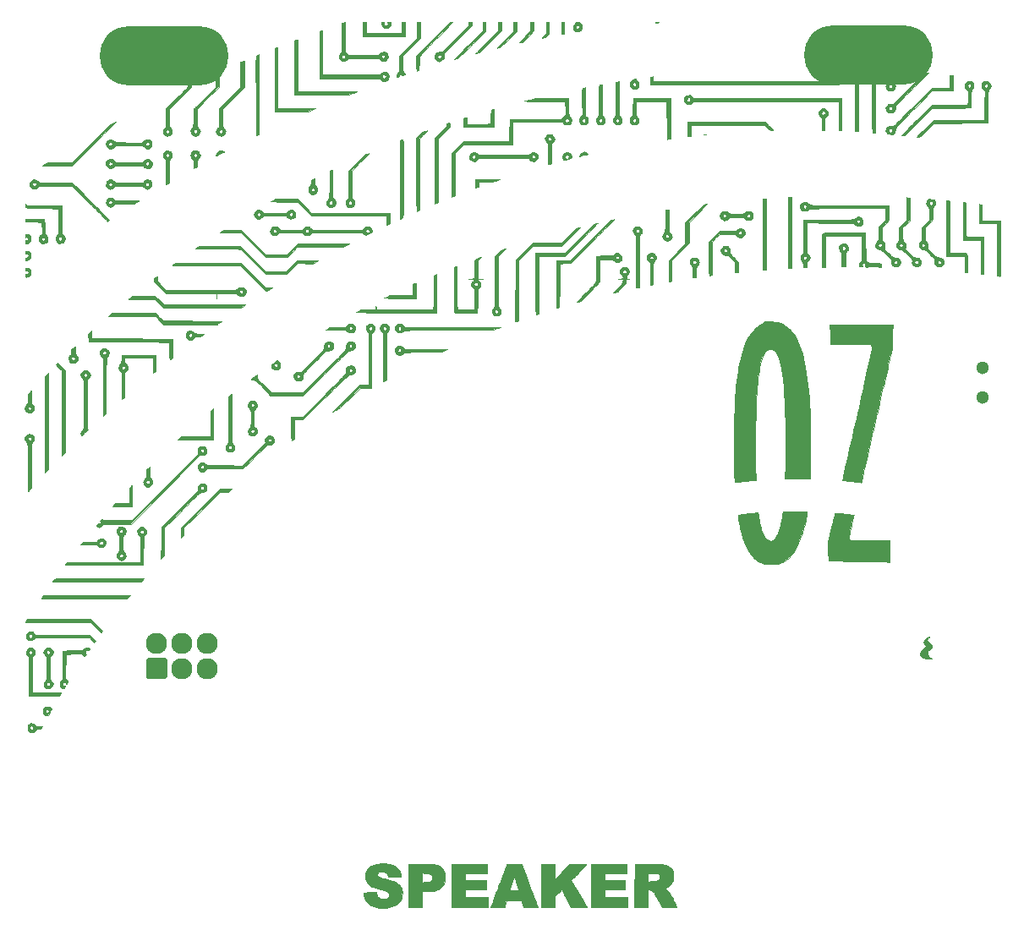
<source format=gbr>
%TF.GenerationSoftware,KiCad,Pcbnew,(5.1.10)-1*%
%TF.CreationDate,2021-10-02T23:42:35-05:00*%
%TF.ProjectId,OzSec 2021 - Speaker,4f7a5365-6320-4323-9032-31202d205370,rev?*%
%TF.SameCoordinates,Original*%
%TF.FileFunction,Soldermask,Top*%
%TF.FilePolarity,Negative*%
%FSLAX46Y46*%
G04 Gerber Fmt 4.6, Leading zero omitted, Abs format (unit mm)*
G04 Created by KiCad (PCBNEW (5.1.10)-1) date 2021-10-02 23:42:35*
%MOMM*%
%LPD*%
G01*
G04 APERTURE LIST*
%ADD10C,0.010000*%
%ADD11C,2.127200*%
%ADD12O,2.127200X2.127200*%
%ADD13O,12.900000X5.900000*%
%ADD14C,1.300000*%
G04 APERTURE END LIST*
D10*
%TO.C,G\u002A\u002A\u002A*%
G36*
X177411415Y-107990725D02*
G01*
X177384186Y-108011923D01*
X177341964Y-108035293D01*
X177239318Y-108105019D01*
X177168159Y-108190075D01*
X177132253Y-108284451D01*
X177132609Y-108369403D01*
X177144447Y-108405586D01*
X177169968Y-108438323D01*
X177216828Y-108474639D01*
X177292685Y-108521556D01*
X177308686Y-108530901D01*
X177396922Y-108587540D01*
X177482841Y-108651690D01*
X177550454Y-108711228D01*
X177560895Y-108722081D01*
X177631109Y-108814466D01*
X177664242Y-108901688D01*
X177659472Y-108986812D01*
X177615978Y-109072906D01*
X177532937Y-109163036D01*
X177418318Y-109254013D01*
X177296023Y-109354895D01*
X177215047Y-109454527D01*
X177174600Y-109556000D01*
X177173891Y-109662403D01*
X177212128Y-109776830D01*
X177262195Y-109864197D01*
X177315003Y-109934320D01*
X177385836Y-110015179D01*
X177460236Y-110090368D01*
X177467312Y-110096939D01*
X177599205Y-110218300D01*
X177525122Y-110216129D01*
X177478340Y-110212906D01*
X177398982Y-110205479D01*
X177296486Y-110194810D01*
X177180292Y-110181859D01*
X177123632Y-110175257D01*
X177002903Y-110159535D01*
X176890285Y-110142227D01*
X176795645Y-110125041D01*
X176728850Y-110109681D01*
X176710619Y-110103862D01*
X176592859Y-110042201D01*
X176504335Y-109960983D01*
X176448751Y-109865601D01*
X176429809Y-109761450D01*
X176436021Y-109703933D01*
X176472910Y-109598792D01*
X176539879Y-109477814D01*
X176631461Y-109348146D01*
X176742185Y-109216935D01*
X176866584Y-109091331D01*
X176978855Y-108994422D01*
X177094603Y-108902264D01*
X176978824Y-108793338D01*
X176879076Y-108683629D01*
X176820769Y-108579830D01*
X176803782Y-108479814D01*
X176827993Y-108381448D01*
X176893281Y-108282602D01*
X176946585Y-108227325D01*
X177051694Y-108141173D01*
X177169605Y-108071417D01*
X177289748Y-108018558D01*
X177361530Y-107993188D01*
X177402974Y-107984196D01*
X177411415Y-107990725D01*
G37*
X177411415Y-107990725D02*
X177384186Y-108011923D01*
X177341964Y-108035293D01*
X177239318Y-108105019D01*
X177168159Y-108190075D01*
X177132253Y-108284451D01*
X177132609Y-108369403D01*
X177144447Y-108405586D01*
X177169968Y-108438323D01*
X177216828Y-108474639D01*
X177292685Y-108521556D01*
X177308686Y-108530901D01*
X177396922Y-108587540D01*
X177482841Y-108651690D01*
X177550454Y-108711228D01*
X177560895Y-108722081D01*
X177631109Y-108814466D01*
X177664242Y-108901688D01*
X177659472Y-108986812D01*
X177615978Y-109072906D01*
X177532937Y-109163036D01*
X177418318Y-109254013D01*
X177296023Y-109354895D01*
X177215047Y-109454527D01*
X177174600Y-109556000D01*
X177173891Y-109662403D01*
X177212128Y-109776830D01*
X177262195Y-109864197D01*
X177315003Y-109934320D01*
X177385836Y-110015179D01*
X177460236Y-110090368D01*
X177467312Y-110096939D01*
X177599205Y-110218300D01*
X177525122Y-110216129D01*
X177478340Y-110212906D01*
X177398982Y-110205479D01*
X177296486Y-110194810D01*
X177180292Y-110181859D01*
X177123632Y-110175257D01*
X177002903Y-110159535D01*
X176890285Y-110142227D01*
X176795645Y-110125041D01*
X176728850Y-110109681D01*
X176710619Y-110103862D01*
X176592859Y-110042201D01*
X176504335Y-109960983D01*
X176448751Y-109865601D01*
X176429809Y-109761450D01*
X176436021Y-109703933D01*
X176472910Y-109598792D01*
X176539879Y-109477814D01*
X176631461Y-109348146D01*
X176742185Y-109216935D01*
X176866584Y-109091331D01*
X176978855Y-108994422D01*
X177094603Y-108902264D01*
X176978824Y-108793338D01*
X176879076Y-108683629D01*
X176820769Y-108579830D01*
X176803782Y-108479814D01*
X176827993Y-108381448D01*
X176893281Y-108282602D01*
X176946585Y-108227325D01*
X177051694Y-108141173D01*
X177169605Y-108071417D01*
X177289748Y-108018558D01*
X177361530Y-107993188D01*
X177402974Y-107984196D01*
X177411415Y-107990725D01*
G36*
X150191421Y-46459348D02*
G01*
X150235416Y-46462816D01*
X150237213Y-46468458D01*
X150196847Y-46476161D01*
X150114352Y-46485809D01*
X150096375Y-46487612D01*
X150011128Y-46492919D01*
X149963402Y-46488585D01*
X149953500Y-46479923D01*
X149973315Y-46468450D01*
X150027531Y-46460824D01*
X150105195Y-46458167D01*
X150191421Y-46459348D01*
G37*
X150191421Y-46459348D02*
X150235416Y-46462816D01*
X150237213Y-46468458D01*
X150196847Y-46476161D01*
X150114352Y-46485809D01*
X150096375Y-46487612D01*
X150011128Y-46492919D01*
X149963402Y-46488585D01*
X149953500Y-46479923D01*
X149973315Y-46468450D01*
X150027531Y-46460824D01*
X150105195Y-46458167D01*
X150191421Y-46459348D01*
G36*
X122764925Y-46508101D02*
G01*
X122744180Y-46563000D01*
X122747003Y-46598059D01*
X122788384Y-46673254D01*
X122849372Y-46743519D01*
X122915401Y-46792710D01*
X122927992Y-46798625D01*
X122969016Y-46812902D01*
X122998551Y-46809436D01*
X123030689Y-46782739D01*
X123063550Y-46745822D01*
X123124771Y-46656453D01*
X123149615Y-46574071D01*
X123136751Y-46503216D01*
X123135465Y-46500745D01*
X123124960Y-46477355D01*
X123130198Y-46464564D01*
X123158925Y-46459907D01*
X123218889Y-46460918D01*
X123255764Y-46462462D01*
X123399917Y-46468750D01*
X123406823Y-46564000D01*
X123397588Y-46701095D01*
X123352140Y-46822121D01*
X123275080Y-46922246D01*
X123171012Y-46996636D01*
X123044537Y-47040460D01*
X122943686Y-47050369D01*
X122856496Y-47044453D01*
X122785121Y-47021100D01*
X122729315Y-46989441D01*
X122639368Y-46908944D01*
X122568459Y-46797558D01*
X122521448Y-46664281D01*
X122506681Y-46577056D01*
X122494411Y-46458167D01*
X122797643Y-46458167D01*
X122764925Y-46508101D01*
G37*
X122764925Y-46508101D02*
X122744180Y-46563000D01*
X122747003Y-46598059D01*
X122788384Y-46673254D01*
X122849372Y-46743519D01*
X122915401Y-46792710D01*
X122927992Y-46798625D01*
X122969016Y-46812902D01*
X122998551Y-46809436D01*
X123030689Y-46782739D01*
X123063550Y-46745822D01*
X123124771Y-46656453D01*
X123149615Y-46574071D01*
X123136751Y-46503216D01*
X123135465Y-46500745D01*
X123124960Y-46477355D01*
X123130198Y-46464564D01*
X123158925Y-46459907D01*
X123218889Y-46460918D01*
X123255764Y-46462462D01*
X123399917Y-46468750D01*
X123406823Y-46564000D01*
X123397588Y-46701095D01*
X123352140Y-46822121D01*
X123275080Y-46922246D01*
X123171012Y-46996636D01*
X123044537Y-47040460D01*
X122943686Y-47050369D01*
X122856496Y-47044453D01*
X122785121Y-47021100D01*
X122729315Y-46989441D01*
X122639368Y-46908944D01*
X122568459Y-46797558D01*
X122521448Y-46664281D01*
X122506681Y-46577056D01*
X122494411Y-46458167D01*
X122797643Y-46458167D01*
X122764925Y-46508101D01*
G36*
X142457871Y-46575736D02*
G01*
X142541980Y-46684218D01*
X142589953Y-46790676D01*
X142605826Y-46906442D01*
X142602092Y-46980598D01*
X142576692Y-47109159D01*
X142527992Y-47206785D01*
X142452307Y-47280059D01*
X142424412Y-47297912D01*
X142321341Y-47339578D01*
X142198539Y-47361314D01*
X142074040Y-47361517D01*
X141965989Y-47338624D01*
X141850161Y-47274912D01*
X141765131Y-47183532D01*
X141713712Y-47068580D01*
X141698500Y-46949267D01*
X141709130Y-46878780D01*
X141946267Y-46878780D01*
X141947741Y-46942356D01*
X141950659Y-46950742D01*
X141977104Y-46997502D01*
X142019938Y-47052430D01*
X142068924Y-47104563D01*
X142113819Y-47142936D01*
X142142993Y-47156667D01*
X142171165Y-47142621D01*
X142217354Y-47106124D01*
X142262202Y-47064202D01*
X142328720Y-46984145D01*
X142355659Y-46914337D01*
X142343389Y-46851026D01*
X142292283Y-46790461D01*
X142289543Y-46788132D01*
X142236095Y-46749881D01*
X142187611Y-46736781D01*
X142129620Y-46747939D01*
X142065333Y-46774332D01*
X141985206Y-46823170D01*
X141946267Y-46878780D01*
X141709130Y-46878780D01*
X141716205Y-46831874D01*
X141770441Y-46708761D01*
X141862891Y-46576258D01*
X141877607Y-46558386D01*
X141961465Y-46458167D01*
X142350419Y-46458167D01*
X142457871Y-46575736D01*
G37*
X142457871Y-46575736D02*
X142541980Y-46684218D01*
X142589953Y-46790676D01*
X142605826Y-46906442D01*
X142602092Y-46980598D01*
X142576692Y-47109159D01*
X142527992Y-47206785D01*
X142452307Y-47280059D01*
X142424412Y-47297912D01*
X142321341Y-47339578D01*
X142198539Y-47361314D01*
X142074040Y-47361517D01*
X141965989Y-47338624D01*
X141850161Y-47274912D01*
X141765131Y-47183532D01*
X141713712Y-47068580D01*
X141698500Y-46949267D01*
X141709130Y-46878780D01*
X141946267Y-46878780D01*
X141947741Y-46942356D01*
X141950659Y-46950742D01*
X141977104Y-46997502D01*
X142019938Y-47052430D01*
X142068924Y-47104563D01*
X142113819Y-47142936D01*
X142142993Y-47156667D01*
X142171165Y-47142621D01*
X142217354Y-47106124D01*
X142262202Y-47064202D01*
X142328720Y-46984145D01*
X142355659Y-46914337D01*
X142343389Y-46851026D01*
X142292283Y-46790461D01*
X142289543Y-46788132D01*
X142236095Y-46749881D01*
X142187611Y-46736781D01*
X142129620Y-46747939D01*
X142065333Y-46774332D01*
X141985206Y-46823170D01*
X141946267Y-46878780D01*
X141709130Y-46878780D01*
X141716205Y-46831874D01*
X141770441Y-46708761D01*
X141862891Y-46576258D01*
X141877607Y-46558386D01*
X141961465Y-46458167D01*
X142350419Y-46458167D01*
X142457871Y-46575736D01*
G36*
X140809500Y-47600360D02*
G01*
X140761875Y-47611647D01*
X140712148Y-47622253D01*
X140642853Y-47635709D01*
X140613709Y-47641067D01*
X140513167Y-47659201D01*
X140513167Y-46458167D01*
X140809500Y-46458167D01*
X140809500Y-47600360D01*
G37*
X140809500Y-47600360D02*
X140761875Y-47611647D01*
X140712148Y-47622253D01*
X140642853Y-47635709D01*
X140613709Y-47641067D01*
X140513167Y-47659201D01*
X140513167Y-46458167D01*
X140809500Y-46458167D01*
X140809500Y-47600360D01*
G36*
X120965750Y-47505917D02*
G01*
X124553500Y-47516739D01*
X124553500Y-46458167D01*
X124871000Y-46458167D01*
X124871000Y-47855167D01*
X120637667Y-47855167D01*
X120637434Y-47236042D01*
X120636932Y-47074186D01*
X120635628Y-46922601D01*
X120633640Y-46787459D01*
X120631087Y-46674934D01*
X120628085Y-46591199D01*
X120624755Y-46542427D01*
X120624081Y-46537542D01*
X120610961Y-46458167D01*
X120788356Y-46458158D01*
X120965750Y-46458150D01*
X120965750Y-47505917D01*
G37*
X120965750Y-47505917D02*
X124553500Y-47516739D01*
X124553500Y-46458167D01*
X124871000Y-46458167D01*
X124871000Y-47855167D01*
X120637667Y-47855167D01*
X120637434Y-47236042D01*
X120636932Y-47074186D01*
X120635628Y-46922601D01*
X120633640Y-46787459D01*
X120631087Y-46674934D01*
X120628085Y-46591199D01*
X120624755Y-46542427D01*
X120624081Y-46537542D01*
X120610961Y-46458167D01*
X120788356Y-46458158D01*
X120965750Y-46458150D01*
X120965750Y-47505917D01*
G36*
X139300120Y-47023295D02*
G01*
X139286816Y-47588424D01*
X139103619Y-47772474D01*
X139025135Y-47850369D01*
X138967382Y-47903581D01*
X138921701Y-47937897D01*
X138879431Y-47959100D01*
X138831911Y-47972975D01*
X138790752Y-47981451D01*
X138712185Y-47996777D01*
X138643223Y-48010607D01*
X138608167Y-48017939D01*
X138593991Y-48015441D01*
X138601939Y-47995335D01*
X138634273Y-47954746D01*
X138693257Y-47890801D01*
X138772209Y-47809680D01*
X138989167Y-47589861D01*
X138989167Y-46458167D01*
X139313425Y-46458167D01*
X139300120Y-47023295D01*
G37*
X139300120Y-47023295D02*
X139286816Y-47588424D01*
X139103619Y-47772474D01*
X139025135Y-47850369D01*
X138967382Y-47903581D01*
X138921701Y-47937897D01*
X138879431Y-47959100D01*
X138831911Y-47972975D01*
X138790752Y-47981451D01*
X138712185Y-47996777D01*
X138643223Y-48010607D01*
X138608167Y-48017939D01*
X138593991Y-48015441D01*
X138601939Y-47995335D01*
X138634273Y-47954746D01*
X138693257Y-47890801D01*
X138772209Y-47809680D01*
X138989167Y-47589861D01*
X138989167Y-46458167D01*
X139313425Y-46458167D01*
X139300120Y-47023295D01*
G36*
X137782667Y-47294544D02*
G01*
X137216459Y-47859952D01*
X136650250Y-48425359D01*
X136502084Y-48458750D01*
X136422959Y-48476943D01*
X136356692Y-48492825D01*
X136317358Y-48503021D01*
X136316875Y-48503164D01*
X136286129Y-48504567D01*
X136279834Y-48496741D01*
X136294316Y-48478402D01*
X136335609Y-48433562D01*
X136400483Y-48365547D01*
X136485707Y-48277683D01*
X136588051Y-48173295D01*
X136704284Y-48055709D01*
X136831176Y-47928250D01*
X136861917Y-47897500D01*
X137444000Y-47315705D01*
X137444000Y-46458167D01*
X137782667Y-46458167D01*
X137782667Y-47294544D01*
G37*
X137782667Y-47294544D02*
X137216459Y-47859952D01*
X136650250Y-48425359D01*
X136502084Y-48458750D01*
X136422959Y-48476943D01*
X136356692Y-48492825D01*
X136317358Y-48503021D01*
X136316875Y-48503164D01*
X136286129Y-48504567D01*
X136279834Y-48496741D01*
X136294316Y-48478402D01*
X136335609Y-48433562D01*
X136400483Y-48365547D01*
X136485707Y-48277683D01*
X136588051Y-48173295D01*
X136704284Y-48055709D01*
X136831176Y-47928250D01*
X136861917Y-47897500D01*
X137444000Y-47315705D01*
X137444000Y-46458167D01*
X137782667Y-46458167D01*
X137782667Y-47294544D01*
G36*
X136047000Y-47357962D02*
G01*
X135258542Y-48143715D01*
X134470084Y-48929467D01*
X134285641Y-48974400D01*
X134201881Y-48994389D01*
X134134022Y-49009806D01*
X134092356Y-49018347D01*
X134084914Y-49019334D01*
X134096389Y-49004834D01*
X134135234Y-48963113D01*
X134198839Y-48896835D01*
X134284592Y-48808666D01*
X134389885Y-48701271D01*
X134512105Y-48577316D01*
X134648642Y-48439465D01*
X134796885Y-48290384D01*
X134909648Y-48177343D01*
X135750667Y-47335353D01*
X135750667Y-46458167D01*
X136047000Y-46458167D01*
X136047000Y-47357962D01*
G37*
X136047000Y-47357962D02*
X135258542Y-48143715D01*
X134470084Y-48929467D01*
X134285641Y-48974400D01*
X134201881Y-48994389D01*
X134134022Y-49009806D01*
X134092356Y-49018347D01*
X134084914Y-49019334D01*
X134096389Y-49004834D01*
X134135234Y-48963113D01*
X134198839Y-48896835D01*
X134284592Y-48808666D01*
X134389885Y-48701271D01*
X134512105Y-48577316D01*
X134648642Y-48439465D01*
X134796885Y-48290384D01*
X134909648Y-48177343D01*
X135750667Y-47335353D01*
X135750667Y-46458167D01*
X136047000Y-46458167D01*
X136047000Y-47357962D01*
G36*
X134523000Y-47273236D02*
G01*
X133427371Y-48368713D01*
X132331742Y-49464191D01*
X132134677Y-49516929D01*
X132048570Y-49539599D01*
X131978356Y-49557387D01*
X131933708Y-49567877D01*
X131923339Y-49569667D01*
X131935612Y-49555104D01*
X131975586Y-49512951D01*
X132040983Y-49445513D01*
X132129531Y-49355094D01*
X132238953Y-49243999D01*
X132366975Y-49114531D01*
X132511322Y-48968995D01*
X132669719Y-48809696D01*
X132839891Y-48638937D01*
X133019564Y-48459024D01*
X133036116Y-48442468D01*
X134163167Y-47315270D01*
X134163167Y-46458167D01*
X134523000Y-46458167D01*
X134523000Y-47273236D01*
G37*
X134523000Y-47273236D02*
X133427371Y-48368713D01*
X132331742Y-49464191D01*
X132134677Y-49516929D01*
X132048570Y-49539599D01*
X131978356Y-49557387D01*
X131933708Y-49567877D01*
X131923339Y-49569667D01*
X131935612Y-49555104D01*
X131975586Y-49512951D01*
X132040983Y-49445513D01*
X132129531Y-49355094D01*
X132238953Y-49243999D01*
X132366975Y-49114531D01*
X132511322Y-48968995D01*
X132669719Y-48809696D01*
X132839891Y-48638937D01*
X133019564Y-48459024D01*
X133036116Y-48442468D01*
X134163167Y-47315270D01*
X134163167Y-46458167D01*
X134523000Y-46458167D01*
X134523000Y-47273236D01*
G36*
X132908785Y-47315417D02*
G01*
X132823408Y-47410667D01*
X132795571Y-47440225D01*
X132740366Y-47497472D01*
X132660174Y-47579976D01*
X132557376Y-47685309D01*
X132434354Y-47811039D01*
X132293489Y-47954737D01*
X132137163Y-48113973D01*
X131967755Y-48286317D01*
X131787648Y-48469338D01*
X131599224Y-48660607D01*
X131493958Y-48767374D01*
X130249884Y-50028831D01*
X130042234Y-50087728D01*
X129951449Y-50113628D01*
X129873962Y-50136013D01*
X129820147Y-50151870D01*
X129802834Y-50157230D01*
X129812900Y-50144138D01*
X129850939Y-50103147D01*
X129914966Y-50036274D01*
X130003001Y-49945533D01*
X130113060Y-49832941D01*
X130243163Y-49700513D01*
X130391326Y-49550265D01*
X130555567Y-49384213D01*
X130733904Y-49204372D01*
X130924355Y-49012760D01*
X131124938Y-48811390D01*
X131215709Y-48720402D01*
X132660334Y-47272968D01*
X132660334Y-46458167D01*
X132939217Y-46458167D01*
X132908785Y-47315417D01*
G37*
X132908785Y-47315417D02*
X132823408Y-47410667D01*
X132795571Y-47440225D01*
X132740366Y-47497472D01*
X132660174Y-47579976D01*
X132557376Y-47685309D01*
X132434354Y-47811039D01*
X132293489Y-47954737D01*
X132137163Y-48113973D01*
X131967755Y-48286317D01*
X131787648Y-48469338D01*
X131599224Y-48660607D01*
X131493958Y-48767374D01*
X130249884Y-50028831D01*
X130042234Y-50087728D01*
X129951449Y-50113628D01*
X129873962Y-50136013D01*
X129820147Y-50151870D01*
X129802834Y-50157230D01*
X129812900Y-50144138D01*
X129850939Y-50103147D01*
X129914966Y-50036274D01*
X130003001Y-49945533D01*
X130113060Y-49832941D01*
X130243163Y-49700513D01*
X130391326Y-49550265D01*
X130555567Y-49384213D01*
X130733904Y-49204372D01*
X130924355Y-49012760D01*
X131124938Y-48811390D01*
X131215709Y-48720402D01*
X132660334Y-47272968D01*
X132660334Y-46458167D01*
X132939217Y-46458167D01*
X132908785Y-47315417D01*
G36*
X131538500Y-46807538D02*
G01*
X128763868Y-49580250D01*
X128777814Y-49782912D01*
X128783308Y-49886337D01*
X128782394Y-49958354D01*
X128774301Y-50009512D01*
X128758259Y-50050359D01*
X128758257Y-50050364D01*
X128706807Y-50122934D01*
X128630753Y-50197810D01*
X128540547Y-50267640D01*
X128446641Y-50325070D01*
X128359488Y-50362745D01*
X128298609Y-50373745D01*
X128250334Y-50363274D01*
X128185705Y-50336946D01*
X128151834Y-50319255D01*
X128014940Y-50224222D01*
X127916079Y-50118298D01*
X127855975Y-50004342D01*
X127841063Y-49918174D01*
X128137831Y-49918174D01*
X128154015Y-49979097D01*
X128179884Y-50023608D01*
X128186225Y-50029299D01*
X128241126Y-50050125D01*
X128313933Y-50055576D01*
X128382851Y-50044968D01*
X128404322Y-50036142D01*
X128454005Y-49988184D01*
X128477977Y-49920205D01*
X128476950Y-49845259D01*
X128451637Y-49776400D01*
X128402750Y-49726680D01*
X128387001Y-49718800D01*
X128304253Y-49703962D01*
X128230039Y-49724867D01*
X128172595Y-49774927D01*
X128140154Y-49847553D01*
X128137831Y-49918174D01*
X127841063Y-49918174D01*
X127835358Y-49885211D01*
X127854954Y-49763762D01*
X127915491Y-49642851D01*
X127963796Y-49580680D01*
X128048649Y-49502378D01*
X128145046Y-49452506D01*
X128262849Y-49427182D01*
X128366695Y-49421965D01*
X128449121Y-49420673D01*
X128506274Y-49413842D01*
X128553775Y-49396177D01*
X128607247Y-49362380D01*
X128663028Y-49321504D01*
X128698937Y-49291037D01*
X128762212Y-49233095D01*
X128850301Y-49150154D01*
X128960653Y-49044690D01*
X129090715Y-48919177D01*
X129237935Y-48776090D01*
X129399761Y-48617906D01*
X129573641Y-48447100D01*
X129757022Y-48266147D01*
X129947354Y-48077522D01*
X130019792Y-48005521D01*
X131242167Y-46789535D01*
X131242167Y-46458167D01*
X131538500Y-46458167D01*
X131538500Y-46807538D01*
G37*
X131538500Y-46807538D02*
X128763868Y-49580250D01*
X128777814Y-49782912D01*
X128783308Y-49886337D01*
X128782394Y-49958354D01*
X128774301Y-50009512D01*
X128758259Y-50050359D01*
X128758257Y-50050364D01*
X128706807Y-50122934D01*
X128630753Y-50197810D01*
X128540547Y-50267640D01*
X128446641Y-50325070D01*
X128359488Y-50362745D01*
X128298609Y-50373745D01*
X128250334Y-50363274D01*
X128185705Y-50336946D01*
X128151834Y-50319255D01*
X128014940Y-50224222D01*
X127916079Y-50118298D01*
X127855975Y-50004342D01*
X127841063Y-49918174D01*
X128137831Y-49918174D01*
X128154015Y-49979097D01*
X128179884Y-50023608D01*
X128186225Y-50029299D01*
X128241126Y-50050125D01*
X128313933Y-50055576D01*
X128382851Y-50044968D01*
X128404322Y-50036142D01*
X128454005Y-49988184D01*
X128477977Y-49920205D01*
X128476950Y-49845259D01*
X128451637Y-49776400D01*
X128402750Y-49726680D01*
X128387001Y-49718800D01*
X128304253Y-49703962D01*
X128230039Y-49724867D01*
X128172595Y-49774927D01*
X128140154Y-49847553D01*
X128137831Y-49918174D01*
X127841063Y-49918174D01*
X127835358Y-49885211D01*
X127854954Y-49763762D01*
X127915491Y-49642851D01*
X127963796Y-49580680D01*
X128048649Y-49502378D01*
X128145046Y-49452506D01*
X128262849Y-49427182D01*
X128366695Y-49421965D01*
X128449121Y-49420673D01*
X128506274Y-49413842D01*
X128553775Y-49396177D01*
X128607247Y-49362380D01*
X128663028Y-49321504D01*
X128698937Y-49291037D01*
X128762212Y-49233095D01*
X128850301Y-49150154D01*
X128960653Y-49044690D01*
X129090715Y-48919177D01*
X129237935Y-48776090D01*
X129399761Y-48617906D01*
X129573641Y-48447100D01*
X129757022Y-48266147D01*
X129947354Y-48077522D01*
X130019792Y-48005521D01*
X131242167Y-46789535D01*
X131242167Y-46458167D01*
X131538500Y-46458167D01*
X131538500Y-46807538D01*
G36*
X118859667Y-49394399D02*
G01*
X119048187Y-49566700D01*
X119236707Y-49739000D01*
X122199732Y-49739000D01*
X122339035Y-49612758D01*
X122454546Y-49515575D01*
X122553511Y-49450757D01*
X122642952Y-49415499D01*
X122729887Y-49407000D01*
X122817981Y-49421540D01*
X122900709Y-49459119D01*
X122989003Y-49523643D01*
X123070045Y-49603923D01*
X123131020Y-49688770D01*
X123137118Y-49700164D01*
X123173728Y-49815782D01*
X123170175Y-49935834D01*
X123127696Y-50055917D01*
X123047529Y-50171627D01*
X122987660Y-50231953D01*
X122881460Y-50312836D01*
X122780970Y-50356183D01*
X122681124Y-50361754D01*
X122576855Y-50329309D01*
X122463093Y-50258609D01*
X122395272Y-50203872D01*
X122329052Y-50145836D01*
X122275274Y-50096760D01*
X122242028Y-50064115D01*
X122235861Y-50056680D01*
X122211713Y-50052017D01*
X122145658Y-50047915D01*
X122038118Y-50044380D01*
X121889517Y-50041417D01*
X121700277Y-50039033D01*
X121470821Y-50037234D01*
X121201572Y-50036026D01*
X120892953Y-50035414D01*
X120718490Y-50035334D01*
X119214311Y-50035334D01*
X119078890Y-50162014D01*
X119008994Y-50224396D01*
X118942610Y-50278513D01*
X118891351Y-50315040D01*
X118880766Y-50321118D01*
X118767261Y-50359393D01*
X118650233Y-50362944D01*
X118551874Y-50335373D01*
X118453425Y-50268748D01*
X118366199Y-50171328D01*
X118298254Y-50054535D01*
X118257652Y-49929789D01*
X118254976Y-49914678D01*
X118254755Y-49908864D01*
X118542167Y-49908864D01*
X118557865Y-49985229D01*
X118605280Y-50033913D01*
X118684896Y-50055330D01*
X118714674Y-50056500D01*
X118781401Y-50046313D01*
X118829652Y-50009621D01*
X118836964Y-50000729D01*
X118874785Y-49923160D01*
X118877071Y-49840708D01*
X118861292Y-49804916D01*
X122546681Y-49804916D01*
X122548044Y-49877885D01*
X122565204Y-49958274D01*
X122599336Y-50013590D01*
X122615848Y-50029343D01*
X122680704Y-50069576D01*
X122740908Y-50070191D01*
X122803761Y-50030703D01*
X122819462Y-50015795D01*
X122869782Y-49941498D01*
X122878677Y-49863177D01*
X122845848Y-49784892D01*
X122837464Y-49773605D01*
X122796977Y-49735322D01*
X122745040Y-49719670D01*
X122703926Y-49717834D01*
X122618673Y-49725668D01*
X122568051Y-49752854D01*
X122546681Y-49804916D01*
X118861292Y-49804916D01*
X118844233Y-49766222D01*
X118828879Y-49748621D01*
X118766903Y-49705933D01*
X118699210Y-49701214D01*
X118628347Y-49727634D01*
X118578974Y-49761579D01*
X118552462Y-49806952D01*
X118542732Y-49876538D01*
X118542167Y-49908864D01*
X118254755Y-49908864D01*
X118250990Y-49809950D01*
X118276704Y-49712644D01*
X118335393Y-49615169D01*
X118428972Y-49511263D01*
X118565726Y-49377174D01*
X118561971Y-47966387D01*
X118558216Y-46555599D01*
X118661316Y-46520563D01*
X118731396Y-46496957D01*
X118791853Y-46476943D01*
X118812042Y-46470421D01*
X118859667Y-46455314D01*
X118859667Y-49394399D01*
G37*
X118859667Y-49394399D02*
X119048187Y-49566700D01*
X119236707Y-49739000D01*
X122199732Y-49739000D01*
X122339035Y-49612758D01*
X122454546Y-49515575D01*
X122553511Y-49450757D01*
X122642952Y-49415499D01*
X122729887Y-49407000D01*
X122817981Y-49421540D01*
X122900709Y-49459119D01*
X122989003Y-49523643D01*
X123070045Y-49603923D01*
X123131020Y-49688770D01*
X123137118Y-49700164D01*
X123173728Y-49815782D01*
X123170175Y-49935834D01*
X123127696Y-50055917D01*
X123047529Y-50171627D01*
X122987660Y-50231953D01*
X122881460Y-50312836D01*
X122780970Y-50356183D01*
X122681124Y-50361754D01*
X122576855Y-50329309D01*
X122463093Y-50258609D01*
X122395272Y-50203872D01*
X122329052Y-50145836D01*
X122275274Y-50096760D01*
X122242028Y-50064115D01*
X122235861Y-50056680D01*
X122211713Y-50052017D01*
X122145658Y-50047915D01*
X122038118Y-50044380D01*
X121889517Y-50041417D01*
X121700277Y-50039033D01*
X121470821Y-50037234D01*
X121201572Y-50036026D01*
X120892953Y-50035414D01*
X120718490Y-50035334D01*
X119214311Y-50035334D01*
X119078890Y-50162014D01*
X119008994Y-50224396D01*
X118942610Y-50278513D01*
X118891351Y-50315040D01*
X118880766Y-50321118D01*
X118767261Y-50359393D01*
X118650233Y-50362944D01*
X118551874Y-50335373D01*
X118453425Y-50268748D01*
X118366199Y-50171328D01*
X118298254Y-50054535D01*
X118257652Y-49929789D01*
X118254976Y-49914678D01*
X118254755Y-49908864D01*
X118542167Y-49908864D01*
X118557865Y-49985229D01*
X118605280Y-50033913D01*
X118684896Y-50055330D01*
X118714674Y-50056500D01*
X118781401Y-50046313D01*
X118829652Y-50009621D01*
X118836964Y-50000729D01*
X118874785Y-49923160D01*
X118877071Y-49840708D01*
X118861292Y-49804916D01*
X122546681Y-49804916D01*
X122548044Y-49877885D01*
X122565204Y-49958274D01*
X122599336Y-50013590D01*
X122615848Y-50029343D01*
X122680704Y-50069576D01*
X122740908Y-50070191D01*
X122803761Y-50030703D01*
X122819462Y-50015795D01*
X122869782Y-49941498D01*
X122878677Y-49863177D01*
X122845848Y-49784892D01*
X122837464Y-49773605D01*
X122796977Y-49735322D01*
X122745040Y-49719670D01*
X122703926Y-49717834D01*
X122618673Y-49725668D01*
X122568051Y-49752854D01*
X122546681Y-49804916D01*
X118861292Y-49804916D01*
X118844233Y-49766222D01*
X118828879Y-49748621D01*
X118766903Y-49705933D01*
X118699210Y-49701214D01*
X118628347Y-49727634D01*
X118578974Y-49761579D01*
X118552462Y-49806952D01*
X118542732Y-49876538D01*
X118542167Y-49908864D01*
X118254755Y-49908864D01*
X118250990Y-49809950D01*
X118276704Y-49712644D01*
X118335393Y-49615169D01*
X118428972Y-49511263D01*
X118565726Y-49377174D01*
X118561971Y-47966387D01*
X118558216Y-46555599D01*
X118661316Y-46520563D01*
X118731396Y-46496957D01*
X118791853Y-46476943D01*
X118812042Y-46470421D01*
X118859667Y-46455314D01*
X118859667Y-49394399D01*
G36*
X128245386Y-47860541D02*
G01*
X127959827Y-48147738D01*
X127702908Y-48406566D01*
X127473229Y-48638483D01*
X127269391Y-48844946D01*
X127089995Y-49027414D01*
X126933640Y-49187345D01*
X126798927Y-49326198D01*
X126684455Y-49445431D01*
X126588826Y-49546501D01*
X126510640Y-49630867D01*
X126448496Y-49699988D01*
X126400995Y-49755322D01*
X126366738Y-49798326D01*
X126344324Y-49830459D01*
X126332354Y-49853179D01*
X126332140Y-49853733D01*
X126324327Y-49893168D01*
X126315866Y-49968288D01*
X126307121Y-50072457D01*
X126298457Y-50199040D01*
X126290238Y-50341400D01*
X126282827Y-50492902D01*
X126276589Y-50646910D01*
X126271888Y-50796787D01*
X126269088Y-50935898D01*
X126268466Y-51014292D01*
X126266900Y-51106727D01*
X126263021Y-51181143D01*
X126257449Y-51228885D01*
X126252125Y-51242063D01*
X126224086Y-51247900D01*
X126170535Y-51262496D01*
X126136437Y-51272581D01*
X126036623Y-51302870D01*
X126026182Y-51235310D01*
X126023375Y-51197983D01*
X126020336Y-51124004D01*
X126017207Y-51019052D01*
X126014130Y-50888809D01*
X126011245Y-50738954D01*
X126008694Y-50575166D01*
X126007556Y-50487098D01*
X125999371Y-49806447D01*
X129347849Y-46458167D01*
X129640689Y-46458167D01*
X128245386Y-47860541D01*
G37*
X128245386Y-47860541D02*
X127959827Y-48147738D01*
X127702908Y-48406566D01*
X127473229Y-48638483D01*
X127269391Y-48844946D01*
X127089995Y-49027414D01*
X126933640Y-49187345D01*
X126798927Y-49326198D01*
X126684455Y-49445431D01*
X126588826Y-49546501D01*
X126510640Y-49630867D01*
X126448496Y-49699988D01*
X126400995Y-49755322D01*
X126366738Y-49798326D01*
X126344324Y-49830459D01*
X126332354Y-49853179D01*
X126332140Y-49853733D01*
X126324327Y-49893168D01*
X126315866Y-49968288D01*
X126307121Y-50072457D01*
X126298457Y-50199040D01*
X126290238Y-50341400D01*
X126282827Y-50492902D01*
X126276589Y-50646910D01*
X126271888Y-50796787D01*
X126269088Y-50935898D01*
X126268466Y-51014292D01*
X126266900Y-51106727D01*
X126263021Y-51181143D01*
X126257449Y-51228885D01*
X126252125Y-51242063D01*
X126224086Y-51247900D01*
X126170535Y-51262496D01*
X126136437Y-51272581D01*
X126036623Y-51302870D01*
X126026182Y-51235310D01*
X126023375Y-51197983D01*
X126020336Y-51124004D01*
X126017207Y-51019052D01*
X126014130Y-50888809D01*
X126011245Y-50738954D01*
X126008694Y-50575166D01*
X126007556Y-50487098D01*
X125999371Y-49806447D01*
X129347849Y-46458167D01*
X129640689Y-46458167D01*
X128245386Y-47860541D01*
G36*
X126373834Y-48049290D02*
G01*
X124635874Y-49813084D01*
X124642312Y-50575084D01*
X124644010Y-50780328D01*
X124645788Y-50947990D01*
X124648389Y-51082814D01*
X124652556Y-51189547D01*
X124659033Y-51272934D01*
X124668563Y-51337720D01*
X124681890Y-51388651D01*
X124699758Y-51430472D01*
X124722908Y-51467929D01*
X124752086Y-51505767D01*
X124788034Y-51548732D01*
X124796409Y-51558726D01*
X124836965Y-51612322D01*
X124861522Y-51654749D01*
X124865262Y-51671797D01*
X124842634Y-51690209D01*
X124792080Y-51714451D01*
X124746634Y-51731553D01*
X124679933Y-51751995D01*
X124628368Y-51758666D01*
X124572180Y-51752028D01*
X124509386Y-51737132D01*
X124414645Y-51717650D01*
X124351229Y-51718400D01*
X124312185Y-51741540D01*
X124290556Y-51789229D01*
X124286876Y-51806183D01*
X124262592Y-51864152D01*
X124210883Y-51907527D01*
X124126023Y-51940104D01*
X124062655Y-51954894D01*
X123997393Y-51967947D01*
X124012879Y-51864678D01*
X124056854Y-51710892D01*
X124138842Y-51570239D01*
X124157927Y-51546285D01*
X124191459Y-51505897D01*
X124218719Y-51469949D01*
X124240356Y-51433708D01*
X124257020Y-51392445D01*
X124269359Y-51341427D01*
X124278022Y-51275925D01*
X124283659Y-51191206D01*
X124286918Y-51082540D01*
X124288448Y-50945195D01*
X124288898Y-50774442D01*
X124288917Y-50591388D01*
X124288917Y-49845692D01*
X125183209Y-48936829D01*
X126077500Y-48027966D01*
X126077500Y-46458167D01*
X126373834Y-46458167D01*
X126373834Y-48049290D01*
G37*
X126373834Y-48049290D02*
X124635874Y-49813084D01*
X124642312Y-50575084D01*
X124644010Y-50780328D01*
X124645788Y-50947990D01*
X124648389Y-51082814D01*
X124652556Y-51189547D01*
X124659033Y-51272934D01*
X124668563Y-51337720D01*
X124681890Y-51388651D01*
X124699758Y-51430472D01*
X124722908Y-51467929D01*
X124752086Y-51505767D01*
X124788034Y-51548732D01*
X124796409Y-51558726D01*
X124836965Y-51612322D01*
X124861522Y-51654749D01*
X124865262Y-51671797D01*
X124842634Y-51690209D01*
X124792080Y-51714451D01*
X124746634Y-51731553D01*
X124679933Y-51751995D01*
X124628368Y-51758666D01*
X124572180Y-51752028D01*
X124509386Y-51737132D01*
X124414645Y-51717650D01*
X124351229Y-51718400D01*
X124312185Y-51741540D01*
X124290556Y-51789229D01*
X124286876Y-51806183D01*
X124262592Y-51864152D01*
X124210883Y-51907527D01*
X124126023Y-51940104D01*
X124062655Y-51954894D01*
X123997393Y-51967947D01*
X124012879Y-51864678D01*
X124056854Y-51710892D01*
X124138842Y-51570239D01*
X124157927Y-51546285D01*
X124191459Y-51505897D01*
X124218719Y-51469949D01*
X124240356Y-51433708D01*
X124257020Y-51392445D01*
X124269359Y-51341427D01*
X124278022Y-51275925D01*
X124283659Y-51191206D01*
X124286918Y-51082540D01*
X124288448Y-50945195D01*
X124288898Y-50774442D01*
X124288917Y-50591388D01*
X124288917Y-49845692D01*
X125183209Y-48936829D01*
X126077500Y-48027966D01*
X126077500Y-46458167D01*
X126373834Y-46458167D01*
X126373834Y-48049290D01*
G36*
X175363460Y-51315262D02*
G01*
X175463078Y-51323202D01*
X175530614Y-51332291D01*
X175576288Y-51345199D01*
X175610325Y-51364599D01*
X175635897Y-51386449D01*
X175712166Y-51479607D01*
X175769242Y-51592090D01*
X175803030Y-51711409D01*
X175809433Y-51825076D01*
X175798941Y-51883644D01*
X175759715Y-51973507D01*
X175695879Y-52049581D01*
X175600915Y-52118281D01*
X175512847Y-52165215D01*
X175422028Y-52206743D01*
X175355240Y-52228097D01*
X175299701Y-52229995D01*
X175242624Y-52213157D01*
X175181815Y-52183853D01*
X175087830Y-52120694D01*
X174998272Y-52035759D01*
X174923680Y-51941019D01*
X174874593Y-51848444D01*
X174867489Y-51826854D01*
X174859623Y-51779955D01*
X175163000Y-51779955D01*
X175178738Y-51862421D01*
X175224018Y-51915259D01*
X175295938Y-51935913D01*
X175337703Y-51933831D01*
X175400117Y-51919075D01*
X175447205Y-51896955D01*
X175453713Y-51891525D01*
X175475208Y-51847284D01*
X175484602Y-51780638D01*
X175482338Y-51707625D01*
X175468858Y-51644282D01*
X175445880Y-51607534D01*
X175379148Y-51581716D01*
X175307819Y-51589708D01*
X175241721Y-51625519D01*
X175190680Y-51683159D01*
X175164527Y-51756638D01*
X175163000Y-51779955D01*
X174859623Y-51779955D01*
X174853742Y-51744898D01*
X174863610Y-51668496D01*
X174900319Y-51589537D01*
X174967090Y-51499909D01*
X175021643Y-51439006D01*
X175151170Y-51300542D01*
X175363460Y-51315262D01*
G37*
X175363460Y-51315262D02*
X175463078Y-51323202D01*
X175530614Y-51332291D01*
X175576288Y-51345199D01*
X175610325Y-51364599D01*
X175635897Y-51386449D01*
X175712166Y-51479607D01*
X175769242Y-51592090D01*
X175803030Y-51711409D01*
X175809433Y-51825076D01*
X175798941Y-51883644D01*
X175759715Y-51973507D01*
X175695879Y-52049581D01*
X175600915Y-52118281D01*
X175512847Y-52165215D01*
X175422028Y-52206743D01*
X175355240Y-52228097D01*
X175299701Y-52229995D01*
X175242624Y-52213157D01*
X175181815Y-52183853D01*
X175087830Y-52120694D01*
X174998272Y-52035759D01*
X174923680Y-51941019D01*
X174874593Y-51848444D01*
X174867489Y-51826854D01*
X174859623Y-51779955D01*
X175163000Y-51779955D01*
X175178738Y-51862421D01*
X175224018Y-51915259D01*
X175295938Y-51935913D01*
X175337703Y-51933831D01*
X175400117Y-51919075D01*
X175447205Y-51896955D01*
X175453713Y-51891525D01*
X175475208Y-51847284D01*
X175484602Y-51780638D01*
X175482338Y-51707625D01*
X175468858Y-51644282D01*
X175445880Y-51607534D01*
X175379148Y-51581716D01*
X175307819Y-51589708D01*
X175241721Y-51625519D01*
X175190680Y-51683159D01*
X175164527Y-51756638D01*
X175163000Y-51779955D01*
X174859623Y-51779955D01*
X174853742Y-51744898D01*
X174863610Y-51668496D01*
X174900319Y-51589537D01*
X174967090Y-51499909D01*
X175021643Y-51439006D01*
X175151170Y-51300542D01*
X175363460Y-51315262D01*
G36*
X116601268Y-47283206D02*
G01*
X116603498Y-47343479D01*
X116605615Y-47440555D01*
X116607595Y-47571668D01*
X116609418Y-47734051D01*
X116611063Y-47924941D01*
X116612508Y-48141570D01*
X116613733Y-48381175D01*
X116614715Y-48640988D01*
X116615435Y-48918245D01*
X116615869Y-49210180D01*
X116616000Y-49485000D01*
X116616000Y-51707500D01*
X122314759Y-51707500D01*
X122439768Y-51591763D01*
X122562300Y-51497399D01*
X122685045Y-51439406D01*
X122803490Y-51419586D01*
X122859209Y-51424466D01*
X122994239Y-51467902D01*
X123102167Y-51542767D01*
X123180748Y-51646223D01*
X123227735Y-51775430D01*
X123241167Y-51907257D01*
X123225671Y-52031714D01*
X123176929Y-52138815D01*
X123091562Y-52234268D01*
X123011705Y-52294875D01*
X122916788Y-52351699D01*
X122837400Y-52379004D01*
X122759934Y-52377636D01*
X122670783Y-52348439D01*
X122609852Y-52319834D01*
X122531558Y-52273978D01*
X122459899Y-52220686D01*
X122417969Y-52179851D01*
X122389556Y-52146851D01*
X122363006Y-52124655D01*
X122328928Y-52110275D01*
X122277931Y-52100725D01*
X122200625Y-52093016D01*
X122126623Y-52087179D01*
X122077252Y-52084995D01*
X121988295Y-52082872D01*
X121862499Y-52080827D01*
X121702610Y-52078878D01*
X121511377Y-52077042D01*
X121291546Y-52075334D01*
X121045864Y-52073774D01*
X120777079Y-52072377D01*
X120487937Y-52071161D01*
X120181185Y-52070143D01*
X119859571Y-52069340D01*
X119525842Y-52068768D01*
X119182745Y-52068446D01*
X119108375Y-52068411D01*
X116319667Y-52067334D01*
X116319667Y-51870177D01*
X122593253Y-51870177D01*
X122609320Y-51946996D01*
X122665238Y-52020694D01*
X122673118Y-52028224D01*
X122735507Y-52074011D01*
X122792375Y-52083749D01*
X122852485Y-52056758D01*
X122906899Y-52010121D01*
X122967220Y-51934488D01*
X122986557Y-51866982D01*
X122965743Y-51809144D01*
X122905612Y-51762514D01*
X122806999Y-51728635D01*
X122748692Y-51717718D01*
X122648357Y-51702672D01*
X122615139Y-51782176D01*
X122593253Y-51870177D01*
X116319667Y-51870177D01*
X116319667Y-47351053D01*
X116450777Y-47306777D01*
X116520603Y-47284021D01*
X116574292Y-47268043D01*
X116598943Y-47262500D01*
X116601268Y-47283206D01*
G37*
X116601268Y-47283206D02*
X116603498Y-47343479D01*
X116605615Y-47440555D01*
X116607595Y-47571668D01*
X116609418Y-47734051D01*
X116611063Y-47924941D01*
X116612508Y-48141570D01*
X116613733Y-48381175D01*
X116614715Y-48640988D01*
X116615435Y-48918245D01*
X116615869Y-49210180D01*
X116616000Y-49485000D01*
X116616000Y-51707500D01*
X122314759Y-51707500D01*
X122439768Y-51591763D01*
X122562300Y-51497399D01*
X122685045Y-51439406D01*
X122803490Y-51419586D01*
X122859209Y-51424466D01*
X122994239Y-51467902D01*
X123102167Y-51542767D01*
X123180748Y-51646223D01*
X123227735Y-51775430D01*
X123241167Y-51907257D01*
X123225671Y-52031714D01*
X123176929Y-52138815D01*
X123091562Y-52234268D01*
X123011705Y-52294875D01*
X122916788Y-52351699D01*
X122837400Y-52379004D01*
X122759934Y-52377636D01*
X122670783Y-52348439D01*
X122609852Y-52319834D01*
X122531558Y-52273978D01*
X122459899Y-52220686D01*
X122417969Y-52179851D01*
X122389556Y-52146851D01*
X122363006Y-52124655D01*
X122328928Y-52110275D01*
X122277931Y-52100725D01*
X122200625Y-52093016D01*
X122126623Y-52087179D01*
X122077252Y-52084995D01*
X121988295Y-52082872D01*
X121862499Y-52080827D01*
X121702610Y-52078878D01*
X121511377Y-52077042D01*
X121291546Y-52075334D01*
X121045864Y-52073774D01*
X120777079Y-52072377D01*
X120487937Y-52071161D01*
X120181185Y-52070143D01*
X119859571Y-52069340D01*
X119525842Y-52068768D01*
X119182745Y-52068446D01*
X119108375Y-52068411D01*
X116319667Y-52067334D01*
X116319667Y-51870177D01*
X122593253Y-51870177D01*
X122609320Y-51946996D01*
X122665238Y-52020694D01*
X122673118Y-52028224D01*
X122735507Y-52074011D01*
X122792375Y-52083749D01*
X122852485Y-52056758D01*
X122906899Y-52010121D01*
X122967220Y-51934488D01*
X122986557Y-51866982D01*
X122965743Y-51809144D01*
X122905612Y-51762514D01*
X122806999Y-51728635D01*
X122748692Y-51717718D01*
X122648357Y-51702672D01*
X122615139Y-51782176D01*
X122593253Y-51870177D01*
X116319667Y-51870177D01*
X116319667Y-47351053D01*
X116450777Y-47306777D01*
X116520603Y-47284021D01*
X116574292Y-47268043D01*
X116598943Y-47262500D01*
X116601268Y-47283206D01*
G36*
X168073837Y-50909302D02*
G01*
X168148789Y-50914423D01*
X168154789Y-50915002D01*
X168305000Y-50929803D01*
X168305000Y-52681167D01*
X149424334Y-52681167D01*
X149424334Y-51921761D01*
X149524875Y-51908494D01*
X149603687Y-51897367D01*
X149656511Y-51892923D01*
X149688689Y-51901522D01*
X149705560Y-51929522D01*
X149712465Y-51983282D01*
X149714743Y-52069160D01*
X149716047Y-52136125D01*
X149722010Y-52384834D01*
X154351547Y-52384828D01*
X154872732Y-52384747D01*
X155428838Y-52384510D01*
X156014431Y-52384125D01*
X156624078Y-52383602D01*
X157252346Y-52382948D01*
X157893803Y-52382172D01*
X158543014Y-52381282D01*
X159194547Y-52380287D01*
X159842969Y-52379194D01*
X160482847Y-52378014D01*
X161108748Y-52376752D01*
X161715238Y-52375420D01*
X162296885Y-52374023D01*
X162848256Y-52372572D01*
X163363918Y-52371074D01*
X163471642Y-52370740D01*
X167962201Y-52356657D01*
X167969559Y-51642249D01*
X167971700Y-51472391D01*
X167974421Y-51316164D01*
X167977577Y-51178570D01*
X167981022Y-51064614D01*
X167984610Y-50979301D01*
X167988195Y-50927635D01*
X167990747Y-50914020D01*
X168017206Y-50909144D01*
X168073837Y-50909302D01*
G37*
X168073837Y-50909302D02*
X168148789Y-50914423D01*
X168154789Y-50915002D01*
X168305000Y-50929803D01*
X168305000Y-52681167D01*
X149424334Y-52681167D01*
X149424334Y-51921761D01*
X149524875Y-51908494D01*
X149603687Y-51897367D01*
X149656511Y-51892923D01*
X149688689Y-51901522D01*
X149705560Y-51929522D01*
X149712465Y-51983282D01*
X149714743Y-52069160D01*
X149716047Y-52136125D01*
X149722010Y-52384834D01*
X154351547Y-52384828D01*
X154872732Y-52384747D01*
X155428838Y-52384510D01*
X156014431Y-52384125D01*
X156624078Y-52383602D01*
X157252346Y-52382948D01*
X157893803Y-52382172D01*
X158543014Y-52381282D01*
X159194547Y-52380287D01*
X159842969Y-52379194D01*
X160482847Y-52378014D01*
X161108748Y-52376752D01*
X161715238Y-52375420D01*
X162296885Y-52374023D01*
X162848256Y-52372572D01*
X163363918Y-52371074D01*
X163471642Y-52370740D01*
X167962201Y-52356657D01*
X167969559Y-51642249D01*
X167971700Y-51472391D01*
X167974421Y-51316164D01*
X167977577Y-51178570D01*
X167981022Y-51064614D01*
X167984610Y-50979301D01*
X167988195Y-50927635D01*
X167990747Y-50914020D01*
X168017206Y-50909144D01*
X168073837Y-50909302D01*
G36*
X147960350Y-52142680D02*
G01*
X147963834Y-52158817D01*
X147979323Y-52190308D01*
X148018961Y-52234300D01*
X148050698Y-52262128D01*
X148115928Y-52325197D01*
X148176413Y-52400568D01*
X148193573Y-52427167D01*
X148222114Y-52481361D01*
X148239033Y-52533291D01*
X148247218Y-52597148D01*
X148249558Y-52687118D01*
X148249584Y-52702334D01*
X148247760Y-52797447D01*
X148240562Y-52863640D01*
X148225393Y-52914235D01*
X148199661Y-52962554D01*
X148198570Y-52964314D01*
X148127741Y-53040660D01*
X148028112Y-53096757D01*
X147909450Y-53129814D01*
X147781522Y-53137038D01*
X147661599Y-53117795D01*
X147547706Y-53068338D01*
X147462129Y-52989278D01*
X147411173Y-52903417D01*
X147381869Y-52802879D01*
X147372632Y-52684095D01*
X147374787Y-52661276D01*
X147621610Y-52661276D01*
X147626584Y-52704735D01*
X147657807Y-52756618D01*
X147716773Y-52824042D01*
X147779870Y-52876548D01*
X147838999Y-52891119D01*
X147901506Y-52871039D01*
X147953942Y-52821944D01*
X147988991Y-52748950D01*
X147999292Y-52669287D01*
X147996737Y-52648121D01*
X147973987Y-52593883D01*
X147931982Y-52537628D01*
X147882522Y-52492091D01*
X147837406Y-52470007D01*
X147831228Y-52469500D01*
X147790396Y-52483798D01*
X147736012Y-52519530D01*
X147682031Y-52565956D01*
X147642411Y-52612334D01*
X147639463Y-52617082D01*
X147621610Y-52661276D01*
X147374787Y-52661276D01*
X147383761Y-52566253D01*
X147404816Y-52492093D01*
X147436361Y-52438132D01*
X147488942Y-52372655D01*
X147554107Y-52303731D01*
X147623403Y-52239429D01*
X147688379Y-52187819D01*
X147740583Y-52156969D01*
X147761277Y-52151767D01*
X147811594Y-52148169D01*
X147876592Y-52139682D01*
X147884459Y-52138414D01*
X147937531Y-52133121D01*
X147960350Y-52142680D01*
G37*
X147960350Y-52142680D02*
X147963834Y-52158817D01*
X147979323Y-52190308D01*
X148018961Y-52234300D01*
X148050698Y-52262128D01*
X148115928Y-52325197D01*
X148176413Y-52400568D01*
X148193573Y-52427167D01*
X148222114Y-52481361D01*
X148239033Y-52533291D01*
X148247218Y-52597148D01*
X148249558Y-52687118D01*
X148249584Y-52702334D01*
X148247760Y-52797447D01*
X148240562Y-52863640D01*
X148225393Y-52914235D01*
X148199661Y-52962554D01*
X148198570Y-52964314D01*
X148127741Y-53040660D01*
X148028112Y-53096757D01*
X147909450Y-53129814D01*
X147781522Y-53137038D01*
X147661599Y-53117795D01*
X147547706Y-53068338D01*
X147462129Y-52989278D01*
X147411173Y-52903417D01*
X147381869Y-52802879D01*
X147372632Y-52684095D01*
X147374787Y-52661276D01*
X147621610Y-52661276D01*
X147626584Y-52704735D01*
X147657807Y-52756618D01*
X147716773Y-52824042D01*
X147779870Y-52876548D01*
X147838999Y-52891119D01*
X147901506Y-52871039D01*
X147953942Y-52821944D01*
X147988991Y-52748950D01*
X147999292Y-52669287D01*
X147996737Y-52648121D01*
X147973987Y-52593883D01*
X147931982Y-52537628D01*
X147882522Y-52492091D01*
X147837406Y-52470007D01*
X147831228Y-52469500D01*
X147790396Y-52483798D01*
X147736012Y-52519530D01*
X147682031Y-52565956D01*
X147642411Y-52612334D01*
X147639463Y-52617082D01*
X147621610Y-52661276D01*
X147374787Y-52661276D01*
X147383761Y-52566253D01*
X147404816Y-52492093D01*
X147436361Y-52438132D01*
X147488942Y-52372655D01*
X147554107Y-52303731D01*
X147623403Y-52239429D01*
X147688379Y-52187819D01*
X147740583Y-52156969D01*
X147761277Y-52151767D01*
X147811594Y-52148169D01*
X147876592Y-52139682D01*
X147884459Y-52138414D01*
X147937531Y-52133121D01*
X147960350Y-52142680D01*
G36*
X173402228Y-51159304D02*
G01*
X173469444Y-51164842D01*
X173530062Y-51170765D01*
X173660167Y-51184364D01*
X173660167Y-52368315D01*
X173769354Y-52487699D01*
X173869648Y-52613343D01*
X173931156Y-52729493D01*
X173955486Y-52839324D01*
X173956035Y-52856472D01*
X173940578Y-52959937D01*
X173898097Y-53067048D01*
X173836125Y-53164508D01*
X173762192Y-53239015D01*
X173726520Y-53261775D01*
X173658681Y-53284304D01*
X173565599Y-53299535D01*
X173463969Y-53305969D01*
X173370482Y-53302104D01*
X173336586Y-53296829D01*
X173241353Y-53255805D01*
X173150562Y-53173575D01*
X173065572Y-53051584D01*
X173019227Y-52946641D01*
X173010726Y-52877660D01*
X173308567Y-52877660D01*
X173329283Y-52960198D01*
X173364315Y-53010014D01*
X173406759Y-53046843D01*
X173451631Y-53058543D01*
X173501201Y-53054874D01*
X173575385Y-53032912D01*
X173622909Y-52997655D01*
X173652882Y-52930875D01*
X173657575Y-52846657D01*
X173636568Y-52761827D01*
X173629200Y-52746181D01*
X173579143Y-52683333D01*
X173516571Y-52660060D01*
X173444863Y-52676699D01*
X173380523Y-52721334D01*
X173325832Y-52794765D01*
X173308567Y-52877660D01*
X173010726Y-52877660D01*
X173006875Y-52846423D01*
X173029814Y-52746333D01*
X173089340Y-52641774D01*
X173186752Y-52528152D01*
X173223618Y-52491551D01*
X173321500Y-52397186D01*
X173321500Y-51777176D01*
X173321621Y-51598908D01*
X173322171Y-51458477D01*
X173323437Y-51351385D01*
X173325703Y-51273138D01*
X173329252Y-51219237D01*
X173334370Y-51185187D01*
X173341340Y-51166492D01*
X173350448Y-51158654D01*
X173360729Y-51157167D01*
X173402228Y-51159304D01*
G37*
X173402228Y-51159304D02*
X173469444Y-51164842D01*
X173530062Y-51170765D01*
X173660167Y-51184364D01*
X173660167Y-52368315D01*
X173769354Y-52487699D01*
X173869648Y-52613343D01*
X173931156Y-52729493D01*
X173955486Y-52839324D01*
X173956035Y-52856472D01*
X173940578Y-52959937D01*
X173898097Y-53067048D01*
X173836125Y-53164508D01*
X173762192Y-53239015D01*
X173726520Y-53261775D01*
X173658681Y-53284304D01*
X173565599Y-53299535D01*
X173463969Y-53305969D01*
X173370482Y-53302104D01*
X173336586Y-53296829D01*
X173241353Y-53255805D01*
X173150562Y-53173575D01*
X173065572Y-53051584D01*
X173019227Y-52946641D01*
X173010726Y-52877660D01*
X173308567Y-52877660D01*
X173329283Y-52960198D01*
X173364315Y-53010014D01*
X173406759Y-53046843D01*
X173451631Y-53058543D01*
X173501201Y-53054874D01*
X173575385Y-53032912D01*
X173622909Y-52997655D01*
X173652882Y-52930875D01*
X173657575Y-52846657D01*
X173636568Y-52761827D01*
X173629200Y-52746181D01*
X173579143Y-52683333D01*
X173516571Y-52660060D01*
X173444863Y-52676699D01*
X173380523Y-52721334D01*
X173325832Y-52794765D01*
X173308567Y-52877660D01*
X173010726Y-52877660D01*
X173006875Y-52846423D01*
X173029814Y-52746333D01*
X173089340Y-52641774D01*
X173186752Y-52528152D01*
X173223618Y-52491551D01*
X173321500Y-52397186D01*
X173321500Y-51777176D01*
X173321621Y-51598908D01*
X173322171Y-51458477D01*
X173323437Y-51351385D01*
X173325703Y-51273138D01*
X173329252Y-51219237D01*
X173334370Y-51185187D01*
X173341340Y-51166492D01*
X173350448Y-51158654D01*
X173360729Y-51157167D01*
X173402228Y-51159304D01*
G36*
X114127123Y-48193408D02*
G01*
X114128843Y-48253927D01*
X114130485Y-48351668D01*
X114132033Y-48484078D01*
X114133475Y-48648601D01*
X114134797Y-48842681D01*
X114135983Y-49063763D01*
X114137021Y-49309292D01*
X114137897Y-49576714D01*
X114138597Y-49863472D01*
X114139106Y-50167012D01*
X114139411Y-50484779D01*
X114139500Y-50776167D01*
X114139500Y-53379667D01*
X117102834Y-53379667D01*
X117453380Y-53379778D01*
X117792119Y-53380103D01*
X118116656Y-53380630D01*
X118424596Y-53381344D01*
X118713543Y-53382234D01*
X118981105Y-53383287D01*
X119224887Y-53384489D01*
X119442493Y-53385829D01*
X119631530Y-53387293D01*
X119789602Y-53388867D01*
X119914316Y-53390541D01*
X120003276Y-53392300D01*
X120054089Y-53394132D01*
X120065724Y-53395542D01*
X120046719Y-53407417D01*
X119993787Y-53431746D01*
X119912642Y-53466133D01*
X119808998Y-53508182D01*
X119688572Y-53555494D01*
X119636715Y-53575459D01*
X119208150Y-53739500D01*
X118668783Y-53734310D01*
X118570116Y-53733515D01*
X118432943Y-53732646D01*
X118261093Y-53731716D01*
X118058393Y-53730742D01*
X117828672Y-53729737D01*
X117575758Y-53728719D01*
X117303478Y-53727701D01*
X117015660Y-53726700D01*
X116716133Y-53725729D01*
X116408724Y-53724805D01*
X116097261Y-53723942D01*
X115975709Y-53723626D01*
X113822000Y-53718133D01*
X113822000Y-52335307D01*
X113821740Y-52042961D01*
X113820994Y-51720594D01*
X113819811Y-51378080D01*
X113818242Y-51025296D01*
X113816337Y-50672120D01*
X113814146Y-50328428D01*
X113811719Y-50004096D01*
X113809107Y-49709001D01*
X113808224Y-49620782D01*
X113794447Y-48289084D01*
X113952810Y-48230875D01*
X114028729Y-48203582D01*
X114088740Y-48183148D01*
X114122302Y-48173128D01*
X114125337Y-48172667D01*
X114127123Y-48193408D01*
G37*
X114127123Y-48193408D02*
X114128843Y-48253927D01*
X114130485Y-48351668D01*
X114132033Y-48484078D01*
X114133475Y-48648601D01*
X114134797Y-48842681D01*
X114135983Y-49063763D01*
X114137021Y-49309292D01*
X114137897Y-49576714D01*
X114138597Y-49863472D01*
X114139106Y-50167012D01*
X114139411Y-50484779D01*
X114139500Y-50776167D01*
X114139500Y-53379667D01*
X117102834Y-53379667D01*
X117453380Y-53379778D01*
X117792119Y-53380103D01*
X118116656Y-53380630D01*
X118424596Y-53381344D01*
X118713543Y-53382234D01*
X118981105Y-53383287D01*
X119224887Y-53384489D01*
X119442493Y-53385829D01*
X119631530Y-53387293D01*
X119789602Y-53388867D01*
X119914316Y-53390541D01*
X120003276Y-53392300D01*
X120054089Y-53394132D01*
X120065724Y-53395542D01*
X120046719Y-53407417D01*
X119993787Y-53431746D01*
X119912642Y-53466133D01*
X119808998Y-53508182D01*
X119688572Y-53555494D01*
X119636715Y-53575459D01*
X119208150Y-53739500D01*
X118668783Y-53734310D01*
X118570116Y-53733515D01*
X118432943Y-53732646D01*
X118261093Y-53731716D01*
X118058393Y-53730742D01*
X117828672Y-53729737D01*
X117575758Y-53728719D01*
X117303478Y-53727701D01*
X117015660Y-53726700D01*
X116716133Y-53725729D01*
X116408724Y-53724805D01*
X116097261Y-53723942D01*
X115975709Y-53723626D01*
X113822000Y-53718133D01*
X113822000Y-52335307D01*
X113821740Y-52042961D01*
X113820994Y-51720594D01*
X113819811Y-51378080D01*
X113818242Y-51025296D01*
X113816337Y-50672120D01*
X113814146Y-50328428D01*
X113811719Y-50004096D01*
X113809107Y-49709001D01*
X113808224Y-49620782D01*
X113794447Y-48289084D01*
X113952810Y-48230875D01*
X114028729Y-48203582D01*
X114088740Y-48183148D01*
X114122302Y-48173128D01*
X114125337Y-48172667D01*
X114127123Y-48193408D01*
G36*
X112106721Y-48964557D02*
G01*
X112110057Y-48991822D01*
X112113066Y-49039264D01*
X112115761Y-49108522D01*
X112118157Y-49201235D01*
X112120267Y-49319040D01*
X112122104Y-49463575D01*
X112123683Y-49636479D01*
X112125017Y-49839390D01*
X112126120Y-50073946D01*
X112127005Y-50341784D01*
X112127687Y-50644543D01*
X112128179Y-50983861D01*
X112128494Y-51361376D01*
X112128647Y-51778726D01*
X112128667Y-52014303D01*
X112128667Y-55072773D01*
X114017792Y-55078178D01*
X115906917Y-55083584D01*
X115144917Y-55422250D01*
X113488625Y-55427920D01*
X111832334Y-55433589D01*
X111832334Y-49050868D01*
X111954877Y-49003351D01*
X112023620Y-48978210D01*
X112078189Y-48960985D01*
X112103044Y-48955834D01*
X112106721Y-48964557D01*
G37*
X112106721Y-48964557D02*
X112110057Y-48991822D01*
X112113066Y-49039264D01*
X112115761Y-49108522D01*
X112118157Y-49201235D01*
X112120267Y-49319040D01*
X112122104Y-49463575D01*
X112123683Y-49636479D01*
X112125017Y-49839390D01*
X112126120Y-50073946D01*
X112127005Y-50341784D01*
X112127687Y-50644543D01*
X112128179Y-50983861D01*
X112128494Y-51361376D01*
X112128647Y-51778726D01*
X112128667Y-52014303D01*
X112128667Y-55072773D01*
X114017792Y-55078178D01*
X115906917Y-55083584D01*
X115144917Y-55422250D01*
X113488625Y-55427920D01*
X111832334Y-55433589D01*
X111832334Y-49050868D01*
X111954877Y-49003351D01*
X112023620Y-48978210D01*
X112078189Y-48960985D01*
X112103044Y-48955834D01*
X112106721Y-48964557D01*
G36*
X177129705Y-51485070D02*
G01*
X177202593Y-51494477D01*
X177254497Y-51505196D01*
X177275463Y-51515099D01*
X177275389Y-51516235D01*
X177259354Y-51533948D01*
X177216134Y-51578015D01*
X177148903Y-51645291D01*
X177060839Y-51732632D01*
X176955117Y-51836892D01*
X176834916Y-51954927D01*
X176703410Y-52083591D01*
X176630974Y-52154277D01*
X176486525Y-52295750D01*
X176327262Y-52452871D01*
X176156093Y-52622694D01*
X175975926Y-52802271D01*
X175789668Y-52988655D01*
X175600227Y-53178901D01*
X175410513Y-53370060D01*
X175223432Y-53559186D01*
X175041893Y-53743333D01*
X174868804Y-53919552D01*
X174707073Y-54084898D01*
X174559608Y-54236423D01*
X174429316Y-54371180D01*
X174319107Y-54486223D01*
X174231888Y-54578605D01*
X174170567Y-54645379D01*
X174152949Y-54665410D01*
X174074853Y-54758934D01*
X174021089Y-54832467D01*
X173986553Y-54896438D01*
X173966138Y-54961278D01*
X173954739Y-55037417D01*
X173951243Y-55077466D01*
X173928047Y-55217347D01*
X173880248Y-55327492D01*
X173804361Y-55414853D01*
X173768073Y-55443073D01*
X173710671Y-55478703D01*
X173653888Y-55499444D01*
X173580993Y-55510184D01*
X173526541Y-55513671D01*
X173439532Y-55515611D01*
X173376033Y-55508705D01*
X173317536Y-55489267D01*
X173258000Y-55460179D01*
X173174286Y-55407689D01*
X173111785Y-55343742D01*
X173071312Y-55283747D01*
X173031533Y-55212954D01*
X173011752Y-55156986D01*
X173006841Y-55096597D01*
X173008455Y-55060471D01*
X173321500Y-55060471D01*
X173338437Y-55143286D01*
X173383061Y-55204345D01*
X173446098Y-55239297D01*
X173518270Y-55243793D01*
X173590299Y-55213481D01*
X173611178Y-55196311D01*
X173653649Y-55130829D01*
X173663392Y-55054828D01*
X173642144Y-54981523D01*
X173591645Y-54924128D01*
X173573986Y-54913467D01*
X173483824Y-54883105D01*
X173409562Y-54890357D01*
X173355475Y-54932736D01*
X173325835Y-55007754D01*
X173321500Y-55060471D01*
X173008455Y-55060471D01*
X173008943Y-55049576D01*
X173037388Y-54924465D01*
X173101123Y-54810039D01*
X173193104Y-54716867D01*
X173257808Y-54676125D01*
X173306689Y-54654304D01*
X173357309Y-54640247D01*
X173420717Y-54632348D01*
X173507966Y-54628999D01*
X173585224Y-54628500D01*
X173818812Y-54628500D01*
X176977716Y-51469806D01*
X177129705Y-51485070D01*
G37*
X177129705Y-51485070D02*
X177202593Y-51494477D01*
X177254497Y-51505196D01*
X177275463Y-51515099D01*
X177275389Y-51516235D01*
X177259354Y-51533948D01*
X177216134Y-51578015D01*
X177148903Y-51645291D01*
X177060839Y-51732632D01*
X176955117Y-51836892D01*
X176834916Y-51954927D01*
X176703410Y-52083591D01*
X176630974Y-52154277D01*
X176486525Y-52295750D01*
X176327262Y-52452871D01*
X176156093Y-52622694D01*
X175975926Y-52802271D01*
X175789668Y-52988655D01*
X175600227Y-53178901D01*
X175410513Y-53370060D01*
X175223432Y-53559186D01*
X175041893Y-53743333D01*
X174868804Y-53919552D01*
X174707073Y-54084898D01*
X174559608Y-54236423D01*
X174429316Y-54371180D01*
X174319107Y-54486223D01*
X174231888Y-54578605D01*
X174170567Y-54645379D01*
X174152949Y-54665410D01*
X174074853Y-54758934D01*
X174021089Y-54832467D01*
X173986553Y-54896438D01*
X173966138Y-54961278D01*
X173954739Y-55037417D01*
X173951243Y-55077466D01*
X173928047Y-55217347D01*
X173880248Y-55327492D01*
X173804361Y-55414853D01*
X173768073Y-55443073D01*
X173710671Y-55478703D01*
X173653888Y-55499444D01*
X173580993Y-55510184D01*
X173526541Y-55513671D01*
X173439532Y-55515611D01*
X173376033Y-55508705D01*
X173317536Y-55489267D01*
X173258000Y-55460179D01*
X173174286Y-55407689D01*
X173111785Y-55343742D01*
X173071312Y-55283747D01*
X173031533Y-55212954D01*
X173011752Y-55156986D01*
X173006841Y-55096597D01*
X173008455Y-55060471D01*
X173321500Y-55060471D01*
X173338437Y-55143286D01*
X173383061Y-55204345D01*
X173446098Y-55239297D01*
X173518270Y-55243793D01*
X173590299Y-55213481D01*
X173611178Y-55196311D01*
X173653649Y-55130829D01*
X173663392Y-55054828D01*
X173642144Y-54981523D01*
X173591645Y-54924128D01*
X173573986Y-54913467D01*
X173483824Y-54883105D01*
X173409562Y-54890357D01*
X173355475Y-54932736D01*
X173325835Y-55007754D01*
X173321500Y-55060471D01*
X173008455Y-55060471D01*
X173008943Y-55049576D01*
X173037388Y-54924465D01*
X173101123Y-54810039D01*
X173193104Y-54716867D01*
X173257808Y-54676125D01*
X173306689Y-54654304D01*
X173357309Y-54640247D01*
X173420717Y-54632348D01*
X173507966Y-54628999D01*
X173585224Y-54628500D01*
X173818812Y-54628500D01*
X176977716Y-51469806D01*
X177129705Y-51485070D01*
G36*
X144598334Y-55776746D02*
G01*
X144691050Y-55858358D01*
X144787477Y-55963659D01*
X144848826Y-56082197D01*
X144878533Y-56221906D01*
X144882580Y-56300667D01*
X144874176Y-56429657D01*
X144844047Y-56527681D01*
X144788993Y-56601841D01*
X144725930Y-56648129D01*
X144658014Y-56673414D01*
X144563470Y-56690667D01*
X144456908Y-56699124D01*
X144352936Y-56698019D01*
X144266165Y-56686588D01*
X144227917Y-56674214D01*
X144130477Y-56606533D01*
X144059436Y-56508555D01*
X144017316Y-56384944D01*
X144006160Y-56264597D01*
X144281812Y-56264597D01*
X144292036Y-56341080D01*
X144332394Y-56414218D01*
X144342242Y-56425428D01*
X144406532Y-56476878D01*
X144466595Y-56486837D01*
X144525706Y-56455479D01*
X144545462Y-56436201D01*
X144588404Y-56375967D01*
X144620680Y-56307669D01*
X144620915Y-56306964D01*
X144630569Y-56222774D01*
X144600431Y-56152379D01*
X144531371Y-56097795D01*
X144530473Y-56097329D01*
X144455267Y-56076826D01*
X144388449Y-56090882D01*
X144334367Y-56131917D01*
X144297372Y-56192348D01*
X144281812Y-56264597D01*
X144006160Y-56264597D01*
X144006132Y-56264305D01*
X144021439Y-56131227D01*
X144069066Y-56017010D01*
X144153223Y-55912949D01*
X144194316Y-55875404D01*
X144303379Y-55782084D01*
X144300563Y-54260115D01*
X144300126Y-53962460D01*
X144300024Y-53704480D01*
X144300301Y-53483515D01*
X144301002Y-53296907D01*
X144302170Y-53142000D01*
X144303852Y-53016133D01*
X144306091Y-52916650D01*
X144308931Y-52840891D01*
X144312418Y-52786198D01*
X144316596Y-52749914D01*
X144321509Y-52729380D01*
X144326332Y-52722305D01*
X144362122Y-52711118D01*
X144424337Y-52698939D01*
X144476625Y-52691376D01*
X144598334Y-52676289D01*
X144598334Y-55776746D01*
G37*
X144598334Y-55776746D02*
X144691050Y-55858358D01*
X144787477Y-55963659D01*
X144848826Y-56082197D01*
X144878533Y-56221906D01*
X144882580Y-56300667D01*
X144874176Y-56429657D01*
X144844047Y-56527681D01*
X144788993Y-56601841D01*
X144725930Y-56648129D01*
X144658014Y-56673414D01*
X144563470Y-56690667D01*
X144456908Y-56699124D01*
X144352936Y-56698019D01*
X144266165Y-56686588D01*
X144227917Y-56674214D01*
X144130477Y-56606533D01*
X144059436Y-56508555D01*
X144017316Y-56384944D01*
X144006160Y-56264597D01*
X144281812Y-56264597D01*
X144292036Y-56341080D01*
X144332394Y-56414218D01*
X144342242Y-56425428D01*
X144406532Y-56476878D01*
X144466595Y-56486837D01*
X144525706Y-56455479D01*
X144545462Y-56436201D01*
X144588404Y-56375967D01*
X144620680Y-56307669D01*
X144620915Y-56306964D01*
X144630569Y-56222774D01*
X144600431Y-56152379D01*
X144531371Y-56097795D01*
X144530473Y-56097329D01*
X144455267Y-56076826D01*
X144388449Y-56090882D01*
X144334367Y-56131917D01*
X144297372Y-56192348D01*
X144281812Y-56264597D01*
X144006160Y-56264597D01*
X144006132Y-56264305D01*
X144021439Y-56131227D01*
X144069066Y-56017010D01*
X144153223Y-55912949D01*
X144194316Y-55875404D01*
X144303379Y-55782084D01*
X144300563Y-54260115D01*
X144300126Y-53962460D01*
X144300024Y-53704480D01*
X144300301Y-53483515D01*
X144301002Y-53296907D01*
X144302170Y-53142000D01*
X144303852Y-53016133D01*
X144306091Y-52916650D01*
X144308931Y-52840891D01*
X144312418Y-52786198D01*
X144316596Y-52749914D01*
X144321509Y-52729380D01*
X144326332Y-52722305D01*
X144362122Y-52711118D01*
X144424337Y-52698939D01*
X144476625Y-52691376D01*
X144598334Y-52676289D01*
X144598334Y-55776746D01*
G36*
X142902963Y-52987260D02*
G01*
X142908003Y-53003328D01*
X142912303Y-53035066D01*
X142915921Y-53085220D01*
X142918917Y-53156537D01*
X142921351Y-53251764D01*
X142923280Y-53373646D01*
X142924765Y-53524932D01*
X142925864Y-53708367D01*
X142926637Y-53926697D01*
X142927143Y-54182670D01*
X142927372Y-54388111D01*
X142928578Y-55803250D01*
X143035013Y-55884367D01*
X143115467Y-55955602D01*
X143166550Y-56029349D01*
X143192644Y-56116526D01*
X143198127Y-56228052D01*
X143195380Y-56284161D01*
X143176178Y-56428161D01*
X143137914Y-56536645D01*
X143076280Y-56613773D01*
X142986970Y-56663708D01*
X142865679Y-56690610D01*
X142767417Y-56697724D01*
X142647192Y-56696236D01*
X142559975Y-56683281D01*
X142533534Y-56674116D01*
X142438718Y-56609052D01*
X142368625Y-56514285D01*
X142326648Y-56396681D01*
X142318260Y-56289641D01*
X142570364Y-56289641D01*
X142588425Y-56345543D01*
X142642875Y-56407122D01*
X142651061Y-56414620D01*
X142722243Y-56469008D01*
X142780968Y-56487351D01*
X142836058Y-56470204D01*
X142885462Y-56429295D01*
X142931839Y-56356855D01*
X142945261Y-56274338D01*
X142927612Y-56193498D01*
X142880780Y-56126087D01*
X142831508Y-56093121D01*
X142775519Y-56072786D01*
X142732373Y-56075348D01*
X142689341Y-56105053D01*
X142642066Y-56156310D01*
X142588356Y-56229777D01*
X142570364Y-56289641D01*
X142318260Y-56289641D01*
X142316180Y-56263104D01*
X142317909Y-56237840D01*
X142348440Y-56093024D01*
X142412994Y-55971954D01*
X142514036Y-55870156D01*
X142525481Y-55861432D01*
X142631907Y-55782084D01*
X142620210Y-55168250D01*
X142614514Y-54841441D01*
X142610227Y-54534638D01*
X142607334Y-54250064D01*
X142605821Y-53989942D01*
X142605677Y-53756496D01*
X142606886Y-53551949D01*
X142609437Y-53378525D01*
X142613314Y-53238446D01*
X142618506Y-53133935D01*
X142624998Y-53067217D01*
X142632777Y-53040515D01*
X142633063Y-53040337D01*
X142669974Y-53028438D01*
X142731102Y-53015615D01*
X142764831Y-53010181D01*
X142831457Y-52999203D01*
X142882838Y-52988353D01*
X142897123Y-52984116D01*
X142902963Y-52987260D01*
G37*
X142902963Y-52987260D02*
X142908003Y-53003328D01*
X142912303Y-53035066D01*
X142915921Y-53085220D01*
X142918917Y-53156537D01*
X142921351Y-53251764D01*
X142923280Y-53373646D01*
X142924765Y-53524932D01*
X142925864Y-53708367D01*
X142926637Y-53926697D01*
X142927143Y-54182670D01*
X142927372Y-54388111D01*
X142928578Y-55803250D01*
X143035013Y-55884367D01*
X143115467Y-55955602D01*
X143166550Y-56029349D01*
X143192644Y-56116526D01*
X143198127Y-56228052D01*
X143195380Y-56284161D01*
X143176178Y-56428161D01*
X143137914Y-56536645D01*
X143076280Y-56613773D01*
X142986970Y-56663708D01*
X142865679Y-56690610D01*
X142767417Y-56697724D01*
X142647192Y-56696236D01*
X142559975Y-56683281D01*
X142533534Y-56674116D01*
X142438718Y-56609052D01*
X142368625Y-56514285D01*
X142326648Y-56396681D01*
X142318260Y-56289641D01*
X142570364Y-56289641D01*
X142588425Y-56345543D01*
X142642875Y-56407122D01*
X142651061Y-56414620D01*
X142722243Y-56469008D01*
X142780968Y-56487351D01*
X142836058Y-56470204D01*
X142885462Y-56429295D01*
X142931839Y-56356855D01*
X142945261Y-56274338D01*
X142927612Y-56193498D01*
X142880780Y-56126087D01*
X142831508Y-56093121D01*
X142775519Y-56072786D01*
X142732373Y-56075348D01*
X142689341Y-56105053D01*
X142642066Y-56156310D01*
X142588356Y-56229777D01*
X142570364Y-56289641D01*
X142318260Y-56289641D01*
X142316180Y-56263104D01*
X142317909Y-56237840D01*
X142348440Y-56093024D01*
X142412994Y-55971954D01*
X142514036Y-55870156D01*
X142525481Y-55861432D01*
X142631907Y-55782084D01*
X142620210Y-55168250D01*
X142614514Y-54841441D01*
X142610227Y-54534638D01*
X142607334Y-54250064D01*
X142605821Y-53989942D01*
X142605677Y-53756496D01*
X142606886Y-53551949D01*
X142609437Y-53378525D01*
X142613314Y-53238446D01*
X142618506Y-53133935D01*
X142624998Y-53067217D01*
X142632777Y-53040515D01*
X142633063Y-53040337D01*
X142669974Y-53028438D01*
X142731102Y-53015615D01*
X142764831Y-53010181D01*
X142831457Y-52999203D01*
X142882838Y-52988353D01*
X142897123Y-52984116D01*
X142902963Y-52987260D01*
G36*
X146291667Y-55770628D02*
G01*
X146390124Y-55861023D01*
X146487747Y-55973642D01*
X146552588Y-56098173D01*
X146583841Y-56227915D01*
X146580699Y-56356165D01*
X146542355Y-56476221D01*
X146475865Y-56573054D01*
X146383612Y-56645776D01*
X146268936Y-56695082D01*
X146144831Y-56718058D01*
X146024292Y-56711789D01*
X145953151Y-56690282D01*
X145838892Y-56619551D01*
X145755928Y-56521092D01*
X145705589Y-56397083D01*
X145693542Y-56295092D01*
X145931834Y-56295092D01*
X145948248Y-56336017D01*
X145989580Y-56386991D01*
X146043965Y-56437109D01*
X146099536Y-56475466D01*
X146144428Y-56491159D01*
X146145189Y-56491167D01*
X146187556Y-56476826D01*
X146238243Y-56441193D01*
X146250962Y-56429295D01*
X146303101Y-56351290D01*
X146316266Y-56266469D01*
X146290572Y-56183632D01*
X146247095Y-56129242D01*
X146181962Y-56081325D01*
X146124066Y-56070985D01*
X146066393Y-56099122D01*
X146007334Y-56159972D01*
X145965262Y-56218657D01*
X145937853Y-56270974D01*
X145931834Y-56295092D01*
X145693542Y-56295092D01*
X145689200Y-56258334D01*
X145705937Y-56119540D01*
X145759157Y-55999451D01*
X145850818Y-55894323D01*
X145900713Y-55854124D01*
X145998616Y-55782084D01*
X145984749Y-54107593D01*
X145970882Y-52433103D01*
X146062483Y-52418984D01*
X146138761Y-52406799D01*
X146210760Y-52394643D01*
X146222875Y-52392494D01*
X146291667Y-52380122D01*
X146291667Y-55770628D01*
G37*
X146291667Y-55770628D02*
X146390124Y-55861023D01*
X146487747Y-55973642D01*
X146552588Y-56098173D01*
X146583841Y-56227915D01*
X146580699Y-56356165D01*
X146542355Y-56476221D01*
X146475865Y-56573054D01*
X146383612Y-56645776D01*
X146268936Y-56695082D01*
X146144831Y-56718058D01*
X146024292Y-56711789D01*
X145953151Y-56690282D01*
X145838892Y-56619551D01*
X145755928Y-56521092D01*
X145705589Y-56397083D01*
X145693542Y-56295092D01*
X145931834Y-56295092D01*
X145948248Y-56336017D01*
X145989580Y-56386991D01*
X146043965Y-56437109D01*
X146099536Y-56475466D01*
X146144428Y-56491159D01*
X146145189Y-56491167D01*
X146187556Y-56476826D01*
X146238243Y-56441193D01*
X146250962Y-56429295D01*
X146303101Y-56351290D01*
X146316266Y-56266469D01*
X146290572Y-56183632D01*
X146247095Y-56129242D01*
X146181962Y-56081325D01*
X146124066Y-56070985D01*
X146066393Y-56099122D01*
X146007334Y-56159972D01*
X145965262Y-56218657D01*
X145937853Y-56270974D01*
X145931834Y-56295092D01*
X145693542Y-56295092D01*
X145689200Y-56258334D01*
X145705937Y-56119540D01*
X145759157Y-55999451D01*
X145850818Y-55894323D01*
X145900713Y-55854124D01*
X145998616Y-55782084D01*
X145984749Y-54107593D01*
X145970882Y-52433103D01*
X146062483Y-52418984D01*
X146138761Y-52406799D01*
X146210760Y-52394643D01*
X146222875Y-52392494D01*
X146291667Y-52380122D01*
X146291667Y-55770628D01*
G36*
X133762411Y-55166412D02*
G01*
X133767960Y-55194001D01*
X133772446Y-55243808D01*
X133775959Y-55318918D01*
X133778590Y-55422417D01*
X133780430Y-55557390D01*
X133781571Y-55726924D01*
X133782101Y-55934105D01*
X133782167Y-56057250D01*
X133782167Y-56956834D01*
X133088959Y-56951789D01*
X132898177Y-56950413D01*
X132675990Y-56948831D01*
X132433321Y-56947119D01*
X132181098Y-56945355D01*
X131930247Y-56943614D01*
X131691692Y-56941973D01*
X131543792Y-56940965D01*
X130691834Y-56935187D01*
X130691834Y-56069534D01*
X130831646Y-56026351D01*
X130906374Y-56004528D01*
X130967316Y-55989002D01*
X131000980Y-55983167D01*
X131012344Y-55990356D01*
X131020491Y-56015536D01*
X131025895Y-56064128D01*
X131029027Y-56141552D01*
X131030360Y-56253229D01*
X131030500Y-56321834D01*
X131030500Y-56660500D01*
X132030625Y-56660124D01*
X132326612Y-56659419D01*
X132582401Y-56657480D01*
X132800110Y-56654210D01*
X132981859Y-56649514D01*
X133129768Y-56643296D01*
X133245955Y-56635461D01*
X133332540Y-56625912D01*
X133391642Y-56614554D01*
X133425380Y-56601292D01*
X133430894Y-56596907D01*
X133438788Y-56567514D01*
X133445900Y-56496097D01*
X133452215Y-56382961D01*
X133457718Y-56228408D01*
X133462393Y-56032741D01*
X133464667Y-55903961D01*
X133475250Y-55234204D01*
X133602250Y-55196223D01*
X133673276Y-55176137D01*
X133729721Y-55162261D01*
X133755709Y-55157954D01*
X133762411Y-55166412D01*
G37*
X133762411Y-55166412D02*
X133767960Y-55194001D01*
X133772446Y-55243808D01*
X133775959Y-55318918D01*
X133778590Y-55422417D01*
X133780430Y-55557390D01*
X133781571Y-55726924D01*
X133782101Y-55934105D01*
X133782167Y-56057250D01*
X133782167Y-56956834D01*
X133088959Y-56951789D01*
X132898177Y-56950413D01*
X132675990Y-56948831D01*
X132433321Y-56947119D01*
X132181098Y-56945355D01*
X131930247Y-56943614D01*
X131691692Y-56941973D01*
X131543792Y-56940965D01*
X130691834Y-56935187D01*
X130691834Y-56069534D01*
X130831646Y-56026351D01*
X130906374Y-56004528D01*
X130967316Y-55989002D01*
X131000980Y-55983167D01*
X131012344Y-55990356D01*
X131020491Y-56015536D01*
X131025895Y-56064128D01*
X131029027Y-56141552D01*
X131030360Y-56253229D01*
X131030500Y-56321834D01*
X131030500Y-56660500D01*
X132030625Y-56660124D01*
X132326612Y-56659419D01*
X132582401Y-56657480D01*
X132800110Y-56654210D01*
X132981859Y-56649514D01*
X133129768Y-56643296D01*
X133245955Y-56635461D01*
X133332540Y-56625912D01*
X133391642Y-56614554D01*
X133425380Y-56601292D01*
X133430894Y-56596907D01*
X133438788Y-56567514D01*
X133445900Y-56496097D01*
X133452215Y-56382961D01*
X133457718Y-56228408D01*
X133462393Y-56032741D01*
X133464667Y-55903961D01*
X133475250Y-55234204D01*
X133602250Y-55196223D01*
X133673276Y-55176137D01*
X133729721Y-55162261D01*
X133755709Y-55157954D01*
X133762411Y-55166412D01*
G36*
X166857316Y-55092967D02*
G01*
X166976990Y-55148628D01*
X167082767Y-55233622D01*
X167165279Y-55341586D01*
X167185225Y-55379917D01*
X167219022Y-55484746D01*
X167219650Y-55587711D01*
X167185653Y-55693628D01*
X167115571Y-55807314D01*
X167022175Y-55918382D01*
X166897417Y-56053099D01*
X166884415Y-57253167D01*
X166816833Y-57249609D01*
X166747077Y-57244761D01*
X166672009Y-57237970D01*
X166669875Y-57237748D01*
X166590500Y-57229445D01*
X166590500Y-56039368D01*
X166483866Y-55916767D01*
X166379489Y-55785817D01*
X166310549Y-55671355D01*
X166275919Y-55568534D01*
X166275548Y-55543931D01*
X166571593Y-55543931D01*
X166579089Y-55622563D01*
X166622265Y-55684067D01*
X166675167Y-55714936D01*
X166742283Y-55721680D01*
X166816297Y-55700734D01*
X166878040Y-55657765D01*
X166881542Y-55653926D01*
X166918979Y-55586126D01*
X166926735Y-55511356D01*
X166908408Y-55440250D01*
X166867596Y-55383441D01*
X166807899Y-55351563D01*
X166778072Y-55348167D01*
X166691013Y-55363485D01*
X166627835Y-55412089D01*
X166601303Y-55453577D01*
X166571593Y-55543931D01*
X166275548Y-55543931D01*
X166274470Y-55472511D01*
X166305075Y-55378439D01*
X166343397Y-55313436D01*
X166424425Y-55220041D01*
X166523293Y-55144166D01*
X166628629Y-55092825D01*
X166729060Y-55073036D01*
X166733119Y-55073000D01*
X166857316Y-55092967D01*
G37*
X166857316Y-55092967D02*
X166976990Y-55148628D01*
X167082767Y-55233622D01*
X167165279Y-55341586D01*
X167185225Y-55379917D01*
X167219022Y-55484746D01*
X167219650Y-55587711D01*
X167185653Y-55693628D01*
X167115571Y-55807314D01*
X167022175Y-55918382D01*
X166897417Y-56053099D01*
X166884415Y-57253167D01*
X166816833Y-57249609D01*
X166747077Y-57244761D01*
X166672009Y-57237970D01*
X166669875Y-57237748D01*
X166590500Y-57229445D01*
X166590500Y-56039368D01*
X166483866Y-55916767D01*
X166379489Y-55785817D01*
X166310549Y-55671355D01*
X166275919Y-55568534D01*
X166275548Y-55543931D01*
X166571593Y-55543931D01*
X166579089Y-55622563D01*
X166622265Y-55684067D01*
X166675167Y-55714936D01*
X166742283Y-55721680D01*
X166816297Y-55700734D01*
X166878040Y-55657765D01*
X166881542Y-55653926D01*
X166918979Y-55586126D01*
X166926735Y-55511356D01*
X166908408Y-55440250D01*
X166867596Y-55383441D01*
X166807899Y-55351563D01*
X166778072Y-55348167D01*
X166691013Y-55363485D01*
X166627835Y-55412089D01*
X166601303Y-55453577D01*
X166571593Y-55543931D01*
X166275548Y-55543931D01*
X166274470Y-55472511D01*
X166305075Y-55378439D01*
X166343397Y-55313436D01*
X166424425Y-55220041D01*
X166523293Y-55144166D01*
X166628629Y-55092825D01*
X166729060Y-55073036D01*
X166733119Y-55073000D01*
X166857316Y-55092967D01*
G36*
X153412526Y-53756527D02*
G01*
X153485657Y-53787579D01*
X153562203Y-53846887D01*
X153615529Y-53898449D01*
X153730304Y-54014667D01*
X157043610Y-54015698D01*
X157461714Y-54015929D01*
X157894749Y-54016358D01*
X158340826Y-54016977D01*
X158798056Y-54017776D01*
X159264550Y-54018746D01*
X159738421Y-54019877D01*
X160217780Y-54021159D01*
X160700737Y-54022583D01*
X161185404Y-54024140D01*
X161669894Y-54025819D01*
X162152316Y-54027613D01*
X162630782Y-54029510D01*
X163103405Y-54031501D01*
X163568295Y-54033577D01*
X164023563Y-54035729D01*
X164467321Y-54037946D01*
X164897681Y-54040220D01*
X165312753Y-54042540D01*
X165710650Y-54044898D01*
X166089482Y-54047283D01*
X166447361Y-54049687D01*
X166782398Y-54052099D01*
X167092705Y-54054510D01*
X167376393Y-54056911D01*
X167631574Y-54059293D01*
X167856358Y-54061645D01*
X168048857Y-54063957D01*
X168207183Y-54066222D01*
X168329448Y-54068428D01*
X168413761Y-54070567D01*
X168458235Y-54072629D01*
X168463750Y-54073273D01*
X168548417Y-54089409D01*
X168564049Y-54755830D01*
X168567437Y-54929964D01*
X168570308Y-55137055D01*
X168572601Y-55367728D01*
X168574255Y-55612608D01*
X168575208Y-55862320D01*
X168575397Y-56107491D01*
X168574762Y-56338745D01*
X168574633Y-56364167D01*
X168569584Y-57306084D01*
X168283834Y-57293566D01*
X168283834Y-54374500D01*
X153782133Y-54374500D01*
X153670753Y-54479838D01*
X153572799Y-54562688D01*
X153481301Y-54614662D01*
X153381775Y-54641680D01*
X153259738Y-54649660D01*
X153255129Y-54649667D01*
X153141245Y-54643373D01*
X153057236Y-54621131D01*
X152992072Y-54577900D01*
X152934723Y-54508637D01*
X152929478Y-54500818D01*
X152853714Y-54357876D01*
X152817850Y-54222008D01*
X152817873Y-54220919D01*
X153100697Y-54220919D01*
X153112592Y-54293692D01*
X153162849Y-54353385D01*
X153174207Y-54361781D01*
X153245070Y-54392360D01*
X153316020Y-54382401D01*
X153380876Y-54340869D01*
X153434289Y-54272357D01*
X153448687Y-54194063D01*
X153423982Y-54112851D01*
X153384591Y-54059239D01*
X153317349Y-54007249D01*
X153253243Y-53997102D01*
X153193943Y-54028335D01*
X153141118Y-54100484D01*
X153126333Y-54131053D01*
X153100697Y-54220919D01*
X152817873Y-54220919D01*
X152820502Y-54096657D01*
X152860286Y-53985265D01*
X152935815Y-53891276D01*
X153045707Y-53818132D01*
X153188575Y-53769276D01*
X153226767Y-53761695D01*
X153330375Y-53749357D01*
X153412526Y-53756527D01*
G37*
X153412526Y-53756527D02*
X153485657Y-53787579D01*
X153562203Y-53846887D01*
X153615529Y-53898449D01*
X153730304Y-54014667D01*
X157043610Y-54015698D01*
X157461714Y-54015929D01*
X157894749Y-54016358D01*
X158340826Y-54016977D01*
X158798056Y-54017776D01*
X159264550Y-54018746D01*
X159738421Y-54019877D01*
X160217780Y-54021159D01*
X160700737Y-54022583D01*
X161185404Y-54024140D01*
X161669894Y-54025819D01*
X162152316Y-54027613D01*
X162630782Y-54029510D01*
X163103405Y-54031501D01*
X163568295Y-54033577D01*
X164023563Y-54035729D01*
X164467321Y-54037946D01*
X164897681Y-54040220D01*
X165312753Y-54042540D01*
X165710650Y-54044898D01*
X166089482Y-54047283D01*
X166447361Y-54049687D01*
X166782398Y-54052099D01*
X167092705Y-54054510D01*
X167376393Y-54056911D01*
X167631574Y-54059293D01*
X167856358Y-54061645D01*
X168048857Y-54063957D01*
X168207183Y-54066222D01*
X168329448Y-54068428D01*
X168413761Y-54070567D01*
X168458235Y-54072629D01*
X168463750Y-54073273D01*
X168548417Y-54089409D01*
X168564049Y-54755830D01*
X168567437Y-54929964D01*
X168570308Y-55137055D01*
X168572601Y-55367728D01*
X168574255Y-55612608D01*
X168575208Y-55862320D01*
X168575397Y-56107491D01*
X168574762Y-56338745D01*
X168574633Y-56364167D01*
X168569584Y-57306084D01*
X168283834Y-57293566D01*
X168283834Y-54374500D01*
X153782133Y-54374500D01*
X153670753Y-54479838D01*
X153572799Y-54562688D01*
X153481301Y-54614662D01*
X153381775Y-54641680D01*
X153259738Y-54649660D01*
X153255129Y-54649667D01*
X153141245Y-54643373D01*
X153057236Y-54621131D01*
X152992072Y-54577900D01*
X152934723Y-54508637D01*
X152929478Y-54500818D01*
X152853714Y-54357876D01*
X152817850Y-54222008D01*
X152817873Y-54220919D01*
X153100697Y-54220919D01*
X153112592Y-54293692D01*
X153162849Y-54353385D01*
X153174207Y-54361781D01*
X153245070Y-54392360D01*
X153316020Y-54382401D01*
X153380876Y-54340869D01*
X153434289Y-54272357D01*
X153448687Y-54194063D01*
X153423982Y-54112851D01*
X153384591Y-54059239D01*
X153317349Y-54007249D01*
X153253243Y-53997102D01*
X153193943Y-54028335D01*
X153141118Y-54100484D01*
X153126333Y-54131053D01*
X153100697Y-54220919D01*
X152817873Y-54220919D01*
X152820502Y-54096657D01*
X152860286Y-53985265D01*
X152935815Y-53891276D01*
X153045707Y-53818132D01*
X153188575Y-53769276D01*
X153226767Y-53761695D01*
X153330375Y-53749357D01*
X153412526Y-53756527D01*
G36*
X170058168Y-50977439D02*
G01*
X170120739Y-50981781D01*
X170252334Y-50993713D01*
X170252334Y-54197523D01*
X170252316Y-54628383D01*
X170252247Y-55018884D01*
X170252104Y-55371001D01*
X170251865Y-55686708D01*
X170251506Y-55967979D01*
X170251004Y-56216790D01*
X170250338Y-56435114D01*
X170249483Y-56624927D01*
X170248417Y-56788202D01*
X170247117Y-56926915D01*
X170245561Y-57043039D01*
X170243725Y-57138549D01*
X170241587Y-57215420D01*
X170239123Y-57275627D01*
X170236312Y-57321142D01*
X170233129Y-57353943D01*
X170229552Y-57376002D01*
X170225559Y-57389294D01*
X170221126Y-57395793D01*
X170216231Y-57397475D01*
X170215292Y-57397418D01*
X170173415Y-57393724D01*
X170107747Y-57388652D01*
X170067125Y-57385729D01*
X169956000Y-57377955D01*
X169956000Y-54184143D01*
X169956108Y-53819806D01*
X169956424Y-53467064D01*
X169956935Y-53128234D01*
X169957631Y-52805633D01*
X169958498Y-52501577D01*
X169959525Y-52218384D01*
X169960701Y-51958371D01*
X169962012Y-51723853D01*
X169963447Y-51517149D01*
X169964994Y-51340574D01*
X169966641Y-51196446D01*
X169968376Y-51087082D01*
X169970187Y-51014798D01*
X169972062Y-50981911D01*
X169972572Y-50980090D01*
X170000948Y-50976503D01*
X170058168Y-50977439D01*
G37*
X170058168Y-50977439D02*
X170120739Y-50981781D01*
X170252334Y-50993713D01*
X170252334Y-54197523D01*
X170252316Y-54628383D01*
X170252247Y-55018884D01*
X170252104Y-55371001D01*
X170251865Y-55686708D01*
X170251506Y-55967979D01*
X170251004Y-56216790D01*
X170250338Y-56435114D01*
X170249483Y-56624927D01*
X170248417Y-56788202D01*
X170247117Y-56926915D01*
X170245561Y-57043039D01*
X170243725Y-57138549D01*
X170241587Y-57215420D01*
X170239123Y-57275627D01*
X170236312Y-57321142D01*
X170233129Y-57353943D01*
X170229552Y-57376002D01*
X170225559Y-57389294D01*
X170221126Y-57395793D01*
X170216231Y-57397475D01*
X170215292Y-57397418D01*
X170173415Y-57393724D01*
X170107747Y-57388652D01*
X170067125Y-57385729D01*
X169956000Y-57377955D01*
X169956000Y-54184143D01*
X169956108Y-53819806D01*
X169956424Y-53467064D01*
X169956935Y-53128234D01*
X169957631Y-52805633D01*
X169958498Y-52501577D01*
X169959525Y-52218384D01*
X169960701Y-51958371D01*
X169962012Y-51723853D01*
X169963447Y-51517149D01*
X169964994Y-51340574D01*
X169966641Y-51196446D01*
X169968376Y-51087082D01*
X169970187Y-51014798D01*
X169972062Y-50981911D01*
X169972572Y-50980090D01*
X170000948Y-50976503D01*
X170058168Y-50977439D01*
G36*
X171751094Y-51054213D02*
G01*
X171821382Y-51061436D01*
X171847463Y-51064794D01*
X171945667Y-51078254D01*
X171945667Y-57507167D01*
X171811611Y-57507167D01*
X171739758Y-57505091D01*
X171685864Y-57499681D01*
X171663445Y-57493056D01*
X171661840Y-57470648D01*
X171660287Y-57408219D01*
X171658795Y-57308084D01*
X171657375Y-57172556D01*
X171656037Y-57003947D01*
X171654790Y-56804571D01*
X171653646Y-56576742D01*
X171652614Y-56322772D01*
X171651704Y-56044975D01*
X171650927Y-55745664D01*
X171650292Y-55427152D01*
X171649809Y-55091753D01*
X171649489Y-54741780D01*
X171649342Y-54379546D01*
X171649334Y-54265139D01*
X171649334Y-51051334D01*
X171699296Y-51051334D01*
X171751094Y-51054213D01*
G37*
X171751094Y-51054213D02*
X171821382Y-51061436D01*
X171847463Y-51064794D01*
X171945667Y-51078254D01*
X171945667Y-57507167D01*
X171811611Y-57507167D01*
X171739758Y-57505091D01*
X171685864Y-57499681D01*
X171663445Y-57493056D01*
X171661840Y-57470648D01*
X171660287Y-57408219D01*
X171658795Y-57308084D01*
X171657375Y-57172556D01*
X171656037Y-57003947D01*
X171654790Y-56804571D01*
X171653646Y-56576742D01*
X171652614Y-56322772D01*
X171651704Y-56044975D01*
X171650927Y-55745664D01*
X171650292Y-55427152D01*
X171649809Y-55091753D01*
X171649489Y-54741780D01*
X171649342Y-54379546D01*
X171649334Y-54265139D01*
X171649334Y-51051334D01*
X171699296Y-51051334D01*
X171751094Y-51054213D01*
G36*
X179528625Y-51762324D02*
G01*
X179607146Y-51772952D01*
X179674670Y-51785493D01*
X179708813Y-51794705D01*
X179756709Y-51812492D01*
X179751146Y-52559038D01*
X179745584Y-53305584D01*
X178696825Y-53311070D01*
X177648067Y-53316557D01*
X176007316Y-54962070D01*
X175717082Y-55253319D01*
X175455433Y-55516276D01*
X175220901Y-55752461D01*
X175012014Y-55963394D01*
X174827303Y-56150596D01*
X174665299Y-56315585D01*
X174524530Y-56459883D01*
X174403527Y-56585010D01*
X174300821Y-56692486D01*
X174214942Y-56783831D01*
X174144419Y-56860564D01*
X174087782Y-56924208D01*
X174043563Y-56976280D01*
X174010290Y-57018302D01*
X173986494Y-57051794D01*
X173986121Y-57052362D01*
X173957176Y-57126676D01*
X173944164Y-57233940D01*
X173943947Y-57240464D01*
X173927662Y-57377768D01*
X173884303Y-57492617D01*
X173808789Y-57598665D01*
X173780860Y-57629930D01*
X173755832Y-57651886D01*
X173726505Y-57665357D01*
X173685679Y-57671166D01*
X173626155Y-57670134D01*
X173540734Y-57663086D01*
X173422216Y-57650844D01*
X173385908Y-57646998D01*
X173164565Y-57623584D01*
X173107242Y-57539007D01*
X173040111Y-57413409D01*
X173008171Y-57289821D01*
X173008890Y-57270117D01*
X173302172Y-57270117D01*
X173328938Y-57352850D01*
X173331294Y-57357473D01*
X173363272Y-57399677D01*
X173412402Y-57446033D01*
X173464872Y-57485209D01*
X173506869Y-57505873D01*
X173513332Y-57506810D01*
X173534097Y-57493180D01*
X173571357Y-57458731D01*
X173584542Y-57445276D01*
X173636282Y-57365417D01*
X173654574Y-57288135D01*
X173657741Y-57223100D01*
X173644872Y-57179525D01*
X173610784Y-57138359D01*
X173540098Y-57092746D01*
X173462993Y-57088141D01*
X173383541Y-57124540D01*
X173365458Y-57138632D01*
X173314047Y-57200620D01*
X173302172Y-57270117D01*
X173008890Y-57270117D01*
X173012384Y-57174463D01*
X173039030Y-57098657D01*
X173091923Y-57005443D01*
X173145077Y-56937569D01*
X173206793Y-56890517D01*
X173285375Y-56859770D01*
X173389129Y-56840812D01*
X173526356Y-56829124D01*
X173535527Y-56828574D01*
X173635893Y-56821267D01*
X173722552Y-56812410D01*
X173785655Y-56803172D01*
X173814188Y-56795484D01*
X173833045Y-56778490D01*
X173880058Y-56733421D01*
X173953395Y-56662085D01*
X174051228Y-56566289D01*
X174171724Y-56447841D01*
X174313055Y-56308548D01*
X174473388Y-56150218D01*
X174650895Y-55974658D01*
X174843745Y-55783676D01*
X175050106Y-55579080D01*
X175268150Y-55362677D01*
X175496044Y-55136275D01*
X175731960Y-54901681D01*
X175735283Y-54898375D01*
X177623494Y-53019834D01*
X179396334Y-53019834D01*
X179396334Y-51747731D01*
X179528625Y-51762324D01*
G37*
X179528625Y-51762324D02*
X179607146Y-51772952D01*
X179674670Y-51785493D01*
X179708813Y-51794705D01*
X179756709Y-51812492D01*
X179751146Y-52559038D01*
X179745584Y-53305584D01*
X178696825Y-53311070D01*
X177648067Y-53316557D01*
X176007316Y-54962070D01*
X175717082Y-55253319D01*
X175455433Y-55516276D01*
X175220901Y-55752461D01*
X175012014Y-55963394D01*
X174827303Y-56150596D01*
X174665299Y-56315585D01*
X174524530Y-56459883D01*
X174403527Y-56585010D01*
X174300821Y-56692486D01*
X174214942Y-56783831D01*
X174144419Y-56860564D01*
X174087782Y-56924208D01*
X174043563Y-56976280D01*
X174010290Y-57018302D01*
X173986494Y-57051794D01*
X173986121Y-57052362D01*
X173957176Y-57126676D01*
X173944164Y-57233940D01*
X173943947Y-57240464D01*
X173927662Y-57377768D01*
X173884303Y-57492617D01*
X173808789Y-57598665D01*
X173780860Y-57629930D01*
X173755832Y-57651886D01*
X173726505Y-57665357D01*
X173685679Y-57671166D01*
X173626155Y-57670134D01*
X173540734Y-57663086D01*
X173422216Y-57650844D01*
X173385908Y-57646998D01*
X173164565Y-57623584D01*
X173107242Y-57539007D01*
X173040111Y-57413409D01*
X173008171Y-57289821D01*
X173008890Y-57270117D01*
X173302172Y-57270117D01*
X173328938Y-57352850D01*
X173331294Y-57357473D01*
X173363272Y-57399677D01*
X173412402Y-57446033D01*
X173464872Y-57485209D01*
X173506869Y-57505873D01*
X173513332Y-57506810D01*
X173534097Y-57493180D01*
X173571357Y-57458731D01*
X173584542Y-57445276D01*
X173636282Y-57365417D01*
X173654574Y-57288135D01*
X173657741Y-57223100D01*
X173644872Y-57179525D01*
X173610784Y-57138359D01*
X173540098Y-57092746D01*
X173462993Y-57088141D01*
X173383541Y-57124540D01*
X173365458Y-57138632D01*
X173314047Y-57200620D01*
X173302172Y-57270117D01*
X173008890Y-57270117D01*
X173012384Y-57174463D01*
X173039030Y-57098657D01*
X173091923Y-57005443D01*
X173145077Y-56937569D01*
X173206793Y-56890517D01*
X173285375Y-56859770D01*
X173389129Y-56840812D01*
X173526356Y-56829124D01*
X173535527Y-56828574D01*
X173635893Y-56821267D01*
X173722552Y-56812410D01*
X173785655Y-56803172D01*
X173814188Y-56795484D01*
X173833045Y-56778490D01*
X173880058Y-56733421D01*
X173953395Y-56662085D01*
X174051228Y-56566289D01*
X174171724Y-56447841D01*
X174313055Y-56308548D01*
X174473388Y-56150218D01*
X174650895Y-55974658D01*
X174843745Y-55783676D01*
X175050106Y-55579080D01*
X175268150Y-55362677D01*
X175496044Y-55136275D01*
X175731960Y-54901681D01*
X175735283Y-54898375D01*
X177623494Y-53019834D01*
X179396334Y-53019834D01*
X179396334Y-51747731D01*
X179528625Y-51762324D01*
G36*
X154958405Y-57678100D02*
G01*
X154984796Y-57682640D01*
X154969581Y-57689730D01*
X154913057Y-57698983D01*
X154868776Y-57704368D01*
X154803255Y-57708669D01*
X154770977Y-57703667D01*
X154769483Y-57696750D01*
X154796173Y-57685175D01*
X154850629Y-57677845D01*
X154890110Y-57676500D01*
X154958405Y-57678100D01*
G37*
X154958405Y-57678100D02*
X154984796Y-57682640D01*
X154969581Y-57689730D01*
X154913057Y-57698983D01*
X154868776Y-57704368D01*
X154803255Y-57708669D01*
X154770977Y-57703667D01*
X154769483Y-57696750D01*
X154796173Y-57685175D01*
X154850629Y-57677845D01*
X154890110Y-57676500D01*
X154958405Y-57678100D01*
G36*
X181491899Y-52355374D02*
G01*
X181587977Y-52398254D01*
X181658460Y-52454923D01*
X181746249Y-52565327D01*
X181796192Y-52694681D01*
X181808869Y-52812081D01*
X181803870Y-52912016D01*
X181783930Y-52991958D01*
X181742969Y-53067860D01*
X181680433Y-53149103D01*
X181630564Y-53215854D01*
X181590681Y-53282053D01*
X181573927Y-53320562D01*
X181568551Y-53357179D01*
X181562565Y-53430938D01*
X181556222Y-53536655D01*
X181549771Y-53669147D01*
X181543466Y-53823230D01*
X181537555Y-53993721D01*
X181532292Y-54175437D01*
X181532069Y-54184000D01*
X181527234Y-54363691D01*
X181522401Y-54530316D01*
X181517737Y-54679076D01*
X181513407Y-54805168D01*
X181509578Y-54903792D01*
X181506414Y-54970147D01*
X181504081Y-54999432D01*
X181503911Y-55000106D01*
X181483624Y-55004696D01*
X181425540Y-55009315D01*
X181329155Y-55013973D01*
X181193961Y-55018684D01*
X181019453Y-55023460D01*
X180805125Y-55028314D01*
X180550472Y-55033259D01*
X180254987Y-55038306D01*
X179918165Y-55043469D01*
X179552031Y-55048591D01*
X177607750Y-55074721D01*
X176242440Y-56439111D01*
X176042517Y-56638519D01*
X175850722Y-56829082D01*
X175669211Y-57008700D01*
X175500138Y-57175274D01*
X175345658Y-57326706D01*
X175207927Y-57460896D01*
X175089100Y-57575744D01*
X174991332Y-57669153D01*
X174916777Y-57739022D01*
X174867592Y-57783252D01*
X174845932Y-57799745D01*
X174845440Y-57799802D01*
X174805653Y-57795776D01*
X174743554Y-57790076D01*
X174718500Y-57787883D01*
X174657424Y-57779610D01*
X174615156Y-57768399D01*
X174606999Y-57763688D01*
X174619405Y-57746863D01*
X174659896Y-57702242D01*
X174726497Y-57631836D01*
X174817232Y-57537654D01*
X174930127Y-57421708D01*
X175063204Y-57286007D01*
X175214490Y-57132563D01*
X175382007Y-56963387D01*
X175563782Y-56780487D01*
X175757837Y-56585876D01*
X175962197Y-56381563D01*
X176106096Y-56238061D01*
X177621444Y-54728407D01*
X178644038Y-54743927D01*
X178882868Y-54746917D01*
X179137569Y-54748970D01*
X179399055Y-54750088D01*
X179658241Y-54750269D01*
X179906039Y-54749515D01*
X180133364Y-54747826D01*
X180331130Y-54745202D01*
X180400696Y-54743874D01*
X180598619Y-54739498D01*
X180758569Y-54735438D01*
X180884901Y-54731399D01*
X180981970Y-54727085D01*
X181054132Y-54722199D01*
X181105743Y-54716446D01*
X181141158Y-54709531D01*
X181164732Y-54701157D01*
X181180820Y-54691029D01*
X181181005Y-54690880D01*
X181193933Y-54679342D01*
X181204250Y-54664868D01*
X181212304Y-54642829D01*
X181218446Y-54608596D01*
X181223025Y-54557540D01*
X181226391Y-54485034D01*
X181228893Y-54386447D01*
X181230880Y-54257153D01*
X181232702Y-54092521D01*
X181233683Y-53993214D01*
X181240115Y-53332970D01*
X181125206Y-53212499D01*
X181024401Y-53094889D01*
X180958167Y-52987176D01*
X180922619Y-52881551D01*
X180913630Y-52787000D01*
X180917937Y-52756505D01*
X181198320Y-52756505D01*
X181200344Y-52815095D01*
X181201211Y-52823009D01*
X181225752Y-52917015D01*
X181272259Y-52975629D01*
X181337650Y-52997302D01*
X181418844Y-52980483D01*
X181465903Y-52956245D01*
X181534413Y-52895795D01*
X181564999Y-52823752D01*
X181555533Y-52745382D01*
X181553386Y-52739966D01*
X181523259Y-52689694D01*
X181490322Y-52659191D01*
X181415138Y-52639611D01*
X181329918Y-52647239D01*
X181255122Y-52679923D01*
X181248902Y-52684567D01*
X181212407Y-52719090D01*
X181198320Y-52756505D01*
X180917937Y-52756505D01*
X180932708Y-52651942D01*
X180986968Y-52536015D01*
X181071955Y-52443493D01*
X181183211Y-52378649D01*
X181316279Y-52345758D01*
X181377197Y-52342500D01*
X181491899Y-52355374D01*
G37*
X181491899Y-52355374D02*
X181587977Y-52398254D01*
X181658460Y-52454923D01*
X181746249Y-52565327D01*
X181796192Y-52694681D01*
X181808869Y-52812081D01*
X181803870Y-52912016D01*
X181783930Y-52991958D01*
X181742969Y-53067860D01*
X181680433Y-53149103D01*
X181630564Y-53215854D01*
X181590681Y-53282053D01*
X181573927Y-53320562D01*
X181568551Y-53357179D01*
X181562565Y-53430938D01*
X181556222Y-53536655D01*
X181549771Y-53669147D01*
X181543466Y-53823230D01*
X181537555Y-53993721D01*
X181532292Y-54175437D01*
X181532069Y-54184000D01*
X181527234Y-54363691D01*
X181522401Y-54530316D01*
X181517737Y-54679076D01*
X181513407Y-54805168D01*
X181509578Y-54903792D01*
X181506414Y-54970147D01*
X181504081Y-54999432D01*
X181503911Y-55000106D01*
X181483624Y-55004696D01*
X181425540Y-55009315D01*
X181329155Y-55013973D01*
X181193961Y-55018684D01*
X181019453Y-55023460D01*
X180805125Y-55028314D01*
X180550472Y-55033259D01*
X180254987Y-55038306D01*
X179918165Y-55043469D01*
X179552031Y-55048591D01*
X177607750Y-55074721D01*
X176242440Y-56439111D01*
X176042517Y-56638519D01*
X175850722Y-56829082D01*
X175669211Y-57008700D01*
X175500138Y-57175274D01*
X175345658Y-57326706D01*
X175207927Y-57460896D01*
X175089100Y-57575744D01*
X174991332Y-57669153D01*
X174916777Y-57739022D01*
X174867592Y-57783252D01*
X174845932Y-57799745D01*
X174845440Y-57799802D01*
X174805653Y-57795776D01*
X174743554Y-57790076D01*
X174718500Y-57787883D01*
X174657424Y-57779610D01*
X174615156Y-57768399D01*
X174606999Y-57763688D01*
X174619405Y-57746863D01*
X174659896Y-57702242D01*
X174726497Y-57631836D01*
X174817232Y-57537654D01*
X174930127Y-57421708D01*
X175063204Y-57286007D01*
X175214490Y-57132563D01*
X175382007Y-56963387D01*
X175563782Y-56780487D01*
X175757837Y-56585876D01*
X175962197Y-56381563D01*
X176106096Y-56238061D01*
X177621444Y-54728407D01*
X178644038Y-54743927D01*
X178882868Y-54746917D01*
X179137569Y-54748970D01*
X179399055Y-54750088D01*
X179658241Y-54750269D01*
X179906039Y-54749515D01*
X180133364Y-54747826D01*
X180331130Y-54745202D01*
X180400696Y-54743874D01*
X180598619Y-54739498D01*
X180758569Y-54735438D01*
X180884901Y-54731399D01*
X180981970Y-54727085D01*
X181054132Y-54722199D01*
X181105743Y-54716446D01*
X181141158Y-54709531D01*
X181164732Y-54701157D01*
X181180820Y-54691029D01*
X181181005Y-54690880D01*
X181193933Y-54679342D01*
X181204250Y-54664868D01*
X181212304Y-54642829D01*
X181218446Y-54608596D01*
X181223025Y-54557540D01*
X181226391Y-54485034D01*
X181228893Y-54386447D01*
X181230880Y-54257153D01*
X181232702Y-54092521D01*
X181233683Y-53993214D01*
X181240115Y-53332970D01*
X181125206Y-53212499D01*
X181024401Y-53094889D01*
X180958167Y-52987176D01*
X180922619Y-52881551D01*
X180913630Y-52787000D01*
X180917937Y-52756505D01*
X181198320Y-52756505D01*
X181200344Y-52815095D01*
X181201211Y-52823009D01*
X181225752Y-52917015D01*
X181272259Y-52975629D01*
X181337650Y-52997302D01*
X181418844Y-52980483D01*
X181465903Y-52956245D01*
X181534413Y-52895795D01*
X181564999Y-52823752D01*
X181555533Y-52745382D01*
X181553386Y-52739966D01*
X181523259Y-52689694D01*
X181490322Y-52659191D01*
X181415138Y-52639611D01*
X181329918Y-52647239D01*
X181255122Y-52679923D01*
X181248902Y-52684567D01*
X181212407Y-52719090D01*
X181198320Y-52756505D01*
X180917937Y-52756505D01*
X180932708Y-52651942D01*
X180986968Y-52536015D01*
X181071955Y-52443493D01*
X181183211Y-52378649D01*
X181316279Y-52345758D01*
X181377197Y-52342500D01*
X181491899Y-52355374D01*
G36*
X110266000Y-57654620D02*
G01*
X110158845Y-57708920D01*
X110089847Y-57742805D01*
X110029131Y-57770806D01*
X110003126Y-57781684D01*
X109954563Y-57800147D01*
X109938857Y-53820348D01*
X109937333Y-53410009D01*
X109936040Y-53011498D01*
X109934976Y-52626865D01*
X109934141Y-52258162D01*
X109933533Y-51907437D01*
X109933150Y-51576743D01*
X109932993Y-51268129D01*
X109933058Y-50983645D01*
X109933346Y-50725343D01*
X109933855Y-50495273D01*
X109934584Y-50295484D01*
X109935532Y-50128029D01*
X109936696Y-49994956D01*
X109938077Y-49898317D01*
X109939673Y-49840161D01*
X109941248Y-49822452D01*
X109968424Y-49806189D01*
X110023972Y-49779529D01*
X110096913Y-49747683D01*
X110112672Y-49741128D01*
X110266000Y-49677901D01*
X110266000Y-57654620D01*
G37*
X110266000Y-57654620D02*
X110158845Y-57708920D01*
X110089847Y-57742805D01*
X110029131Y-57770806D01*
X110003126Y-57781684D01*
X109954563Y-57800147D01*
X109938857Y-53820348D01*
X109937333Y-53410009D01*
X109936040Y-53011498D01*
X109934976Y-52626865D01*
X109934141Y-52258162D01*
X109933533Y-51907437D01*
X109933150Y-51576743D01*
X109932993Y-51268129D01*
X109933058Y-50983645D01*
X109933346Y-50725343D01*
X109933855Y-50495273D01*
X109934584Y-50295484D01*
X109935532Y-50128029D01*
X109936696Y-49994956D01*
X109938077Y-49898317D01*
X109939673Y-49840161D01*
X109941248Y-49822452D01*
X109968424Y-49806189D01*
X110023972Y-49779529D01*
X110096913Y-49747683D01*
X110112672Y-49741128D01*
X110266000Y-49677901D01*
X110266000Y-57654620D01*
G36*
X108750091Y-50331069D02*
G01*
X108752724Y-50390382D01*
X108755157Y-50484852D01*
X108757349Y-50610890D01*
X108759254Y-50764909D01*
X108760831Y-50943318D01*
X108762037Y-51142532D01*
X108762827Y-51358960D01*
X108763159Y-51589015D01*
X108763167Y-51630614D01*
X108763167Y-52950728D01*
X107662500Y-54035427D01*
X106561834Y-55120127D01*
X106561834Y-56863030D01*
X106680666Y-56978723D01*
X106794124Y-57108331D01*
X106865559Y-57235242D01*
X106894917Y-57359292D01*
X106882147Y-57480319D01*
X106860287Y-57538917D01*
X106785892Y-57653418D01*
X106685687Y-57741218D01*
X106567521Y-57799429D01*
X106439244Y-57825162D01*
X106308705Y-57815526D01*
X106206312Y-57779620D01*
X106110792Y-57712348D01*
X106030746Y-57618298D01*
X105974067Y-57509696D01*
X105948647Y-57398765D01*
X105948609Y-57397631D01*
X106244301Y-57397631D01*
X106270416Y-57471698D01*
X106337297Y-57537820D01*
X106356809Y-57550554D01*
X106416906Y-57582589D01*
X106457361Y-57588261D01*
X106491408Y-57567878D01*
X106504829Y-57554017D01*
X106542926Y-57498354D01*
X106574336Y-57429268D01*
X106593066Y-57362865D01*
X106593385Y-57316043D01*
X106567009Y-57273415D01*
X106520560Y-57226489D01*
X106468414Y-57187531D01*
X106424943Y-57168808D01*
X106420509Y-57168500D01*
X106387316Y-57182589D01*
X106340051Y-57218292D01*
X106316300Y-57240467D01*
X106259435Y-57319321D01*
X106244301Y-57397631D01*
X105948609Y-57397631D01*
X105948000Y-57379536D01*
X105961853Y-57302592D01*
X105998920Y-57208968D01*
X106052461Y-57111900D01*
X106115739Y-57024625D01*
X106144896Y-56992771D01*
X106215300Y-56904056D01*
X106246890Y-56821064D01*
X106250681Y-56780741D01*
X106254221Y-56703320D01*
X106257406Y-56594037D01*
X106260134Y-56458128D01*
X106262301Y-56300828D01*
X106263806Y-56127372D01*
X106264545Y-55942997D01*
X106264578Y-55919588D01*
X106265500Y-55104593D01*
X107334417Y-54035834D01*
X108403334Y-52967074D01*
X108403886Y-50448084D01*
X108567661Y-50379292D01*
X108644501Y-50347762D01*
X108706188Y-50323838D01*
X108742552Y-50311413D01*
X108747302Y-50310500D01*
X108750091Y-50331069D01*
G37*
X108750091Y-50331069D02*
X108752724Y-50390382D01*
X108755157Y-50484852D01*
X108757349Y-50610890D01*
X108759254Y-50764909D01*
X108760831Y-50943318D01*
X108762037Y-51142532D01*
X108762827Y-51358960D01*
X108763159Y-51589015D01*
X108763167Y-51630614D01*
X108763167Y-52950728D01*
X107662500Y-54035427D01*
X106561834Y-55120127D01*
X106561834Y-56863030D01*
X106680666Y-56978723D01*
X106794124Y-57108331D01*
X106865559Y-57235242D01*
X106894917Y-57359292D01*
X106882147Y-57480319D01*
X106860287Y-57538917D01*
X106785892Y-57653418D01*
X106685687Y-57741218D01*
X106567521Y-57799429D01*
X106439244Y-57825162D01*
X106308705Y-57815526D01*
X106206312Y-57779620D01*
X106110792Y-57712348D01*
X106030746Y-57618298D01*
X105974067Y-57509696D01*
X105948647Y-57398765D01*
X105948609Y-57397631D01*
X106244301Y-57397631D01*
X106270416Y-57471698D01*
X106337297Y-57537820D01*
X106356809Y-57550554D01*
X106416906Y-57582589D01*
X106457361Y-57588261D01*
X106491408Y-57567878D01*
X106504829Y-57554017D01*
X106542926Y-57498354D01*
X106574336Y-57429268D01*
X106593066Y-57362865D01*
X106593385Y-57316043D01*
X106567009Y-57273415D01*
X106520560Y-57226489D01*
X106468414Y-57187531D01*
X106424943Y-57168808D01*
X106420509Y-57168500D01*
X106387316Y-57182589D01*
X106340051Y-57218292D01*
X106316300Y-57240467D01*
X106259435Y-57319321D01*
X106244301Y-57397631D01*
X105948609Y-57397631D01*
X105948000Y-57379536D01*
X105961853Y-57302592D01*
X105998920Y-57208968D01*
X106052461Y-57111900D01*
X106115739Y-57024625D01*
X106144896Y-56992771D01*
X106215300Y-56904056D01*
X106246890Y-56821064D01*
X106250681Y-56780741D01*
X106254221Y-56703320D01*
X106257406Y-56594037D01*
X106260134Y-56458128D01*
X106262301Y-56300828D01*
X106263806Y-56127372D01*
X106264545Y-55942997D01*
X106264578Y-55919588D01*
X106265500Y-55104593D01*
X107334417Y-54035834D01*
X108403334Y-52967074D01*
X108403886Y-50448084D01*
X108567661Y-50379292D01*
X108644501Y-50347762D01*
X108706188Y-50323838D01*
X108742552Y-50311413D01*
X108747302Y-50310500D01*
X108750091Y-50331069D01*
G36*
X106217046Y-51410381D02*
G01*
X106218719Y-51468378D01*
X106220196Y-51559275D01*
X106221429Y-51678355D01*
X106222367Y-51820901D01*
X106222963Y-51982197D01*
X106223167Y-52154039D01*
X106223167Y-52918078D01*
X105173005Y-53979664D01*
X104998350Y-54156604D01*
X104832297Y-54325577D01*
X104677281Y-54484058D01*
X104535738Y-54629520D01*
X104410104Y-54759438D01*
X104302816Y-54871287D01*
X104216309Y-54962540D01*
X104153019Y-55030671D01*
X104115383Y-55073156D01*
X104105516Y-55086499D01*
X104091213Y-55145758D01*
X104078403Y-55240937D01*
X104067241Y-55365642D01*
X104057876Y-55513480D01*
X104050463Y-55678059D01*
X104045152Y-55852985D01*
X104042097Y-56031865D01*
X104041449Y-56208307D01*
X104043362Y-56375918D01*
X104047987Y-56528304D01*
X104055476Y-56659073D01*
X104065661Y-56759510D01*
X104079536Y-56847318D01*
X104095920Y-56907138D01*
X104120702Y-56953180D01*
X104159769Y-56999654D01*
X104169336Y-57009750D01*
X104233650Y-57088727D01*
X104290970Y-57180117D01*
X104334695Y-57271319D01*
X104358223Y-57349730D01*
X104360500Y-57374653D01*
X104346619Y-57436723D01*
X104309985Y-57516426D01*
X104258116Y-57601798D01*
X104198528Y-57680874D01*
X104138738Y-57741693D01*
X104121716Y-57754707D01*
X104009281Y-57807893D01*
X103883693Y-57824611D01*
X103753706Y-57804621D01*
X103662327Y-57767375D01*
X103551446Y-57687667D01*
X103471984Y-57585940D01*
X103425254Y-57469441D01*
X103414513Y-57364423D01*
X103709714Y-57364423D01*
X103713577Y-57444681D01*
X103737321Y-57514998D01*
X103779913Y-57562728D01*
X103793984Y-57569893D01*
X103856340Y-57587662D01*
X103906477Y-57579149D01*
X103960013Y-57540413D01*
X103977836Y-57523521D01*
X104045082Y-57443797D01*
X104073364Y-57372760D01*
X104066072Y-57311375D01*
X104021306Y-57242175D01*
X103956013Y-57197476D01*
X103881504Y-57180543D01*
X103809089Y-57194643D01*
X103765766Y-57224661D01*
X103726766Y-57286868D01*
X103709714Y-57364423D01*
X103414513Y-57364423D01*
X103412568Y-57345415D01*
X103435240Y-57221106D01*
X103494583Y-57103761D01*
X103533328Y-57055457D01*
X103567243Y-57018383D01*
X103595092Y-56985671D01*
X103617550Y-56952863D01*
X103635293Y-56915501D01*
X103648995Y-56869127D01*
X103659331Y-56809283D01*
X103666975Y-56731511D01*
X103672604Y-56631354D01*
X103676891Y-56504354D01*
X103680511Y-56346053D01*
X103684140Y-56151993D01*
X103686049Y-56046667D01*
X103690539Y-55833179D01*
X103695739Y-55642170D01*
X103701496Y-55477185D01*
X103707657Y-55341772D01*
X103714071Y-55239478D01*
X103720583Y-55173850D01*
X103724461Y-55153595D01*
X103751066Y-55101541D01*
X103797593Y-55040750D01*
X103854146Y-54981246D01*
X103910833Y-54933052D01*
X103957758Y-54906194D01*
X103971152Y-54903667D01*
X104001321Y-54886782D01*
X104024016Y-54856042D01*
X104043070Y-54832874D01*
X104089423Y-54782521D01*
X104160420Y-54707712D01*
X104253406Y-54611177D01*
X104365728Y-54495646D01*
X104494731Y-54363849D01*
X104637760Y-54218514D01*
X104792160Y-54062372D01*
X104955278Y-53898153D01*
X104966678Y-53886703D01*
X105884500Y-52964990D01*
X105884500Y-51537098D01*
X106045893Y-51463549D01*
X106120488Y-51429957D01*
X106178882Y-51404417D01*
X106211601Y-51391044D01*
X106215226Y-51390000D01*
X106217046Y-51410381D01*
G37*
X106217046Y-51410381D02*
X106218719Y-51468378D01*
X106220196Y-51559275D01*
X106221429Y-51678355D01*
X106222367Y-51820901D01*
X106222963Y-51982197D01*
X106223167Y-52154039D01*
X106223167Y-52918078D01*
X105173005Y-53979664D01*
X104998350Y-54156604D01*
X104832297Y-54325577D01*
X104677281Y-54484058D01*
X104535738Y-54629520D01*
X104410104Y-54759438D01*
X104302816Y-54871287D01*
X104216309Y-54962540D01*
X104153019Y-55030671D01*
X104115383Y-55073156D01*
X104105516Y-55086499D01*
X104091213Y-55145758D01*
X104078403Y-55240937D01*
X104067241Y-55365642D01*
X104057876Y-55513480D01*
X104050463Y-55678059D01*
X104045152Y-55852985D01*
X104042097Y-56031865D01*
X104041449Y-56208307D01*
X104043362Y-56375918D01*
X104047987Y-56528304D01*
X104055476Y-56659073D01*
X104065661Y-56759510D01*
X104079536Y-56847318D01*
X104095920Y-56907138D01*
X104120702Y-56953180D01*
X104159769Y-56999654D01*
X104169336Y-57009750D01*
X104233650Y-57088727D01*
X104290970Y-57180117D01*
X104334695Y-57271319D01*
X104358223Y-57349730D01*
X104360500Y-57374653D01*
X104346619Y-57436723D01*
X104309985Y-57516426D01*
X104258116Y-57601798D01*
X104198528Y-57680874D01*
X104138738Y-57741693D01*
X104121716Y-57754707D01*
X104009281Y-57807893D01*
X103883693Y-57824611D01*
X103753706Y-57804621D01*
X103662327Y-57767375D01*
X103551446Y-57687667D01*
X103471984Y-57585940D01*
X103425254Y-57469441D01*
X103414513Y-57364423D01*
X103709714Y-57364423D01*
X103713577Y-57444681D01*
X103737321Y-57514998D01*
X103779913Y-57562728D01*
X103793984Y-57569893D01*
X103856340Y-57587662D01*
X103906477Y-57579149D01*
X103960013Y-57540413D01*
X103977836Y-57523521D01*
X104045082Y-57443797D01*
X104073364Y-57372760D01*
X104066072Y-57311375D01*
X104021306Y-57242175D01*
X103956013Y-57197476D01*
X103881504Y-57180543D01*
X103809089Y-57194643D01*
X103765766Y-57224661D01*
X103726766Y-57286868D01*
X103709714Y-57364423D01*
X103414513Y-57364423D01*
X103412568Y-57345415D01*
X103435240Y-57221106D01*
X103494583Y-57103761D01*
X103533328Y-57055457D01*
X103567243Y-57018383D01*
X103595092Y-56985671D01*
X103617550Y-56952863D01*
X103635293Y-56915501D01*
X103648995Y-56869127D01*
X103659331Y-56809283D01*
X103666975Y-56731511D01*
X103672604Y-56631354D01*
X103676891Y-56504354D01*
X103680511Y-56346053D01*
X103684140Y-56151993D01*
X103686049Y-56046667D01*
X103690539Y-55833179D01*
X103695739Y-55642170D01*
X103701496Y-55477185D01*
X103707657Y-55341772D01*
X103714071Y-55239478D01*
X103720583Y-55173850D01*
X103724461Y-55153595D01*
X103751066Y-55101541D01*
X103797593Y-55040750D01*
X103854146Y-54981246D01*
X103910833Y-54933052D01*
X103957758Y-54906194D01*
X103971152Y-54903667D01*
X104001321Y-54886782D01*
X104024016Y-54856042D01*
X104043070Y-54832874D01*
X104089423Y-54782521D01*
X104160420Y-54707712D01*
X104253406Y-54611177D01*
X104365728Y-54495646D01*
X104494731Y-54363849D01*
X104637760Y-54218514D01*
X104792160Y-54062372D01*
X104955278Y-53898153D01*
X104966678Y-53886703D01*
X105884500Y-52964990D01*
X105884500Y-51537098D01*
X106045893Y-51463549D01*
X106120488Y-51429957D01*
X106178882Y-51404417D01*
X106211601Y-51391044D01*
X106215226Y-51390000D01*
X106217046Y-51410381D01*
G36*
X103419055Y-52679710D02*
G01*
X103426731Y-52733182D01*
X103429167Y-52802951D01*
X103429167Y-52945903D01*
X102328500Y-54046417D01*
X101227834Y-55146931D01*
X101227834Y-56865841D01*
X101344491Y-56972690D01*
X101450939Y-57092544D01*
X101517136Y-57217603D01*
X101543276Y-57344086D01*
X101529555Y-57468211D01*
X101476166Y-57586198D01*
X101383305Y-57694266D01*
X101304146Y-57755875D01*
X101187023Y-57811077D01*
X101064130Y-57825065D01*
X100940526Y-57797551D01*
X100899750Y-57778956D01*
X100778890Y-57698665D01*
X100696004Y-57601206D01*
X100649125Y-57483449D01*
X100639627Y-57392712D01*
X100910334Y-57392712D01*
X100927545Y-57465589D01*
X100971903Y-57531063D01*
X101032496Y-57577059D01*
X101090250Y-57591834D01*
X101148443Y-57574643D01*
X101208295Y-57529962D01*
X101255415Y-57466727D01*
X101270133Y-57396954D01*
X101270167Y-57392712D01*
X101253594Y-57316486D01*
X101210548Y-57248652D01*
X101151035Y-57200796D01*
X101090250Y-57184375D01*
X101024423Y-57203566D01*
X100965842Y-57253412D01*
X100924514Y-57322326D01*
X100910334Y-57392712D01*
X100639627Y-57392712D01*
X100636097Y-57359000D01*
X100654450Y-57218816D01*
X100710329Y-57097742D01*
X100803476Y-56994371D01*
X100876149Y-56916205D01*
X100911679Y-56836802D01*
X100915890Y-56797860D01*
X100919797Y-56721735D01*
X100923293Y-56613578D01*
X100926267Y-56478541D01*
X100928609Y-56321772D01*
X100930210Y-56148423D01*
X100930959Y-55963645D01*
X100930995Y-55930174D01*
X100931500Y-55104598D01*
X102032167Y-54004084D01*
X102245027Y-53791038D01*
X102429626Y-53605758D01*
X102587833Y-53446273D01*
X102721519Y-53310614D01*
X102832557Y-53196811D01*
X102922816Y-53102896D01*
X102994168Y-53026899D01*
X103048483Y-52966852D01*
X103087633Y-52920783D01*
X103113488Y-52886726D01*
X103127920Y-52862709D01*
X103132799Y-52846764D01*
X103132834Y-52845590D01*
X103138214Y-52811114D01*
X103159958Y-52782480D01*
X103206471Y-52751591D01*
X103259230Y-52723805D01*
X103326734Y-52691275D01*
X103380281Y-52668288D01*
X103407397Y-52660000D01*
X103419055Y-52679710D01*
G37*
X103419055Y-52679710D02*
X103426731Y-52733182D01*
X103429167Y-52802951D01*
X103429167Y-52945903D01*
X102328500Y-54046417D01*
X101227834Y-55146931D01*
X101227834Y-56865841D01*
X101344491Y-56972690D01*
X101450939Y-57092544D01*
X101517136Y-57217603D01*
X101543276Y-57344086D01*
X101529555Y-57468211D01*
X101476166Y-57586198D01*
X101383305Y-57694266D01*
X101304146Y-57755875D01*
X101187023Y-57811077D01*
X101064130Y-57825065D01*
X100940526Y-57797551D01*
X100899750Y-57778956D01*
X100778890Y-57698665D01*
X100696004Y-57601206D01*
X100649125Y-57483449D01*
X100639627Y-57392712D01*
X100910334Y-57392712D01*
X100927545Y-57465589D01*
X100971903Y-57531063D01*
X101032496Y-57577059D01*
X101090250Y-57591834D01*
X101148443Y-57574643D01*
X101208295Y-57529962D01*
X101255415Y-57466727D01*
X101270133Y-57396954D01*
X101270167Y-57392712D01*
X101253594Y-57316486D01*
X101210548Y-57248652D01*
X101151035Y-57200796D01*
X101090250Y-57184375D01*
X101024423Y-57203566D01*
X100965842Y-57253412D01*
X100924514Y-57322326D01*
X100910334Y-57392712D01*
X100639627Y-57392712D01*
X100636097Y-57359000D01*
X100654450Y-57218816D01*
X100710329Y-57097742D01*
X100803476Y-56994371D01*
X100876149Y-56916205D01*
X100911679Y-56836802D01*
X100915890Y-56797860D01*
X100919797Y-56721735D01*
X100923293Y-56613578D01*
X100926267Y-56478541D01*
X100928609Y-56321772D01*
X100930210Y-56148423D01*
X100930959Y-55963645D01*
X100930995Y-55930174D01*
X100931500Y-55104598D01*
X102032167Y-54004084D01*
X102245027Y-53791038D01*
X102429626Y-53605758D01*
X102587833Y-53446273D01*
X102721519Y-53310614D01*
X102832557Y-53196811D01*
X102922816Y-53102896D01*
X102994168Y-53026899D01*
X103048483Y-52966852D01*
X103087633Y-52920783D01*
X103113488Y-52886726D01*
X103127920Y-52862709D01*
X103132799Y-52846764D01*
X103132834Y-52845590D01*
X103138214Y-52811114D01*
X103159958Y-52782480D01*
X103206471Y-52751591D01*
X103259230Y-52723805D01*
X103326734Y-52691275D01*
X103380281Y-52668288D01*
X103407397Y-52660000D01*
X103419055Y-52679710D01*
G36*
X161324025Y-56823810D02*
G01*
X161430036Y-56929891D01*
X161525421Y-57026492D01*
X161606253Y-57109543D01*
X161668603Y-57174972D01*
X161708546Y-57218708D01*
X161722167Y-57236560D01*
X161702761Y-57244626D01*
X161651565Y-57250530D01*
X161579109Y-57253131D01*
X161569014Y-57253167D01*
X161415861Y-57253167D01*
X161157282Y-56995208D01*
X160898702Y-56737249D01*
X158479393Y-56741294D01*
X158130286Y-56741990D01*
X157771030Y-56742915D01*
X157406549Y-56744047D01*
X157041767Y-56745362D01*
X156681606Y-56746836D01*
X156330992Y-56748447D01*
X155994849Y-56750170D01*
X155678099Y-56751983D01*
X155385667Y-56753861D01*
X155122477Y-56755782D01*
X154893452Y-56757721D01*
X154763625Y-56758998D01*
X153467167Y-56772656D01*
X153467167Y-57861104D01*
X153356042Y-57874451D01*
X153279677Y-57882319D01*
X153211376Y-57887211D01*
X153186709Y-57887983D01*
X153128500Y-57888167D01*
X153128500Y-56427667D01*
X160925882Y-56427667D01*
X161324025Y-56823810D01*
G37*
X161324025Y-56823810D02*
X161430036Y-56929891D01*
X161525421Y-57026492D01*
X161606253Y-57109543D01*
X161668603Y-57174972D01*
X161708546Y-57218708D01*
X161722167Y-57236560D01*
X161702761Y-57244626D01*
X161651565Y-57250530D01*
X161579109Y-57253131D01*
X161569014Y-57253167D01*
X161415861Y-57253167D01*
X161157282Y-56995208D01*
X160898702Y-56737249D01*
X158479393Y-56741294D01*
X158130286Y-56741990D01*
X157771030Y-56742915D01*
X157406549Y-56744047D01*
X157041767Y-56745362D01*
X156681606Y-56746836D01*
X156330992Y-56748447D01*
X155994849Y-56750170D01*
X155678099Y-56751983D01*
X155385667Y-56753861D01*
X155122477Y-56755782D01*
X154893452Y-56757721D01*
X154763625Y-56758998D01*
X153467167Y-56772656D01*
X153467167Y-57861104D01*
X153356042Y-57874451D01*
X153279677Y-57882319D01*
X153211376Y-57887211D01*
X153186709Y-57887983D01*
X153128500Y-57888167D01*
X153128500Y-56427667D01*
X160925882Y-56427667D01*
X161324025Y-56823810D01*
G36*
X183233321Y-52382688D02*
G01*
X183338301Y-52445913D01*
X183423326Y-52536123D01*
X183482553Y-52649516D01*
X183510138Y-52782289D01*
X183511406Y-52818750D01*
X183500967Y-52933727D01*
X183465356Y-53029138D01*
X183398349Y-53119167D01*
X183364256Y-53154049D01*
X183313947Y-53213332D01*
X183275859Y-53276540D01*
X183267383Y-53297910D01*
X183259739Y-53343409D01*
X183252282Y-53427820D01*
X183245099Y-53547721D01*
X183238282Y-53699689D01*
X183231917Y-53880303D01*
X183226096Y-54086142D01*
X183220906Y-54313783D01*
X183216437Y-54559804D01*
X183212778Y-54820785D01*
X183210018Y-55093302D01*
X183208247Y-55373935D01*
X183207612Y-55593414D01*
X183206334Y-56526577D01*
X182091601Y-56540622D01*
X181872799Y-56543072D01*
X181618837Y-56545386D01*
X181336890Y-56547527D01*
X181034130Y-56549457D01*
X180717732Y-56551140D01*
X180394868Y-56552539D01*
X180072714Y-56553615D01*
X179758441Y-56554332D01*
X179459225Y-56554653D01*
X179387441Y-56554667D01*
X177798013Y-56554667D01*
X177089167Y-57263750D01*
X176924371Y-57428804D01*
X176786694Y-57566610D01*
X176672993Y-57679523D01*
X176580124Y-57769896D01*
X176504946Y-57840086D01*
X176444315Y-57892445D01*
X176395087Y-57929330D01*
X176354121Y-57953095D01*
X176318272Y-57966095D01*
X176284399Y-57970683D01*
X176249357Y-57969216D01*
X176210004Y-57964047D01*
X176163198Y-57957531D01*
X176163125Y-57957522D01*
X176116314Y-57947778D01*
X176094533Y-57935490D01*
X176094334Y-57934350D01*
X176108882Y-57917080D01*
X176150729Y-57872682D01*
X176217177Y-57803902D01*
X176305529Y-57713483D01*
X176413085Y-57604172D01*
X176537149Y-57478712D01*
X176675023Y-57339848D01*
X176824009Y-57190325D01*
X176925224Y-57089025D01*
X177756115Y-56258334D01*
X179142433Y-56258313D01*
X179427864Y-56258053D01*
X179737528Y-56257315D01*
X180062504Y-56256146D01*
X180393868Y-56254596D01*
X180722702Y-56252713D01*
X181040081Y-56250545D01*
X181337086Y-56248141D01*
X181604793Y-56245549D01*
X181715934Y-56244304D01*
X182903117Y-56230316D01*
X182917298Y-54769188D01*
X182931478Y-53308059D01*
X182794597Y-53179821D01*
X182699589Y-53081290D01*
X182637634Y-52991304D01*
X182603650Y-52900033D01*
X182592552Y-52797647D01*
X182592500Y-52789058D01*
X182592906Y-52785558D01*
X182838228Y-52785558D01*
X182842090Y-52818328D01*
X182859544Y-52849438D01*
X182910645Y-52914301D01*
X182971091Y-52966286D01*
X183028347Y-52995480D01*
X183048165Y-52998562D01*
X183097266Y-52987125D01*
X183143415Y-52963820D01*
X183209170Y-52909856D01*
X183241535Y-52852855D01*
X183248667Y-52795074D01*
X183229542Y-52727039D01*
X183180304Y-52671928D01*
X183113154Y-52641490D01*
X183086382Y-52638834D01*
X183008028Y-52652698D01*
X182928999Y-52688115D01*
X182868729Y-52735821D01*
X182860186Y-52746660D01*
X182838228Y-52785558D01*
X182592906Y-52785558D01*
X182607654Y-52658655D01*
X182655057Y-52551983D01*
X182737622Y-52464682D01*
X182857084Y-52392946D01*
X182986869Y-52352402D01*
X183114229Y-52350250D01*
X183233321Y-52382688D01*
G37*
X183233321Y-52382688D02*
X183338301Y-52445913D01*
X183423326Y-52536123D01*
X183482553Y-52649516D01*
X183510138Y-52782289D01*
X183511406Y-52818750D01*
X183500967Y-52933727D01*
X183465356Y-53029138D01*
X183398349Y-53119167D01*
X183364256Y-53154049D01*
X183313947Y-53213332D01*
X183275859Y-53276540D01*
X183267383Y-53297910D01*
X183259739Y-53343409D01*
X183252282Y-53427820D01*
X183245099Y-53547721D01*
X183238282Y-53699689D01*
X183231917Y-53880303D01*
X183226096Y-54086142D01*
X183220906Y-54313783D01*
X183216437Y-54559804D01*
X183212778Y-54820785D01*
X183210018Y-55093302D01*
X183208247Y-55373935D01*
X183207612Y-55593414D01*
X183206334Y-56526577D01*
X182091601Y-56540622D01*
X181872799Y-56543072D01*
X181618837Y-56545386D01*
X181336890Y-56547527D01*
X181034130Y-56549457D01*
X180717732Y-56551140D01*
X180394868Y-56552539D01*
X180072714Y-56553615D01*
X179758441Y-56554332D01*
X179459225Y-56554653D01*
X179387441Y-56554667D01*
X177798013Y-56554667D01*
X177089167Y-57263750D01*
X176924371Y-57428804D01*
X176786694Y-57566610D01*
X176672993Y-57679523D01*
X176580124Y-57769896D01*
X176504946Y-57840086D01*
X176444315Y-57892445D01*
X176395087Y-57929330D01*
X176354121Y-57953095D01*
X176318272Y-57966095D01*
X176284399Y-57970683D01*
X176249357Y-57969216D01*
X176210004Y-57964047D01*
X176163198Y-57957531D01*
X176163125Y-57957522D01*
X176116314Y-57947778D01*
X176094533Y-57935490D01*
X176094334Y-57934350D01*
X176108882Y-57917080D01*
X176150729Y-57872682D01*
X176217177Y-57803902D01*
X176305529Y-57713483D01*
X176413085Y-57604172D01*
X176537149Y-57478712D01*
X176675023Y-57339848D01*
X176824009Y-57190325D01*
X176925224Y-57089025D01*
X177756115Y-56258334D01*
X179142433Y-56258313D01*
X179427864Y-56258053D01*
X179737528Y-56257315D01*
X180062504Y-56256146D01*
X180393868Y-56254596D01*
X180722702Y-56252713D01*
X181040081Y-56250545D01*
X181337086Y-56248141D01*
X181604793Y-56245549D01*
X181715934Y-56244304D01*
X182903117Y-56230316D01*
X182917298Y-54769188D01*
X182931478Y-53308059D01*
X182794597Y-53179821D01*
X182699589Y-53081290D01*
X182637634Y-52991304D01*
X182603650Y-52900033D01*
X182592552Y-52797647D01*
X182592500Y-52789058D01*
X182592906Y-52785558D01*
X182838228Y-52785558D01*
X182842090Y-52818328D01*
X182859544Y-52849438D01*
X182910645Y-52914301D01*
X182971091Y-52966286D01*
X183028347Y-52995480D01*
X183048165Y-52998562D01*
X183097266Y-52987125D01*
X183143415Y-52963820D01*
X183209170Y-52909856D01*
X183241535Y-52852855D01*
X183248667Y-52795074D01*
X183229542Y-52727039D01*
X183180304Y-52671928D01*
X183113154Y-52641490D01*
X183086382Y-52638834D01*
X183008028Y-52652698D01*
X182928999Y-52688115D01*
X182868729Y-52735821D01*
X182860186Y-52746660D01*
X182838228Y-52785558D01*
X182592906Y-52785558D01*
X182607654Y-52658655D01*
X182655057Y-52551983D01*
X182737622Y-52464682D01*
X182857084Y-52392946D01*
X182986869Y-52352402D01*
X183114229Y-52350250D01*
X183233321Y-52382688D01*
G36*
X150619750Y-54037565D02*
G01*
X150813662Y-54038698D01*
X150974520Y-54040471D01*
X151104180Y-54042901D01*
X151204496Y-54046007D01*
X151277322Y-54049806D01*
X151324516Y-54054314D01*
X151337365Y-54056470D01*
X151456334Y-54081168D01*
X151456334Y-58116289D01*
X151387542Y-58128490D01*
X151324216Y-58138602D01*
X151244462Y-58149922D01*
X151210977Y-58154294D01*
X151103203Y-58167898D01*
X151087358Y-56435241D01*
X151084724Y-56163886D01*
X151081886Y-55901701D01*
X151078898Y-55652211D01*
X151075816Y-55418943D01*
X151072696Y-55205423D01*
X151069594Y-55015177D01*
X151066565Y-54851732D01*
X151063664Y-54718612D01*
X151060947Y-54619345D01*
X151058470Y-54557456D01*
X151057548Y-54543834D01*
X151043584Y-54385084D01*
X147985000Y-54374222D01*
X147985000Y-55017298D01*
X147985437Y-55181433D01*
X147986675Y-55334607D01*
X147988600Y-55470934D01*
X147991100Y-55584528D01*
X147994065Y-55669499D01*
X147997381Y-55719962D01*
X147998530Y-55728022D01*
X148021390Y-55781533D01*
X148067443Y-55849602D01*
X148114826Y-55905293D01*
X148188826Y-55993587D01*
X148233929Y-56075791D01*
X148255096Y-56166229D01*
X148257289Y-56279228D01*
X148255528Y-56311525D01*
X148235200Y-56447152D01*
X148191880Y-56551464D01*
X148122556Y-56630471D01*
X148080643Y-56660258D01*
X147976181Y-56702766D01*
X147852993Y-56718876D01*
X147724922Y-56709230D01*
X147605813Y-56674472D01*
X147534257Y-56634888D01*
X147476203Y-56574180D01*
X147425013Y-56486491D01*
X147387773Y-56387173D01*
X147371568Y-56291578D01*
X147371538Y-56290084D01*
X147646334Y-56290084D01*
X147658673Y-56360684D01*
X147701555Y-56422492D01*
X147708205Y-56429295D01*
X147759205Y-56474211D01*
X147800318Y-56488145D01*
X147847490Y-56473652D01*
X147878324Y-56456548D01*
X147951749Y-56394033D01*
X147993369Y-56317173D01*
X148000709Y-56235157D01*
X147971294Y-56157174D01*
X147962297Y-56144771D01*
X147904783Y-56100254D01*
X147836803Y-56088889D01*
X147767663Y-56106396D01*
X147706667Y-56148497D01*
X147663123Y-56210911D01*
X147646335Y-56289359D01*
X147646334Y-56290084D01*
X147371538Y-56290084D01*
X147371374Y-56281956D01*
X147385368Y-56150440D01*
X147431042Y-56033621D01*
X147512982Y-55920296D01*
X147524740Y-55907198D01*
X147579964Y-55840203D01*
X147624644Y-55774119D01*
X147648452Y-55724906D01*
X147653724Y-55688231D01*
X147659561Y-55614426D01*
X147665720Y-55508684D01*
X147671958Y-55376201D01*
X147678030Y-55222170D01*
X147683693Y-55051786D01*
X147688703Y-54870244D01*
X147688862Y-54863839D01*
X147693599Y-54684899D01*
X147698615Y-54519431D01*
X147703716Y-54372174D01*
X147708713Y-54247862D01*
X147713412Y-54151232D01*
X147717622Y-54087020D01*
X147721151Y-54059962D01*
X147721433Y-54059506D01*
X147744124Y-54057407D01*
X147805992Y-54055238D01*
X147903884Y-54053035D01*
X148034643Y-54050835D01*
X148195115Y-54048674D01*
X148382145Y-54046589D01*
X148592577Y-54044617D01*
X148823256Y-54042794D01*
X149071028Y-54041157D01*
X149332737Y-54039743D01*
X149476457Y-54039095D01*
X149821137Y-54037838D01*
X150125342Y-54037153D01*
X150390928Y-54037056D01*
X150619750Y-54037565D01*
G37*
X150619750Y-54037565D02*
X150813662Y-54038698D01*
X150974520Y-54040471D01*
X151104180Y-54042901D01*
X151204496Y-54046007D01*
X151277322Y-54049806D01*
X151324516Y-54054314D01*
X151337365Y-54056470D01*
X151456334Y-54081168D01*
X151456334Y-58116289D01*
X151387542Y-58128490D01*
X151324216Y-58138602D01*
X151244462Y-58149922D01*
X151210977Y-58154294D01*
X151103203Y-58167898D01*
X151087358Y-56435241D01*
X151084724Y-56163886D01*
X151081886Y-55901701D01*
X151078898Y-55652211D01*
X151075816Y-55418943D01*
X151072696Y-55205423D01*
X151069594Y-55015177D01*
X151066565Y-54851732D01*
X151063664Y-54718612D01*
X151060947Y-54619345D01*
X151058470Y-54557456D01*
X151057548Y-54543834D01*
X151043584Y-54385084D01*
X147985000Y-54374222D01*
X147985000Y-55017298D01*
X147985437Y-55181433D01*
X147986675Y-55334607D01*
X147988600Y-55470934D01*
X147991100Y-55584528D01*
X147994065Y-55669499D01*
X147997381Y-55719962D01*
X147998530Y-55728022D01*
X148021390Y-55781533D01*
X148067443Y-55849602D01*
X148114826Y-55905293D01*
X148188826Y-55993587D01*
X148233929Y-56075791D01*
X148255096Y-56166229D01*
X148257289Y-56279228D01*
X148255528Y-56311525D01*
X148235200Y-56447152D01*
X148191880Y-56551464D01*
X148122556Y-56630471D01*
X148080643Y-56660258D01*
X147976181Y-56702766D01*
X147852993Y-56718876D01*
X147724922Y-56709230D01*
X147605813Y-56674472D01*
X147534257Y-56634888D01*
X147476203Y-56574180D01*
X147425013Y-56486491D01*
X147387773Y-56387173D01*
X147371568Y-56291578D01*
X147371538Y-56290084D01*
X147646334Y-56290084D01*
X147658673Y-56360684D01*
X147701555Y-56422492D01*
X147708205Y-56429295D01*
X147759205Y-56474211D01*
X147800318Y-56488145D01*
X147847490Y-56473652D01*
X147878324Y-56456548D01*
X147951749Y-56394033D01*
X147993369Y-56317173D01*
X148000709Y-56235157D01*
X147971294Y-56157174D01*
X147962297Y-56144771D01*
X147904783Y-56100254D01*
X147836803Y-56088889D01*
X147767663Y-56106396D01*
X147706667Y-56148497D01*
X147663123Y-56210911D01*
X147646335Y-56289359D01*
X147646334Y-56290084D01*
X147371538Y-56290084D01*
X147371374Y-56281956D01*
X147385368Y-56150440D01*
X147431042Y-56033621D01*
X147512982Y-55920296D01*
X147524740Y-55907198D01*
X147579964Y-55840203D01*
X147624644Y-55774119D01*
X147648452Y-55724906D01*
X147653724Y-55688231D01*
X147659561Y-55614426D01*
X147665720Y-55508684D01*
X147671958Y-55376201D01*
X147678030Y-55222170D01*
X147683693Y-55051786D01*
X147688703Y-54870244D01*
X147688862Y-54863839D01*
X147693599Y-54684899D01*
X147698615Y-54519431D01*
X147703716Y-54372174D01*
X147708713Y-54247862D01*
X147713412Y-54151232D01*
X147717622Y-54087020D01*
X147721151Y-54059962D01*
X147721433Y-54059506D01*
X147744124Y-54057407D01*
X147805992Y-54055238D01*
X147903884Y-54053035D01*
X148034643Y-54050835D01*
X148195115Y-54048674D01*
X148382145Y-54046589D01*
X148592577Y-54044617D01*
X148823256Y-54042794D01*
X149071028Y-54041157D01*
X149332737Y-54039743D01*
X149476457Y-54039095D01*
X149821137Y-54037838D01*
X150125342Y-54037153D01*
X150390928Y-54037056D01*
X150619750Y-54037565D01*
G36*
X99184652Y-58182445D02*
G01*
X99298253Y-58235822D01*
X99392538Y-58317298D01*
X99463442Y-58420510D01*
X99506906Y-58539096D01*
X99518865Y-58666691D01*
X99495260Y-58796933D01*
X99482288Y-58831662D01*
X99414922Y-58944749D01*
X99321336Y-59033746D01*
X99209932Y-59092717D01*
X99089109Y-59115723D01*
X99080234Y-59115834D01*
X99004479Y-59110280D01*
X98935272Y-59090521D01*
X98863612Y-59051910D01*
X98780492Y-58989802D01*
X98698084Y-58918632D01*
X98560625Y-58795515D01*
X97221937Y-58803881D01*
X96986545Y-58805606D01*
X96762852Y-58807736D01*
X96554591Y-58810203D01*
X96365498Y-58812940D01*
X96199305Y-58815880D01*
X96059749Y-58818955D01*
X95950562Y-58822097D01*
X95875480Y-58825239D01*
X95838236Y-58828314D01*
X95835625Y-58828926D01*
X95798734Y-58851198D01*
X95788000Y-58870925D01*
X95770237Y-58908425D01*
X95722597Y-58956691D01*
X95653550Y-59008565D01*
X95571569Y-59056884D01*
X95562676Y-59061399D01*
X95433832Y-59108549D01*
X95314136Y-59115269D01*
X95199777Y-59081429D01*
X95140081Y-59047042D01*
X95050865Y-58979441D01*
X94992188Y-58912026D01*
X94958305Y-58833385D01*
X94943477Y-58732104D01*
X94941342Y-58652275D01*
X95179084Y-58652275D01*
X95190140Y-58726862D01*
X95235613Y-58782942D01*
X95311815Y-58814618D01*
X95365329Y-58819500D01*
X95423110Y-58812645D01*
X95469859Y-58785921D01*
X95512282Y-58742812D01*
X95558776Y-58671244D01*
X98878334Y-58671244D01*
X98897596Y-58731476D01*
X98947786Y-58781863D01*
X99017502Y-58813386D01*
X99065679Y-58819500D01*
X99124804Y-58813345D01*
X99170890Y-58788660D01*
X99216448Y-58742812D01*
X99259249Y-58686278D01*
X99273902Y-58641304D01*
X99270761Y-58610520D01*
X99233948Y-58537152D01*
X99170175Y-58485649D01*
X99091485Y-58461410D01*
X99009917Y-58469837D01*
X98982994Y-58481461D01*
X98938367Y-58522982D01*
X98900299Y-58587085D01*
X98879565Y-58654231D01*
X98878334Y-58671244D01*
X95558776Y-58671244D01*
X95559681Y-58669852D01*
X95565806Y-58602933D01*
X95530439Y-58537770D01*
X95500273Y-58507292D01*
X95425739Y-58465543D01*
X95345733Y-58460740D01*
X95271077Y-58490756D01*
X95212596Y-58553464D01*
X95206136Y-58565077D01*
X95179084Y-58652275D01*
X94941342Y-58652275D01*
X94941334Y-58651998D01*
X94947044Y-58525962D01*
X94967247Y-58430781D01*
X95006548Y-58356147D01*
X95069555Y-58291751D01*
X95118717Y-58255072D01*
X95238244Y-58192111D01*
X95357526Y-58169465D01*
X95479057Y-58187406D01*
X95605333Y-58246204D01*
X95706492Y-58318775D01*
X95771593Y-58369731D01*
X95831578Y-58413024D01*
X95867039Y-58435516D01*
X95905927Y-58449133D01*
X95970564Y-58460977D01*
X96062876Y-58471125D01*
X96184788Y-58479652D01*
X96338226Y-58486638D01*
X96525114Y-58492157D01*
X96747379Y-58496288D01*
X97006947Y-58499107D01*
X97305741Y-58500692D01*
X97506560Y-58501084D01*
X98537203Y-58502000D01*
X98660143Y-58393935D01*
X98770239Y-58304921D01*
X98875591Y-58234170D01*
X98968973Y-58185888D01*
X99043157Y-58164286D01*
X99055794Y-58163532D01*
X99184652Y-58182445D01*
G37*
X99184652Y-58182445D02*
X99298253Y-58235822D01*
X99392538Y-58317298D01*
X99463442Y-58420510D01*
X99506906Y-58539096D01*
X99518865Y-58666691D01*
X99495260Y-58796933D01*
X99482288Y-58831662D01*
X99414922Y-58944749D01*
X99321336Y-59033746D01*
X99209932Y-59092717D01*
X99089109Y-59115723D01*
X99080234Y-59115834D01*
X99004479Y-59110280D01*
X98935272Y-59090521D01*
X98863612Y-59051910D01*
X98780492Y-58989802D01*
X98698084Y-58918632D01*
X98560625Y-58795515D01*
X97221937Y-58803881D01*
X96986545Y-58805606D01*
X96762852Y-58807736D01*
X96554591Y-58810203D01*
X96365498Y-58812940D01*
X96199305Y-58815880D01*
X96059749Y-58818955D01*
X95950562Y-58822097D01*
X95875480Y-58825239D01*
X95838236Y-58828314D01*
X95835625Y-58828926D01*
X95798734Y-58851198D01*
X95788000Y-58870925D01*
X95770237Y-58908425D01*
X95722597Y-58956691D01*
X95653550Y-59008565D01*
X95571569Y-59056884D01*
X95562676Y-59061399D01*
X95433832Y-59108549D01*
X95314136Y-59115269D01*
X95199777Y-59081429D01*
X95140081Y-59047042D01*
X95050865Y-58979441D01*
X94992188Y-58912026D01*
X94958305Y-58833385D01*
X94943477Y-58732104D01*
X94941342Y-58652275D01*
X95179084Y-58652275D01*
X95190140Y-58726862D01*
X95235613Y-58782942D01*
X95311815Y-58814618D01*
X95365329Y-58819500D01*
X95423110Y-58812645D01*
X95469859Y-58785921D01*
X95512282Y-58742812D01*
X95558776Y-58671244D01*
X98878334Y-58671244D01*
X98897596Y-58731476D01*
X98947786Y-58781863D01*
X99017502Y-58813386D01*
X99065679Y-58819500D01*
X99124804Y-58813345D01*
X99170890Y-58788660D01*
X99216448Y-58742812D01*
X99259249Y-58686278D01*
X99273902Y-58641304D01*
X99270761Y-58610520D01*
X99233948Y-58537152D01*
X99170175Y-58485649D01*
X99091485Y-58461410D01*
X99009917Y-58469837D01*
X98982994Y-58481461D01*
X98938367Y-58522982D01*
X98900299Y-58587085D01*
X98879565Y-58654231D01*
X98878334Y-58671244D01*
X95558776Y-58671244D01*
X95559681Y-58669852D01*
X95565806Y-58602933D01*
X95530439Y-58537770D01*
X95500273Y-58507292D01*
X95425739Y-58465543D01*
X95345733Y-58460740D01*
X95271077Y-58490756D01*
X95212596Y-58553464D01*
X95206136Y-58565077D01*
X95179084Y-58652275D01*
X94941342Y-58652275D01*
X94941334Y-58651998D01*
X94947044Y-58525962D01*
X94967247Y-58430781D01*
X95006548Y-58356147D01*
X95069555Y-58291751D01*
X95118717Y-58255072D01*
X95238244Y-58192111D01*
X95357526Y-58169465D01*
X95479057Y-58187406D01*
X95605333Y-58246204D01*
X95706492Y-58318775D01*
X95771593Y-58369731D01*
X95831578Y-58413024D01*
X95867039Y-58435516D01*
X95905927Y-58449133D01*
X95970564Y-58460977D01*
X96062876Y-58471125D01*
X96184788Y-58479652D01*
X96338226Y-58486638D01*
X96525114Y-58492157D01*
X96747379Y-58496288D01*
X97006947Y-58499107D01*
X97305741Y-58500692D01*
X97506560Y-58501084D01*
X98537203Y-58502000D01*
X98660143Y-58393935D01*
X98770239Y-58304921D01*
X98875591Y-58234170D01*
X98968973Y-58185888D01*
X99043157Y-58164286D01*
X99055794Y-58163532D01*
X99184652Y-58182445D01*
G36*
X106481286Y-59303013D02*
G01*
X106567667Y-59324500D01*
X106644698Y-59353764D01*
X106702210Y-59387491D01*
X106730035Y-59422366D01*
X106731167Y-59430327D01*
X106713109Y-59448406D01*
X106665947Y-59476475D01*
X106600194Y-59509613D01*
X106526368Y-59542900D01*
X106454982Y-59571414D01*
X106396553Y-59590234D01*
X106382946Y-59593287D01*
X106324533Y-59613415D01*
X106283333Y-59643633D01*
X106279912Y-59648424D01*
X106249358Y-59678650D01*
X106193085Y-59719244D01*
X106123169Y-59761508D01*
X106121897Y-59762210D01*
X106050436Y-59801483D01*
X106007461Y-59823809D01*
X105984243Y-59832423D01*
X105972054Y-59830556D01*
X105962164Y-59821442D01*
X105962111Y-59821389D01*
X105952795Y-59792655D01*
X105948126Y-59740224D01*
X105948000Y-59729768D01*
X105965577Y-59647095D01*
X106012684Y-59555488D01*
X106080886Y-59464737D01*
X106161747Y-59384634D01*
X106246830Y-59324972D01*
X106321142Y-59296635D01*
X106395721Y-59292620D01*
X106481286Y-59303013D01*
G37*
X106481286Y-59303013D02*
X106567667Y-59324500D01*
X106644698Y-59353764D01*
X106702210Y-59387491D01*
X106730035Y-59422366D01*
X106731167Y-59430327D01*
X106713109Y-59448406D01*
X106665947Y-59476475D01*
X106600194Y-59509613D01*
X106526368Y-59542900D01*
X106454982Y-59571414D01*
X106396553Y-59590234D01*
X106382946Y-59593287D01*
X106324533Y-59613415D01*
X106283333Y-59643633D01*
X106279912Y-59648424D01*
X106249358Y-59678650D01*
X106193085Y-59719244D01*
X106123169Y-59761508D01*
X106121897Y-59762210D01*
X106050436Y-59801483D01*
X106007461Y-59823809D01*
X105984243Y-59832423D01*
X105972054Y-59830556D01*
X105962164Y-59821442D01*
X105962111Y-59821389D01*
X105952795Y-59792655D01*
X105948126Y-59740224D01*
X105948000Y-59729768D01*
X105965577Y-59647095D01*
X106012684Y-59555488D01*
X106080886Y-59464737D01*
X106161747Y-59384634D01*
X106246830Y-59324972D01*
X106321142Y-59296635D01*
X106395721Y-59292620D01*
X106481286Y-59303013D01*
G36*
X142864275Y-59424423D02*
G01*
X142903923Y-59439832D01*
X142910858Y-59443093D01*
X142963860Y-59475094D01*
X143020599Y-59519842D01*
X143073703Y-59569747D01*
X143115801Y-59617224D01*
X143139519Y-59654682D01*
X143137487Y-59674535D01*
X143136217Y-59675060D01*
X143024141Y-59708422D01*
X142924654Y-59728120D01*
X142847095Y-59732731D01*
X142808032Y-59725032D01*
X142769253Y-59714575D01*
X142728859Y-59725091D01*
X142677910Y-59755658D01*
X142606489Y-59793752D01*
X142521993Y-59825785D01*
X142492250Y-59833890D01*
X142423380Y-59850415D01*
X142367390Y-59864641D01*
X142349375Y-59869634D01*
X142318626Y-59866589D01*
X142312334Y-59843609D01*
X142327134Y-59778557D01*
X142365655Y-59700858D01*
X142419073Y-59624942D01*
X142478566Y-59565239D01*
X142485944Y-59559669D01*
X142552317Y-59519994D01*
X142638117Y-59479594D01*
X142704477Y-59454314D01*
X142778682Y-59430896D01*
X142827238Y-59421188D01*
X142864275Y-59424423D01*
G37*
X142864275Y-59424423D02*
X142903923Y-59439832D01*
X142910858Y-59443093D01*
X142963860Y-59475094D01*
X143020599Y-59519842D01*
X143073703Y-59569747D01*
X143115801Y-59617224D01*
X143139519Y-59654682D01*
X143137487Y-59674535D01*
X143136217Y-59675060D01*
X143024141Y-59708422D01*
X142924654Y-59728120D01*
X142847095Y-59732731D01*
X142808032Y-59725032D01*
X142769253Y-59714575D01*
X142728859Y-59725091D01*
X142677910Y-59755658D01*
X142606489Y-59793752D01*
X142521993Y-59825785D01*
X142492250Y-59833890D01*
X142423380Y-59850415D01*
X142367390Y-59864641D01*
X142349375Y-59869634D01*
X142318626Y-59866589D01*
X142312334Y-59843609D01*
X142327134Y-59778557D01*
X142365655Y-59700858D01*
X142419073Y-59624942D01*
X142478566Y-59565239D01*
X142485944Y-59559669D01*
X142552317Y-59519994D01*
X142638117Y-59479594D01*
X142704477Y-59454314D01*
X142778682Y-59430896D01*
X142827238Y-59421188D01*
X142864275Y-59424423D01*
G36*
X141223917Y-59501682D02*
G01*
X141345514Y-59546027D01*
X141437493Y-59619442D01*
X141498470Y-59720679D01*
X141527065Y-59848485D01*
X141529167Y-59899440D01*
X141524616Y-59971498D01*
X141512929Y-60029483D01*
X141502709Y-60051838D01*
X141476530Y-60065516D01*
X141417571Y-60086989D01*
X141334147Y-60113903D01*
X141234577Y-60143902D01*
X141127177Y-60174630D01*
X141020265Y-60203734D01*
X140922158Y-60228859D01*
X140841174Y-60247648D01*
X140785629Y-60257749D01*
X140771631Y-60258834D01*
X140747197Y-60242406D01*
X140714491Y-60201694D01*
X140706516Y-60189360D01*
X140663406Y-60095182D01*
X140635604Y-59985581D01*
X140630060Y-59914794D01*
X140877888Y-59914794D01*
X140893609Y-59954847D01*
X140905736Y-59977663D01*
X140967461Y-60064879D01*
X141036979Y-60115847D01*
X141109968Y-60128668D01*
X141182108Y-60101443D01*
X141184171Y-60100018D01*
X141222142Y-60057991D01*
X141252223Y-59999513D01*
X141253423Y-59996000D01*
X141262086Y-59907711D01*
X141234693Y-59823958D01*
X141176532Y-59757755D01*
X141149834Y-59741112D01*
X141100268Y-59720089D01*
X141061439Y-59722084D01*
X141022836Y-59739387D01*
X140967723Y-59779298D01*
X140917001Y-59833285D01*
X140913641Y-59837877D01*
X140884173Y-59882744D01*
X140877888Y-59914794D01*
X140630060Y-59914794D01*
X140627369Y-59880435D01*
X140631386Y-59838680D01*
X140672151Y-59707918D01*
X140742950Y-59606735D01*
X140842758Y-59535943D01*
X140970551Y-59496354D01*
X141074084Y-59487659D01*
X141223917Y-59501682D01*
G37*
X141223917Y-59501682D02*
X141345514Y-59546027D01*
X141437493Y-59619442D01*
X141498470Y-59720679D01*
X141527065Y-59848485D01*
X141529167Y-59899440D01*
X141524616Y-59971498D01*
X141512929Y-60029483D01*
X141502709Y-60051838D01*
X141476530Y-60065516D01*
X141417571Y-60086989D01*
X141334147Y-60113903D01*
X141234577Y-60143902D01*
X141127177Y-60174630D01*
X141020265Y-60203734D01*
X140922158Y-60228859D01*
X140841174Y-60247648D01*
X140785629Y-60257749D01*
X140771631Y-60258834D01*
X140747197Y-60242406D01*
X140714491Y-60201694D01*
X140706516Y-60189360D01*
X140663406Y-60095182D01*
X140635604Y-59985581D01*
X140630060Y-59914794D01*
X140877888Y-59914794D01*
X140893609Y-59954847D01*
X140905736Y-59977663D01*
X140967461Y-60064879D01*
X141036979Y-60115847D01*
X141109968Y-60128668D01*
X141182108Y-60101443D01*
X141184171Y-60100018D01*
X141222142Y-60057991D01*
X141252223Y-59999513D01*
X141253423Y-59996000D01*
X141262086Y-59907711D01*
X141234693Y-59823958D01*
X141176532Y-59757755D01*
X141149834Y-59741112D01*
X141100268Y-59720089D01*
X141061439Y-59722084D01*
X141022836Y-59739387D01*
X140967723Y-59779298D01*
X140917001Y-59833285D01*
X140913641Y-59837877D01*
X140884173Y-59882744D01*
X140877888Y-59914794D01*
X140630060Y-59914794D01*
X140627369Y-59880435D01*
X140631386Y-59838680D01*
X140672151Y-59707918D01*
X140742950Y-59606735D01*
X140842758Y-59535943D01*
X140970551Y-59496354D01*
X141074084Y-59487659D01*
X141223917Y-59501682D01*
G36*
X131886541Y-59474501D02*
G01*
X132003317Y-59531196D01*
X132084535Y-59597385D01*
X132163226Y-59663693D01*
X132244932Y-59702893D01*
X132285619Y-59714228D01*
X132321785Y-59717794D01*
X132396918Y-59721135D01*
X132507649Y-59724245D01*
X132650612Y-59727117D01*
X132822440Y-59729747D01*
X133019766Y-59732128D01*
X133239223Y-59734254D01*
X133477443Y-59736120D01*
X133731061Y-59737719D01*
X133996709Y-59739046D01*
X134271020Y-59740096D01*
X134550627Y-59740862D01*
X134832163Y-59741338D01*
X135112261Y-59741518D01*
X135387555Y-59741397D01*
X135654677Y-59740969D01*
X135910260Y-59740228D01*
X136150937Y-59739169D01*
X136373341Y-59737784D01*
X136574106Y-59736069D01*
X136749865Y-59734018D01*
X136897249Y-59731624D01*
X137012893Y-59728882D01*
X137093430Y-59725786D01*
X137133483Y-59722641D01*
X137206649Y-59708522D01*
X137263888Y-59685311D01*
X137321739Y-59644629D01*
X137369364Y-59603168D01*
X137486537Y-59517636D01*
X137606831Y-59472732D01*
X137735847Y-59466825D01*
X137801751Y-59477198D01*
X137942173Y-59525090D01*
X138052846Y-59600649D01*
X138131381Y-59701101D01*
X138175388Y-59823671D01*
X138184369Y-59921558D01*
X138165261Y-60061742D01*
X138111622Y-60180120D01*
X138027157Y-60273050D01*
X137915574Y-60336888D01*
X137780579Y-60367991D01*
X137727587Y-60370471D01*
X137603497Y-60350445D01*
X137476849Y-60291745D01*
X137353154Y-60197254D01*
X137305059Y-60149359D01*
X137209470Y-60047167D01*
X132266241Y-60047167D01*
X132163520Y-60166148D01*
X132062397Y-60263196D01*
X131951453Y-60335299D01*
X131840314Y-60377075D01*
X131771334Y-60385420D01*
X131708924Y-60376245D01*
X131631897Y-60352843D01*
X131590240Y-60335590D01*
X131494987Y-60276265D01*
X131408107Y-60195463D01*
X131340623Y-60105165D01*
X131305790Y-60026456D01*
X131299578Y-59938940D01*
X131593226Y-59938940D01*
X131606836Y-60014620D01*
X131647547Y-60079467D01*
X131671830Y-60100018D01*
X131727553Y-60127298D01*
X131779643Y-60122507D01*
X131837908Y-60083471D01*
X131865878Y-60057045D01*
X131917547Y-59994888D01*
X131934658Y-59948835D01*
X137549754Y-59948835D01*
X137581418Y-60021055D01*
X137614958Y-60055869D01*
X137689509Y-60100902D01*
X137759942Y-60104581D01*
X137830799Y-60066990D01*
X137839214Y-60059997D01*
X137880099Y-60014137D01*
X137896420Y-59959147D01*
X137898121Y-59920247D01*
X137891757Y-59854983D01*
X137865999Y-59806652D01*
X137828386Y-59768860D01*
X137766932Y-59726744D01*
X137711206Y-59720952D01*
X137652884Y-59752479D01*
X137608042Y-59795156D01*
X137558582Y-59871757D01*
X137549754Y-59948835D01*
X131934658Y-59948835D01*
X131938924Y-59937355D01*
X131940667Y-59911764D01*
X131921673Y-59835023D01*
X131871953Y-59772532D01*
X131802400Y-59735342D01*
X131761144Y-59729667D01*
X131690677Y-59747791D01*
X131637580Y-59795437D01*
X131604285Y-59862516D01*
X131593226Y-59938940D01*
X131299578Y-59938940D01*
X131299050Y-59931510D01*
X131321009Y-59822864D01*
X131367138Y-59713054D01*
X131432913Y-59614616D01*
X131468070Y-59577031D01*
X131540688Y-59525687D01*
X131633361Y-59483281D01*
X131725993Y-59458074D01*
X131766247Y-59454500D01*
X131886541Y-59474501D01*
G37*
X131886541Y-59474501D02*
X132003317Y-59531196D01*
X132084535Y-59597385D01*
X132163226Y-59663693D01*
X132244932Y-59702893D01*
X132285619Y-59714228D01*
X132321785Y-59717794D01*
X132396918Y-59721135D01*
X132507649Y-59724245D01*
X132650612Y-59727117D01*
X132822440Y-59729747D01*
X133019766Y-59732128D01*
X133239223Y-59734254D01*
X133477443Y-59736120D01*
X133731061Y-59737719D01*
X133996709Y-59739046D01*
X134271020Y-59740096D01*
X134550627Y-59740862D01*
X134832163Y-59741338D01*
X135112261Y-59741518D01*
X135387555Y-59741397D01*
X135654677Y-59740969D01*
X135910260Y-59740228D01*
X136150937Y-59739169D01*
X136373341Y-59737784D01*
X136574106Y-59736069D01*
X136749865Y-59734018D01*
X136897249Y-59731624D01*
X137012893Y-59728882D01*
X137093430Y-59725786D01*
X137133483Y-59722641D01*
X137206649Y-59708522D01*
X137263888Y-59685311D01*
X137321739Y-59644629D01*
X137369364Y-59603168D01*
X137486537Y-59517636D01*
X137606831Y-59472732D01*
X137735847Y-59466825D01*
X137801751Y-59477198D01*
X137942173Y-59525090D01*
X138052846Y-59600649D01*
X138131381Y-59701101D01*
X138175388Y-59823671D01*
X138184369Y-59921558D01*
X138165261Y-60061742D01*
X138111622Y-60180120D01*
X138027157Y-60273050D01*
X137915574Y-60336888D01*
X137780579Y-60367991D01*
X137727587Y-60370471D01*
X137603497Y-60350445D01*
X137476849Y-60291745D01*
X137353154Y-60197254D01*
X137305059Y-60149359D01*
X137209470Y-60047167D01*
X132266241Y-60047167D01*
X132163520Y-60166148D01*
X132062397Y-60263196D01*
X131951453Y-60335299D01*
X131840314Y-60377075D01*
X131771334Y-60385420D01*
X131708924Y-60376245D01*
X131631897Y-60352843D01*
X131590240Y-60335590D01*
X131494987Y-60276265D01*
X131408107Y-60195463D01*
X131340623Y-60105165D01*
X131305790Y-60026456D01*
X131299578Y-59938940D01*
X131593226Y-59938940D01*
X131606836Y-60014620D01*
X131647547Y-60079467D01*
X131671830Y-60100018D01*
X131727553Y-60127298D01*
X131779643Y-60122507D01*
X131837908Y-60083471D01*
X131865878Y-60057045D01*
X131917547Y-59994888D01*
X131934658Y-59948835D01*
X137549754Y-59948835D01*
X137581418Y-60021055D01*
X137614958Y-60055869D01*
X137689509Y-60100902D01*
X137759942Y-60104581D01*
X137830799Y-60066990D01*
X137839214Y-60059997D01*
X137880099Y-60014137D01*
X137896420Y-59959147D01*
X137898121Y-59920247D01*
X137891757Y-59854983D01*
X137865999Y-59806652D01*
X137828386Y-59768860D01*
X137766932Y-59726744D01*
X137711206Y-59720952D01*
X137652884Y-59752479D01*
X137608042Y-59795156D01*
X137558582Y-59871757D01*
X137549754Y-59948835D01*
X131934658Y-59948835D01*
X131938924Y-59937355D01*
X131940667Y-59911764D01*
X131921673Y-59835023D01*
X131871953Y-59772532D01*
X131802400Y-59735342D01*
X131761144Y-59729667D01*
X131690677Y-59747791D01*
X131637580Y-59795437D01*
X131604285Y-59862516D01*
X131593226Y-59938940D01*
X131299578Y-59938940D01*
X131299050Y-59931510D01*
X131321009Y-59822864D01*
X131367138Y-59713054D01*
X131432913Y-59614616D01*
X131468070Y-59577031D01*
X131540688Y-59525687D01*
X131633361Y-59483281D01*
X131725993Y-59458074D01*
X131766247Y-59454500D01*
X131886541Y-59474501D01*
G36*
X139445581Y-57680349D02*
G01*
X139542412Y-57698545D01*
X139573255Y-57710620D01*
X139648507Y-57764119D01*
X139718407Y-57844894D01*
X139776419Y-57941197D01*
X139816004Y-58041278D01*
X139830626Y-58133389D01*
X139827593Y-58167712D01*
X139800943Y-58249752D01*
X139754947Y-58339376D01*
X139698435Y-58422619D01*
X139640232Y-58485520D01*
X139615014Y-58503961D01*
X139582767Y-58524278D01*
X139561762Y-58545562D01*
X139548851Y-58577205D01*
X139540881Y-58628596D01*
X139534701Y-58709126D01*
X139532049Y-58751211D01*
X139528779Y-58819465D01*
X139525071Y-58923882D01*
X139521085Y-59058298D01*
X139516981Y-59216547D01*
X139512917Y-59392465D01*
X139509054Y-59579887D01*
X139505551Y-59772647D01*
X139505356Y-59784204D01*
X139491496Y-60611325D01*
X139358565Y-60646746D01*
X139288496Y-60664944D01*
X139235897Y-60677725D01*
X139213234Y-60682167D01*
X139210758Y-60661682D01*
X139208447Y-60602954D01*
X139206351Y-60510072D01*
X139204519Y-60387127D01*
X139203001Y-60238208D01*
X139201848Y-60067405D01*
X139201109Y-59878808D01*
X139200834Y-59676507D01*
X139200834Y-58649799D01*
X139082280Y-58520842D01*
X138984393Y-58402175D01*
X138921809Y-58295333D01*
X138891635Y-58193877D01*
X138891228Y-58153010D01*
X139172265Y-58153010D01*
X139202922Y-58238407D01*
X139235165Y-58280535D01*
X139299212Y-58324674D01*
X139367262Y-58328847D01*
X139432294Y-58293964D01*
X139470033Y-58250162D01*
X139510738Y-58160970D01*
X139514607Y-58074908D01*
X139481749Y-57999963D01*
X139466379Y-57982455D01*
X139396837Y-57938283D01*
X139322120Y-57933264D01*
X139251735Y-57967288D01*
X139232816Y-57985167D01*
X139182213Y-58066468D01*
X139172265Y-58153010D01*
X138891228Y-58153010D01*
X138890642Y-58094174D01*
X138921102Y-57977319D01*
X138979447Y-57861963D01*
X139055534Y-57768133D01*
X139055944Y-57767749D01*
X139126384Y-57724888D01*
X139223909Y-57695028D01*
X139334860Y-57679679D01*
X139445581Y-57680349D01*
G37*
X139445581Y-57680349D02*
X139542412Y-57698545D01*
X139573255Y-57710620D01*
X139648507Y-57764119D01*
X139718407Y-57844894D01*
X139776419Y-57941197D01*
X139816004Y-58041278D01*
X139830626Y-58133389D01*
X139827593Y-58167712D01*
X139800943Y-58249752D01*
X139754947Y-58339376D01*
X139698435Y-58422619D01*
X139640232Y-58485520D01*
X139615014Y-58503961D01*
X139582767Y-58524278D01*
X139561762Y-58545562D01*
X139548851Y-58577205D01*
X139540881Y-58628596D01*
X139534701Y-58709126D01*
X139532049Y-58751211D01*
X139528779Y-58819465D01*
X139525071Y-58923882D01*
X139521085Y-59058298D01*
X139516981Y-59216547D01*
X139512917Y-59392465D01*
X139509054Y-59579887D01*
X139505551Y-59772647D01*
X139505356Y-59784204D01*
X139491496Y-60611325D01*
X139358565Y-60646746D01*
X139288496Y-60664944D01*
X139235897Y-60677725D01*
X139213234Y-60682167D01*
X139210758Y-60661682D01*
X139208447Y-60602954D01*
X139206351Y-60510072D01*
X139204519Y-60387127D01*
X139203001Y-60238208D01*
X139201848Y-60067405D01*
X139201109Y-59878808D01*
X139200834Y-59676507D01*
X139200834Y-58649799D01*
X139082280Y-58520842D01*
X138984393Y-58402175D01*
X138921809Y-58295333D01*
X138891635Y-58193877D01*
X138891228Y-58153010D01*
X139172265Y-58153010D01*
X139202922Y-58238407D01*
X139235165Y-58280535D01*
X139299212Y-58324674D01*
X139367262Y-58328847D01*
X139432294Y-58293964D01*
X139470033Y-58250162D01*
X139510738Y-58160970D01*
X139514607Y-58074908D01*
X139481749Y-57999963D01*
X139466379Y-57982455D01*
X139396837Y-57938283D01*
X139322120Y-57933264D01*
X139251735Y-57967288D01*
X139232816Y-57985167D01*
X139182213Y-58066468D01*
X139172265Y-58153010D01*
X138891228Y-58153010D01*
X138890642Y-58094174D01*
X138921102Y-57977319D01*
X138979447Y-57861963D01*
X139055534Y-57768133D01*
X139055944Y-57767749D01*
X139126384Y-57724888D01*
X139223909Y-57695028D01*
X139334860Y-57679679D01*
X139445581Y-57680349D01*
G36*
X95878348Y-56442349D02*
G01*
X95836838Y-56485291D01*
X95768666Y-56554840D01*
X95675475Y-56649339D01*
X95558911Y-56767135D01*
X95420619Y-56906573D01*
X95262243Y-57065998D01*
X95085429Y-57243756D01*
X94891823Y-57438191D01*
X94683067Y-57647650D01*
X94460809Y-57870476D01*
X94226692Y-58105017D01*
X93982361Y-58349616D01*
X93729463Y-58602620D01*
X93713667Y-58618417D01*
X91522994Y-60809167D01*
X88581002Y-60809167D01*
X88845879Y-60632260D01*
X89110757Y-60455352D01*
X90324097Y-60465966D01*
X91537438Y-60476579D01*
X93392844Y-58623561D01*
X95248250Y-56770542D01*
X95563504Y-56599105D01*
X95668152Y-56542587D01*
X95759640Y-56493918D01*
X95831609Y-56456419D01*
X95877702Y-56433414D01*
X95891549Y-56427667D01*
X95878348Y-56442349D01*
G37*
X95878348Y-56442349D02*
X95836838Y-56485291D01*
X95768666Y-56554840D01*
X95675475Y-56649339D01*
X95558911Y-56767135D01*
X95420619Y-56906573D01*
X95262243Y-57065998D01*
X95085429Y-57243756D01*
X94891823Y-57438191D01*
X94683067Y-57647650D01*
X94460809Y-57870476D01*
X94226692Y-58105017D01*
X93982361Y-58349616D01*
X93729463Y-58602620D01*
X93713667Y-58618417D01*
X91522994Y-60809167D01*
X88581002Y-60809167D01*
X88845879Y-60632260D01*
X89110757Y-60455352D01*
X90324097Y-60465966D01*
X91537438Y-60476579D01*
X93392844Y-58623561D01*
X95248250Y-56770542D01*
X95563504Y-56599105D01*
X95668152Y-56542587D01*
X95759640Y-56493918D01*
X95831609Y-56456419D01*
X95877702Y-56433414D01*
X95891549Y-56427667D01*
X95878348Y-56442349D01*
G36*
X104058513Y-59329518D02*
G01*
X104114181Y-59363035D01*
X104185899Y-59428760D01*
X104255681Y-59518556D01*
X104313392Y-59617053D01*
X104348894Y-59708879D01*
X104352237Y-59724005D01*
X104349851Y-59818574D01*
X104312097Y-59924947D01*
X104241745Y-60036565D01*
X104197908Y-60089303D01*
X104143534Y-60155867D01*
X104106004Y-60220498D01*
X104082266Y-60293530D01*
X104069269Y-60385297D01*
X104063959Y-60506134D01*
X104063452Y-60544584D01*
X104061489Y-60671821D01*
X104055951Y-60764867D01*
X104043374Y-60831866D01*
X104020292Y-60880959D01*
X103983240Y-60920289D01*
X103928752Y-60957998D01*
X103873667Y-60990515D01*
X103800242Y-61032042D01*
X103740792Y-61064031D01*
X103704731Y-61081482D01*
X103699042Y-61083267D01*
X103694236Y-61063487D01*
X103690014Y-61007666D01*
X103686612Y-60922095D01*
X103684263Y-60813066D01*
X103683204Y-60686869D01*
X103683167Y-60657754D01*
X103683167Y-60231174D01*
X103576347Y-60118228D01*
X103489388Y-60014431D01*
X103435952Y-59919171D01*
X103411379Y-59822708D01*
X103408465Y-59767388D01*
X103408856Y-59765080D01*
X103704646Y-59765080D01*
X103719151Y-59847219D01*
X103757355Y-59910070D01*
X103810336Y-59942048D01*
X103888182Y-59943106D01*
X103963324Y-59914612D01*
X104011581Y-59870938D01*
X104041458Y-59795430D01*
X104031049Y-59717295D01*
X103981291Y-59643535D01*
X103981128Y-59643372D01*
X103930985Y-59603825D01*
X103883471Y-59582631D01*
X103873667Y-59581500D01*
X103820036Y-59599423D01*
X103765786Y-59644267D01*
X103723240Y-59702649D01*
X103704723Y-59761183D01*
X103704646Y-59765080D01*
X103408856Y-59765080D01*
X103429996Y-59640561D01*
X103492394Y-59520049D01*
X103581211Y-59420259D01*
X103697309Y-59336845D01*
X103817956Y-59293659D01*
X103939555Y-59291088D01*
X104058513Y-59329518D01*
G37*
X104058513Y-59329518D02*
X104114181Y-59363035D01*
X104185899Y-59428760D01*
X104255681Y-59518556D01*
X104313392Y-59617053D01*
X104348894Y-59708879D01*
X104352237Y-59724005D01*
X104349851Y-59818574D01*
X104312097Y-59924947D01*
X104241745Y-60036565D01*
X104197908Y-60089303D01*
X104143534Y-60155867D01*
X104106004Y-60220498D01*
X104082266Y-60293530D01*
X104069269Y-60385297D01*
X104063959Y-60506134D01*
X104063452Y-60544584D01*
X104061489Y-60671821D01*
X104055951Y-60764867D01*
X104043374Y-60831866D01*
X104020292Y-60880959D01*
X103983240Y-60920289D01*
X103928752Y-60957998D01*
X103873667Y-60990515D01*
X103800242Y-61032042D01*
X103740792Y-61064031D01*
X103704731Y-61081482D01*
X103699042Y-61083267D01*
X103694236Y-61063487D01*
X103690014Y-61007666D01*
X103686612Y-60922095D01*
X103684263Y-60813066D01*
X103683204Y-60686869D01*
X103683167Y-60657754D01*
X103683167Y-60231174D01*
X103576347Y-60118228D01*
X103489388Y-60014431D01*
X103435952Y-59919171D01*
X103411379Y-59822708D01*
X103408465Y-59767388D01*
X103408856Y-59765080D01*
X103704646Y-59765080D01*
X103719151Y-59847219D01*
X103757355Y-59910070D01*
X103810336Y-59942048D01*
X103888182Y-59943106D01*
X103963324Y-59914612D01*
X104011581Y-59870938D01*
X104041458Y-59795430D01*
X104031049Y-59717295D01*
X103981291Y-59643535D01*
X103981128Y-59643372D01*
X103930985Y-59603825D01*
X103883471Y-59582631D01*
X103873667Y-59581500D01*
X103820036Y-59599423D01*
X103765786Y-59644267D01*
X103723240Y-59702649D01*
X103704723Y-59761183D01*
X103704646Y-59765080D01*
X103408856Y-59765080D01*
X103429996Y-59640561D01*
X103492394Y-59520049D01*
X103581211Y-59420259D01*
X103697309Y-59336845D01*
X103817956Y-59293659D01*
X103939555Y-59291088D01*
X104058513Y-59329518D01*
G36*
X99118229Y-60156554D02*
G01*
X99219576Y-60185182D01*
X99318839Y-60238988D01*
X99406713Y-60315183D01*
X99417090Y-60326910D01*
X99486975Y-60436721D01*
X99521634Y-60555183D01*
X99523843Y-60675744D01*
X99496381Y-60791854D01*
X99442025Y-60896965D01*
X99363553Y-60984526D01*
X99263743Y-61047987D01*
X99145371Y-61080799D01*
X99096086Y-61083869D01*
X98987535Y-61069633D01*
X98868587Y-61030553D01*
X98756780Y-60973594D01*
X98685182Y-60920670D01*
X98603401Y-60846786D01*
X98174659Y-60829054D01*
X98058713Y-60825172D01*
X97907649Y-60821530D01*
X97728684Y-60818229D01*
X97529033Y-60815366D01*
X97315913Y-60813039D01*
X97096539Y-60811349D01*
X96878127Y-60810392D01*
X96798933Y-60810244D01*
X95851948Y-60809167D01*
X95732677Y-60917179D01*
X95599941Y-61018544D01*
X95471588Y-61078060D01*
X95347077Y-61095924D01*
X95269417Y-61085653D01*
X95140461Y-61033906D01*
X95035955Y-60949086D01*
X94959471Y-60834943D01*
X94919125Y-60717530D01*
X94916053Y-60674504D01*
X95176198Y-60674504D01*
X95193202Y-60736525D01*
X95207421Y-60754730D01*
X95255285Y-60777873D01*
X95327278Y-60786494D01*
X95408098Y-60781481D01*
X95482444Y-60763725D01*
X95533207Y-60735801D01*
X95570136Y-60678649D01*
X95571961Y-60647241D01*
X98899226Y-60647241D01*
X98923273Y-60726753D01*
X98931436Y-60739509D01*
X98985143Y-60783202D01*
X99055023Y-60797124D01*
X99127654Y-60781775D01*
X99189613Y-60737654D01*
X99196310Y-60729670D01*
X99232518Y-60656176D01*
X99237816Y-60576985D01*
X99212955Y-60506034D01*
X99182396Y-60472036D01*
X99109101Y-60433944D01*
X99038130Y-60437850D01*
X98967668Y-60483904D01*
X98961372Y-60490039D01*
X98912388Y-60564482D01*
X98899226Y-60647241D01*
X95571961Y-60647241D01*
X95573948Y-60613077D01*
X95550356Y-60547532D01*
X95505073Y-60490458D01*
X95443812Y-60450301D01*
X95372285Y-60435506D01*
X95333455Y-60440506D01*
X95269584Y-60473871D01*
X95219006Y-60531666D01*
X95186338Y-60602381D01*
X95176198Y-60674504D01*
X94916053Y-60674504D01*
X94909611Y-60584310D01*
X94939319Y-60458257D01*
X95005151Y-60345498D01*
X95104011Y-60252160D01*
X95176384Y-60208776D01*
X95302545Y-60163139D01*
X95421727Y-60156896D01*
X95536831Y-60190778D01*
X95650757Y-60265518D01*
X95738912Y-60350722D01*
X95848382Y-60470500D01*
X98568028Y-60470500D01*
X98712131Y-60331380D01*
X98776483Y-60272626D01*
X98830920Y-60229131D01*
X98867745Y-60206737D01*
X98877830Y-60205606D01*
X98909288Y-60204634D01*
X98946506Y-60185976D01*
X99024104Y-60155890D01*
X99118229Y-60156554D01*
G37*
X99118229Y-60156554D02*
X99219576Y-60185182D01*
X99318839Y-60238988D01*
X99406713Y-60315183D01*
X99417090Y-60326910D01*
X99486975Y-60436721D01*
X99521634Y-60555183D01*
X99523843Y-60675744D01*
X99496381Y-60791854D01*
X99442025Y-60896965D01*
X99363553Y-60984526D01*
X99263743Y-61047987D01*
X99145371Y-61080799D01*
X99096086Y-61083869D01*
X98987535Y-61069633D01*
X98868587Y-61030553D01*
X98756780Y-60973594D01*
X98685182Y-60920670D01*
X98603401Y-60846786D01*
X98174659Y-60829054D01*
X98058713Y-60825172D01*
X97907649Y-60821530D01*
X97728684Y-60818229D01*
X97529033Y-60815366D01*
X97315913Y-60813039D01*
X97096539Y-60811349D01*
X96878127Y-60810392D01*
X96798933Y-60810244D01*
X95851948Y-60809167D01*
X95732677Y-60917179D01*
X95599941Y-61018544D01*
X95471588Y-61078060D01*
X95347077Y-61095924D01*
X95269417Y-61085653D01*
X95140461Y-61033906D01*
X95035955Y-60949086D01*
X94959471Y-60834943D01*
X94919125Y-60717530D01*
X94916053Y-60674504D01*
X95176198Y-60674504D01*
X95193202Y-60736525D01*
X95207421Y-60754730D01*
X95255285Y-60777873D01*
X95327278Y-60786494D01*
X95408098Y-60781481D01*
X95482444Y-60763725D01*
X95533207Y-60735801D01*
X95570136Y-60678649D01*
X95571961Y-60647241D01*
X98899226Y-60647241D01*
X98923273Y-60726753D01*
X98931436Y-60739509D01*
X98985143Y-60783202D01*
X99055023Y-60797124D01*
X99127654Y-60781775D01*
X99189613Y-60737654D01*
X99196310Y-60729670D01*
X99232518Y-60656176D01*
X99237816Y-60576985D01*
X99212955Y-60506034D01*
X99182396Y-60472036D01*
X99109101Y-60433944D01*
X99038130Y-60437850D01*
X98967668Y-60483904D01*
X98961372Y-60490039D01*
X98912388Y-60564482D01*
X98899226Y-60647241D01*
X95571961Y-60647241D01*
X95573948Y-60613077D01*
X95550356Y-60547532D01*
X95505073Y-60490458D01*
X95443812Y-60450301D01*
X95372285Y-60435506D01*
X95333455Y-60440506D01*
X95269584Y-60473871D01*
X95219006Y-60531666D01*
X95186338Y-60602381D01*
X95176198Y-60674504D01*
X94916053Y-60674504D01*
X94909611Y-60584310D01*
X94939319Y-60458257D01*
X95005151Y-60345498D01*
X95104011Y-60252160D01*
X95176384Y-60208776D01*
X95302545Y-60163139D01*
X95421727Y-60156896D01*
X95536831Y-60190778D01*
X95650757Y-60265518D01*
X95738912Y-60350722D01*
X95848382Y-60470500D01*
X98568028Y-60470500D01*
X98712131Y-60331380D01*
X98776483Y-60272626D01*
X98830920Y-60229131D01*
X98867745Y-60206737D01*
X98877830Y-60205606D01*
X98909288Y-60204634D01*
X98946506Y-60185976D01*
X99024104Y-60155890D01*
X99118229Y-60156554D01*
G36*
X101187255Y-59301515D02*
G01*
X101293582Y-59346078D01*
X101386822Y-59417163D01*
X101461108Y-59512254D01*
X101510576Y-59628837D01*
X101529362Y-59764396D01*
X101529382Y-59773723D01*
X101518834Y-59876796D01*
X101485456Y-59972941D01*
X101424665Y-60071715D01*
X101334663Y-60179631D01*
X101227834Y-60296519D01*
X101227834Y-62514871D01*
X101093672Y-62593352D01*
X101026646Y-62631520D01*
X100974234Y-62659434D01*
X100946667Y-62671675D01*
X100945505Y-62671834D01*
X100942928Y-62651294D01*
X100940505Y-62592181D01*
X100938279Y-62498255D01*
X100936293Y-62373276D01*
X100934593Y-62221005D01*
X100933221Y-62045202D01*
X100932221Y-61849626D01*
X100931638Y-61638038D01*
X100931500Y-61469629D01*
X100931500Y-60267425D01*
X100845095Y-60183754D01*
X100739207Y-60061566D01*
X100672406Y-59935962D01*
X100641525Y-59800929D01*
X100641084Y-59796261D01*
X100641927Y-59730011D01*
X100909675Y-59730011D01*
X100920811Y-59812414D01*
X100934150Y-59855171D01*
X100976282Y-59919919D01*
X101040367Y-59955434D01*
X101114697Y-59958156D01*
X101180183Y-59929975D01*
X101227374Y-59874061D01*
X101253635Y-59796942D01*
X101254935Y-59716228D01*
X101239922Y-59669078D01*
X101188286Y-59606265D01*
X101119756Y-59581341D01*
X101037339Y-59594831D01*
X100979125Y-59623602D01*
X100928667Y-59669370D01*
X100909675Y-59730011D01*
X100641927Y-59730011D01*
X100642817Y-59660073D01*
X100677039Y-59544714D01*
X100746557Y-59440831D01*
X100748351Y-59438779D01*
X100848387Y-59352105D01*
X100958792Y-59302014D01*
X101073703Y-59285989D01*
X101187255Y-59301515D01*
G37*
X101187255Y-59301515D02*
X101293582Y-59346078D01*
X101386822Y-59417163D01*
X101461108Y-59512254D01*
X101510576Y-59628837D01*
X101529362Y-59764396D01*
X101529382Y-59773723D01*
X101518834Y-59876796D01*
X101485456Y-59972941D01*
X101424665Y-60071715D01*
X101334663Y-60179631D01*
X101227834Y-60296519D01*
X101227834Y-62514871D01*
X101093672Y-62593352D01*
X101026646Y-62631520D01*
X100974234Y-62659434D01*
X100946667Y-62671675D01*
X100945505Y-62671834D01*
X100942928Y-62651294D01*
X100940505Y-62592181D01*
X100938279Y-62498255D01*
X100936293Y-62373276D01*
X100934593Y-62221005D01*
X100933221Y-62045202D01*
X100932221Y-61849626D01*
X100931638Y-61638038D01*
X100931500Y-61469629D01*
X100931500Y-60267425D01*
X100845095Y-60183754D01*
X100739207Y-60061566D01*
X100672406Y-59935962D01*
X100641525Y-59800929D01*
X100641084Y-59796261D01*
X100641927Y-59730011D01*
X100909675Y-59730011D01*
X100920811Y-59812414D01*
X100934150Y-59855171D01*
X100976282Y-59919919D01*
X101040367Y-59955434D01*
X101114697Y-59958156D01*
X101180183Y-59929975D01*
X101227374Y-59874061D01*
X101253635Y-59796942D01*
X101254935Y-59716228D01*
X101239922Y-59669078D01*
X101188286Y-59606265D01*
X101119756Y-59581341D01*
X101037339Y-59594831D01*
X100979125Y-59623602D01*
X100928667Y-59669370D01*
X100909675Y-59730011D01*
X100641927Y-59730011D01*
X100642817Y-59660073D01*
X100677039Y-59544714D01*
X100746557Y-59440831D01*
X100748351Y-59438779D01*
X100848387Y-59352105D01*
X100958792Y-59302014D01*
X101073703Y-59285989D01*
X101187255Y-59301515D01*
G36*
X133353048Y-62164019D02*
G01*
X133563126Y-62164555D01*
X133756091Y-62165406D01*
X133928271Y-62166540D01*
X134075997Y-62167922D01*
X134195597Y-62169519D01*
X134283400Y-62171298D01*
X134335736Y-62173225D01*
X134349560Y-62174996D01*
X134326969Y-62184793D01*
X134270358Y-62205692D01*
X134185905Y-62235518D01*
X134079787Y-62272097D01*
X133958181Y-62313254D01*
X133928601Y-62323163D01*
X133518804Y-62460167D01*
X132259599Y-62460167D01*
X132253591Y-62686176D01*
X132247584Y-62912185D01*
X132088834Y-62970826D01*
X132012547Y-62998446D01*
X131951874Y-63019374D01*
X131917473Y-63029962D01*
X131914209Y-63030567D01*
X131909441Y-63010785D01*
X131905246Y-62954909D01*
X131901853Y-62869176D01*
X131899490Y-62759823D01*
X131898386Y-62633088D01*
X131898334Y-62597750D01*
X131898334Y-62163834D01*
X133129528Y-62163834D01*
X133353048Y-62164019D01*
G37*
X133353048Y-62164019D02*
X133563126Y-62164555D01*
X133756091Y-62165406D01*
X133928271Y-62166540D01*
X134075997Y-62167922D01*
X134195597Y-62169519D01*
X134283400Y-62171298D01*
X134335736Y-62173225D01*
X134349560Y-62174996D01*
X134326969Y-62184793D01*
X134270358Y-62205692D01*
X134185905Y-62235518D01*
X134079787Y-62272097D01*
X133958181Y-62313254D01*
X133928601Y-62323163D01*
X133518804Y-62460167D01*
X132259599Y-62460167D01*
X132253591Y-62686176D01*
X132247584Y-62912185D01*
X132088834Y-62970826D01*
X132012547Y-62998446D01*
X131951874Y-63019374D01*
X131917473Y-63029962D01*
X131914209Y-63030567D01*
X131909441Y-63010785D01*
X131905246Y-62954909D01*
X131901853Y-62869176D01*
X131899490Y-62759823D01*
X131898386Y-62633088D01*
X131898334Y-62597750D01*
X131898334Y-62163834D01*
X133129528Y-62163834D01*
X133353048Y-62164019D01*
G36*
X95471837Y-62218303D02*
G01*
X95585727Y-62266017D01*
X95702603Y-62349634D01*
X95745577Y-62388047D01*
X95845307Y-62481334D01*
X98594575Y-62481334D01*
X98678246Y-62394137D01*
X98798181Y-62294463D01*
X98927516Y-62232584D01*
X99061264Y-62209132D01*
X99194441Y-62224742D01*
X99322059Y-62280048D01*
X99362179Y-62307174D01*
X99435027Y-62385877D01*
X99485477Y-62490915D01*
X99511405Y-62611462D01*
X99510686Y-62736691D01*
X99481196Y-62855775D01*
X99473410Y-62874098D01*
X99409783Y-62971355D01*
X99318535Y-63055746D01*
X99211413Y-63119379D01*
X99100162Y-63154364D01*
X99049823Y-63158667D01*
X98959260Y-63139202D01*
X98854984Y-63080626D01*
X98736521Y-62982663D01*
X98721825Y-62968724D01*
X98588988Y-62841167D01*
X95839148Y-62841167D01*
X95744782Y-62938919D01*
X95635879Y-63043630D01*
X95541598Y-63113644D01*
X95455265Y-63150851D01*
X95370207Y-63157144D01*
X95279751Y-63134413D01*
X95195334Y-63094609D01*
X95118569Y-63046671D01*
X95046019Y-62991288D01*
X95010125Y-62957720D01*
X94975775Y-62918470D01*
X94955301Y-62883162D01*
X94945124Y-62839112D01*
X94941669Y-62773637D01*
X94941334Y-62713798D01*
X94943999Y-62667843D01*
X95180866Y-62667843D01*
X95197675Y-62742823D01*
X95248149Y-62811240D01*
X95317203Y-62855974D01*
X95391598Y-62859370D01*
X95468618Y-62821651D01*
X95504367Y-62790367D01*
X95557662Y-62724757D01*
X95573338Y-62666947D01*
X95569147Y-62654999D01*
X98878334Y-62654999D01*
X98891736Y-62714758D01*
X98924555Y-62779840D01*
X98965713Y-62829914D01*
X98978875Y-62839471D01*
X99047184Y-62860174D01*
X99122870Y-62855952D01*
X99185969Y-62828597D01*
X99195834Y-62820000D01*
X99227998Y-62765740D01*
X99238165Y-62684344D01*
X99238167Y-62682905D01*
X99233442Y-62617825D01*
X99214774Y-62578070D01*
X99184803Y-62553178D01*
X99119551Y-62529147D01*
X99045061Y-62528902D01*
X98972892Y-62548601D01*
X98914605Y-62584404D01*
X98881761Y-62632470D01*
X98878334Y-62654999D01*
X95569147Y-62654999D01*
X95552629Y-62607921D01*
X95533083Y-62580225D01*
X95468385Y-62528777D01*
X95388769Y-62508837D01*
X95306866Y-62519774D01*
X95235310Y-62560956D01*
X95204690Y-62596651D01*
X95180866Y-62667843D01*
X94943999Y-62667843D01*
X94949418Y-62574427D01*
X94975744Y-62464770D01*
X95023425Y-62375004D01*
X95064165Y-62325985D01*
X95153783Y-62251572D01*
X95252915Y-62212615D01*
X95353836Y-62203143D01*
X95471837Y-62218303D01*
G37*
X95471837Y-62218303D02*
X95585727Y-62266017D01*
X95702603Y-62349634D01*
X95745577Y-62388047D01*
X95845307Y-62481334D01*
X98594575Y-62481334D01*
X98678246Y-62394137D01*
X98798181Y-62294463D01*
X98927516Y-62232584D01*
X99061264Y-62209132D01*
X99194441Y-62224742D01*
X99322059Y-62280048D01*
X99362179Y-62307174D01*
X99435027Y-62385877D01*
X99485477Y-62490915D01*
X99511405Y-62611462D01*
X99510686Y-62736691D01*
X99481196Y-62855775D01*
X99473410Y-62874098D01*
X99409783Y-62971355D01*
X99318535Y-63055746D01*
X99211413Y-63119379D01*
X99100162Y-63154364D01*
X99049823Y-63158667D01*
X98959260Y-63139202D01*
X98854984Y-63080626D01*
X98736521Y-62982663D01*
X98721825Y-62968724D01*
X98588988Y-62841167D01*
X95839148Y-62841167D01*
X95744782Y-62938919D01*
X95635879Y-63043630D01*
X95541598Y-63113644D01*
X95455265Y-63150851D01*
X95370207Y-63157144D01*
X95279751Y-63134413D01*
X95195334Y-63094609D01*
X95118569Y-63046671D01*
X95046019Y-62991288D01*
X95010125Y-62957720D01*
X94975775Y-62918470D01*
X94955301Y-62883162D01*
X94945124Y-62839112D01*
X94941669Y-62773637D01*
X94941334Y-62713798D01*
X94943999Y-62667843D01*
X95180866Y-62667843D01*
X95197675Y-62742823D01*
X95248149Y-62811240D01*
X95317203Y-62855974D01*
X95391598Y-62859370D01*
X95468618Y-62821651D01*
X95504367Y-62790367D01*
X95557662Y-62724757D01*
X95573338Y-62666947D01*
X95569147Y-62654999D01*
X98878334Y-62654999D01*
X98891736Y-62714758D01*
X98924555Y-62779840D01*
X98965713Y-62829914D01*
X98978875Y-62839471D01*
X99047184Y-62860174D01*
X99122870Y-62855952D01*
X99185969Y-62828597D01*
X99195834Y-62820000D01*
X99227998Y-62765740D01*
X99238165Y-62684344D01*
X99238167Y-62682905D01*
X99233442Y-62617825D01*
X99214774Y-62578070D01*
X99184803Y-62553178D01*
X99119551Y-62529147D01*
X99045061Y-62528902D01*
X98972892Y-62548601D01*
X98914605Y-62584404D01*
X98881761Y-62632470D01*
X98878334Y-62654999D01*
X95569147Y-62654999D01*
X95552629Y-62607921D01*
X95533083Y-62580225D01*
X95468385Y-62528777D01*
X95388769Y-62508837D01*
X95306866Y-62519774D01*
X95235310Y-62560956D01*
X95204690Y-62596651D01*
X95180866Y-62667843D01*
X94943999Y-62667843D01*
X94949418Y-62574427D01*
X94975744Y-62464770D01*
X95023425Y-62375004D01*
X95064165Y-62325985D01*
X95153783Y-62251572D01*
X95252915Y-62212615D01*
X95353836Y-62203143D01*
X95471837Y-62218303D01*
G36*
X115812589Y-62327639D02*
G01*
X115814447Y-62470583D01*
X115820252Y-62579442D01*
X115832159Y-62662427D01*
X115852322Y-62727748D01*
X115882896Y-62783617D01*
X115926035Y-62838244D01*
X115954786Y-62869560D01*
X116017700Y-62941962D01*
X116056298Y-63004681D01*
X116079800Y-63073866D01*
X116085226Y-63098009D01*
X116099015Y-63241857D01*
X116075532Y-63367918D01*
X116013546Y-63480612D01*
X115962617Y-63538477D01*
X115847680Y-63627869D01*
X115724303Y-63676391D01*
X115594224Y-63683556D01*
X115507893Y-63666103D01*
X115394354Y-63611077D01*
X115301581Y-63524471D01*
X115235306Y-63414279D01*
X115201262Y-63288497D01*
X115198287Y-63239401D01*
X115443774Y-63239401D01*
X115469155Y-63301198D01*
X115519250Y-63350136D01*
X115585334Y-63381701D01*
X115658686Y-63391379D01*
X115730583Y-63374655D01*
X115780879Y-63339546D01*
X115825594Y-63269757D01*
X115829772Y-63194391D01*
X115793647Y-63119265D01*
X115770962Y-63093539D01*
X115719797Y-63053909D01*
X115670072Y-63032811D01*
X115659837Y-63031746D01*
X115593912Y-63047370D01*
X115525051Y-63086452D01*
X115470497Y-63137591D01*
X115451830Y-63169260D01*
X115443774Y-63239401D01*
X115198287Y-63239401D01*
X115197952Y-63233886D01*
X115208927Y-63100848D01*
X115244995Y-62991416D01*
X115311362Y-62891825D01*
X115339201Y-62860478D01*
X115395458Y-62793375D01*
X115433673Y-62726863D01*
X115457089Y-62650308D01*
X115468947Y-62553076D01*
X115472492Y-62424531D01*
X115472495Y-62423361D01*
X115473000Y-62248973D01*
X115642334Y-62163834D01*
X115811667Y-62078694D01*
X115812589Y-62327639D01*
G37*
X115812589Y-62327639D02*
X115814447Y-62470583D01*
X115820252Y-62579442D01*
X115832159Y-62662427D01*
X115852322Y-62727748D01*
X115882896Y-62783617D01*
X115926035Y-62838244D01*
X115954786Y-62869560D01*
X116017700Y-62941962D01*
X116056298Y-63004681D01*
X116079800Y-63073866D01*
X116085226Y-63098009D01*
X116099015Y-63241857D01*
X116075532Y-63367918D01*
X116013546Y-63480612D01*
X115962617Y-63538477D01*
X115847680Y-63627869D01*
X115724303Y-63676391D01*
X115594224Y-63683556D01*
X115507893Y-63666103D01*
X115394354Y-63611077D01*
X115301581Y-63524471D01*
X115235306Y-63414279D01*
X115201262Y-63288497D01*
X115198287Y-63239401D01*
X115443774Y-63239401D01*
X115469155Y-63301198D01*
X115519250Y-63350136D01*
X115585334Y-63381701D01*
X115658686Y-63391379D01*
X115730583Y-63374655D01*
X115780879Y-63339546D01*
X115825594Y-63269757D01*
X115829772Y-63194391D01*
X115793647Y-63119265D01*
X115770962Y-63093539D01*
X115719797Y-63053909D01*
X115670072Y-63032811D01*
X115659837Y-63031746D01*
X115593912Y-63047370D01*
X115525051Y-63086452D01*
X115470497Y-63137591D01*
X115451830Y-63169260D01*
X115443774Y-63239401D01*
X115198287Y-63239401D01*
X115197952Y-63233886D01*
X115208927Y-63100848D01*
X115244995Y-62991416D01*
X115311362Y-62891825D01*
X115339201Y-62860478D01*
X115395458Y-62793375D01*
X115433673Y-62726863D01*
X115457089Y-62650308D01*
X115468947Y-62553076D01*
X115472492Y-62424531D01*
X115472495Y-62423361D01*
X115473000Y-62248973D01*
X115642334Y-62163834D01*
X115811667Y-62078694D01*
X115812589Y-62327639D01*
G36*
X139601986Y-54046677D02*
G01*
X139857949Y-54048630D01*
X140101325Y-54050601D01*
X140328844Y-54052555D01*
X140537233Y-54054460D01*
X140723219Y-54056282D01*
X140883529Y-54057987D01*
X141014892Y-54059542D01*
X141114035Y-54060914D01*
X141177685Y-54062069D01*
X141202570Y-54062974D01*
X141202796Y-54063042D01*
X141204213Y-54084476D01*
X141206636Y-54143598D01*
X141209914Y-54235780D01*
X141213894Y-54356391D01*
X141218426Y-54500804D01*
X141223356Y-54664388D01*
X141228533Y-54842515D01*
X141229370Y-54871917D01*
X141234884Y-55054727D01*
X141240677Y-55226130D01*
X141246529Y-55381061D01*
X141252224Y-55514456D01*
X141257542Y-55621249D01*
X141262268Y-55696377D01*
X141266182Y-55734774D01*
X141266533Y-55736450D01*
X141289560Y-55784106D01*
X141333821Y-55843536D01*
X141372325Y-55884617D01*
X141453046Y-55977175D01*
X141502437Y-56074678D01*
X141525654Y-56189939D01*
X141529167Y-56274335D01*
X141523308Y-56379820D01*
X141503229Y-56463073D01*
X141481542Y-56512656D01*
X141432776Y-56588685D01*
X141371235Y-56641559D01*
X141288801Y-56675292D01*
X141177359Y-56693900D01*
X141104943Y-56698946D01*
X140978394Y-56699364D01*
X140881301Y-56683625D01*
X140802370Y-56647049D01*
X140730308Y-56584951D01*
X140675659Y-56520951D01*
X140587250Y-56408863D01*
X138362751Y-56407682D01*
X138054238Y-56407650D01*
X137754125Y-56407874D01*
X137465561Y-56408339D01*
X137191695Y-56409028D01*
X136935675Y-56409925D01*
X136700650Y-56411014D01*
X136489768Y-56412279D01*
X136306179Y-56413703D01*
X136153030Y-56415270D01*
X136033472Y-56416965D01*
X135950652Y-56418771D01*
X135913680Y-56420241D01*
X135689107Y-56433981D01*
X135663152Y-56499616D01*
X135656589Y-56529615D01*
X135650815Y-56585824D01*
X135645759Y-56670515D01*
X135641352Y-56785959D01*
X135637524Y-56934426D01*
X135634207Y-57118187D01*
X135631331Y-57339513D01*
X135628825Y-57600675D01*
X135628594Y-57628875D01*
X135619991Y-58692500D01*
X130738912Y-58692500D01*
X130323789Y-59123686D01*
X129908667Y-59554872D01*
X129908667Y-63790590D01*
X129740016Y-63855628D01*
X129662275Y-63885133D01*
X129600596Y-63907650D01*
X129564820Y-63919622D01*
X129560100Y-63920667D01*
X129558548Y-63899966D01*
X129557060Y-63839728D01*
X129555649Y-63742747D01*
X129554331Y-63611820D01*
X129553119Y-63449741D01*
X129552028Y-63259307D01*
X129551073Y-63043313D01*
X129550268Y-62804554D01*
X129549628Y-62545826D01*
X129549167Y-62269925D01*
X129548899Y-61979646D01*
X129548834Y-61745655D01*
X129548834Y-59570643D01*
X130157510Y-58962238D01*
X130766186Y-58353834D01*
X135299547Y-58353834D01*
X135313382Y-57829959D01*
X135318035Y-57651720D01*
X135323323Y-57445682D01*
X135328882Y-57226365D01*
X135334342Y-57008289D01*
X135339337Y-56805978D01*
X135341206Y-56729292D01*
X135352475Y-56264662D01*
X140881777Y-56264662D01*
X140885431Y-56316421D01*
X140920512Y-56375647D01*
X140980049Y-56431989D01*
X141006442Y-56449765D01*
X141066475Y-56481653D01*
X141110411Y-56486460D01*
X141155622Y-56463023D01*
X141187320Y-56437678D01*
X141233195Y-56386229D01*
X141262423Y-56330140D01*
X141264370Y-56322806D01*
X141262331Y-56249445D01*
X141231529Y-56175787D01*
X141180576Y-56113669D01*
X141118084Y-56074930D01*
X141078878Y-56067834D01*
X141042616Y-56083393D01*
X140993448Y-56122645D01*
X140942530Y-56174450D01*
X140901014Y-56227671D01*
X140881777Y-56264662D01*
X135352475Y-56264662D01*
X135355196Y-56152500D01*
X140545753Y-56152500D01*
X140744440Y-55952983D01*
X140943128Y-55753466D01*
X140928010Y-55080401D01*
X140924202Y-54916252D01*
X140920493Y-54766349D01*
X140917026Y-54635752D01*
X140913945Y-54529521D01*
X140911393Y-54452717D01*
X140909514Y-54410400D01*
X140908821Y-54403661D01*
X140887245Y-54402472D01*
X140827059Y-54400804D01*
X140731986Y-54398712D01*
X140605745Y-54396250D01*
X140452056Y-54393474D01*
X140274642Y-54390438D01*
X140077223Y-54387196D01*
X139863519Y-54383803D01*
X139637252Y-54380315D01*
X139402141Y-54376785D01*
X139161908Y-54373269D01*
X138920275Y-54369822D01*
X138680960Y-54366497D01*
X138447686Y-54363351D01*
X138224173Y-54360436D01*
X138014141Y-54357810D01*
X137821312Y-54355525D01*
X137649407Y-54353636D01*
X137502146Y-54352200D01*
X137383249Y-54351269D01*
X137327584Y-54350979D01*
X136777250Y-54348900D01*
X137391084Y-54191876D01*
X138004917Y-54034853D01*
X139601986Y-54046677D01*
G37*
X139601986Y-54046677D02*
X139857949Y-54048630D01*
X140101325Y-54050601D01*
X140328844Y-54052555D01*
X140537233Y-54054460D01*
X140723219Y-54056282D01*
X140883529Y-54057987D01*
X141014892Y-54059542D01*
X141114035Y-54060914D01*
X141177685Y-54062069D01*
X141202570Y-54062974D01*
X141202796Y-54063042D01*
X141204213Y-54084476D01*
X141206636Y-54143598D01*
X141209914Y-54235780D01*
X141213894Y-54356391D01*
X141218426Y-54500804D01*
X141223356Y-54664388D01*
X141228533Y-54842515D01*
X141229370Y-54871917D01*
X141234884Y-55054727D01*
X141240677Y-55226130D01*
X141246529Y-55381061D01*
X141252224Y-55514456D01*
X141257542Y-55621249D01*
X141262268Y-55696377D01*
X141266182Y-55734774D01*
X141266533Y-55736450D01*
X141289560Y-55784106D01*
X141333821Y-55843536D01*
X141372325Y-55884617D01*
X141453046Y-55977175D01*
X141502437Y-56074678D01*
X141525654Y-56189939D01*
X141529167Y-56274335D01*
X141523308Y-56379820D01*
X141503229Y-56463073D01*
X141481542Y-56512656D01*
X141432776Y-56588685D01*
X141371235Y-56641559D01*
X141288801Y-56675292D01*
X141177359Y-56693900D01*
X141104943Y-56698946D01*
X140978394Y-56699364D01*
X140881301Y-56683625D01*
X140802370Y-56647049D01*
X140730308Y-56584951D01*
X140675659Y-56520951D01*
X140587250Y-56408863D01*
X138362751Y-56407682D01*
X138054238Y-56407650D01*
X137754125Y-56407874D01*
X137465561Y-56408339D01*
X137191695Y-56409028D01*
X136935675Y-56409925D01*
X136700650Y-56411014D01*
X136489768Y-56412279D01*
X136306179Y-56413703D01*
X136153030Y-56415270D01*
X136033472Y-56416965D01*
X135950652Y-56418771D01*
X135913680Y-56420241D01*
X135689107Y-56433981D01*
X135663152Y-56499616D01*
X135656589Y-56529615D01*
X135650815Y-56585824D01*
X135645759Y-56670515D01*
X135641352Y-56785959D01*
X135637524Y-56934426D01*
X135634207Y-57118187D01*
X135631331Y-57339513D01*
X135628825Y-57600675D01*
X135628594Y-57628875D01*
X135619991Y-58692500D01*
X130738912Y-58692500D01*
X130323789Y-59123686D01*
X129908667Y-59554872D01*
X129908667Y-63790590D01*
X129740016Y-63855628D01*
X129662275Y-63885133D01*
X129600596Y-63907650D01*
X129564820Y-63919622D01*
X129560100Y-63920667D01*
X129558548Y-63899966D01*
X129557060Y-63839728D01*
X129555649Y-63742747D01*
X129554331Y-63611820D01*
X129553119Y-63449741D01*
X129552028Y-63259307D01*
X129551073Y-63043313D01*
X129550268Y-62804554D01*
X129549628Y-62545826D01*
X129549167Y-62269925D01*
X129548899Y-61979646D01*
X129548834Y-61745655D01*
X129548834Y-59570643D01*
X130157510Y-58962238D01*
X130766186Y-58353834D01*
X135299547Y-58353834D01*
X135313382Y-57829959D01*
X135318035Y-57651720D01*
X135323323Y-57445682D01*
X135328882Y-57226365D01*
X135334342Y-57008289D01*
X135339337Y-56805978D01*
X135341206Y-56729292D01*
X135352475Y-56264662D01*
X140881777Y-56264662D01*
X140885431Y-56316421D01*
X140920512Y-56375647D01*
X140980049Y-56431989D01*
X141006442Y-56449765D01*
X141066475Y-56481653D01*
X141110411Y-56486460D01*
X141155622Y-56463023D01*
X141187320Y-56437678D01*
X141233195Y-56386229D01*
X141262423Y-56330140D01*
X141264370Y-56322806D01*
X141262331Y-56249445D01*
X141231529Y-56175787D01*
X141180576Y-56113669D01*
X141118084Y-56074930D01*
X141078878Y-56067834D01*
X141042616Y-56083393D01*
X140993448Y-56122645D01*
X140942530Y-56174450D01*
X140901014Y-56227671D01*
X140881777Y-56264662D01*
X135352475Y-56264662D01*
X135355196Y-56152500D01*
X140545753Y-56152500D01*
X140744440Y-55952983D01*
X140943128Y-55753466D01*
X140928010Y-55080401D01*
X140924202Y-54916252D01*
X140920493Y-54766349D01*
X140917026Y-54635752D01*
X140913945Y-54529521D01*
X140911393Y-54452717D01*
X140909514Y-54410400D01*
X140908821Y-54403661D01*
X140887245Y-54402472D01*
X140827059Y-54400804D01*
X140731986Y-54398712D01*
X140605745Y-54396250D01*
X140452056Y-54393474D01*
X140274642Y-54390438D01*
X140077223Y-54387196D01*
X139863519Y-54383803D01*
X139637252Y-54380315D01*
X139402141Y-54376785D01*
X139161908Y-54373269D01*
X138920275Y-54369822D01*
X138680960Y-54366497D01*
X138447686Y-54363351D01*
X138224173Y-54360436D01*
X138014141Y-54357810D01*
X137821312Y-54355525D01*
X137649407Y-54353636D01*
X137502146Y-54352200D01*
X137383249Y-54351269D01*
X137327584Y-54350979D01*
X136777250Y-54348900D01*
X137391084Y-54191876D01*
X138004917Y-54034853D01*
X139601986Y-54046677D01*
G36*
X129323418Y-56523661D02*
G01*
X129331594Y-56556021D01*
X129335942Y-56620297D01*
X129337167Y-56716586D01*
X129337167Y-56925367D01*
X128744568Y-57517682D01*
X128151969Y-58109998D01*
X128146610Y-61303020D01*
X128141250Y-64496043D01*
X128015946Y-64547021D01*
X127948307Y-64573493D01*
X127896300Y-64591924D01*
X127873071Y-64598000D01*
X127871089Y-64577214D01*
X127869171Y-64516376D01*
X127867327Y-64417768D01*
X127865571Y-64283671D01*
X127863915Y-64116368D01*
X127862370Y-63918140D01*
X127860950Y-63691268D01*
X127859667Y-63438035D01*
X127858532Y-63160722D01*
X127857558Y-62861610D01*
X127856758Y-62542981D01*
X127856144Y-62207117D01*
X127855727Y-61856299D01*
X127855521Y-61492810D01*
X127855500Y-61332900D01*
X127855500Y-58067800D01*
X129040834Y-56883034D01*
X129040834Y-56604731D01*
X129162542Y-56566393D01*
X129232223Y-56544160D01*
X129287243Y-56526095D01*
X129310709Y-56517929D01*
X129323418Y-56523661D01*
G37*
X129323418Y-56523661D02*
X129331594Y-56556021D01*
X129335942Y-56620297D01*
X129337167Y-56716586D01*
X129337167Y-56925367D01*
X128744568Y-57517682D01*
X128151969Y-58109998D01*
X128146610Y-61303020D01*
X128141250Y-64496043D01*
X128015946Y-64547021D01*
X127948307Y-64573493D01*
X127896300Y-64591924D01*
X127873071Y-64598000D01*
X127871089Y-64577214D01*
X127869171Y-64516376D01*
X127867327Y-64417768D01*
X127865571Y-64283671D01*
X127863915Y-64116368D01*
X127862370Y-63918140D01*
X127860950Y-63691268D01*
X127859667Y-63438035D01*
X127858532Y-63160722D01*
X127857558Y-62861610D01*
X127856758Y-62542981D01*
X127856144Y-62207117D01*
X127855727Y-61856299D01*
X127855521Y-61492810D01*
X127855500Y-61332900D01*
X127855500Y-58067800D01*
X129040834Y-56883034D01*
X129040834Y-56604731D01*
X129162542Y-56566393D01*
X129232223Y-56544160D01*
X129287243Y-56526095D01*
X129310709Y-56517929D01*
X129323418Y-56523661D01*
G36*
X95374593Y-64010490D02*
G01*
X95466649Y-64031391D01*
X95563865Y-64070555D01*
X95655660Y-64121737D01*
X95731452Y-64178693D01*
X95780661Y-64235178D01*
X95790419Y-64255902D01*
X95801062Y-64270306D01*
X95824652Y-64282643D01*
X95864115Y-64293069D01*
X95922374Y-64301740D01*
X96002355Y-64308811D01*
X96106983Y-64314438D01*
X96239180Y-64318775D01*
X96401874Y-64321979D01*
X96597987Y-64324205D01*
X96830444Y-64325608D01*
X97102171Y-64326344D01*
X97115866Y-64326365D01*
X97327338Y-64326991D01*
X97525148Y-64328190D01*
X97705424Y-64329896D01*
X97864296Y-64332043D01*
X97997892Y-64334564D01*
X98102341Y-64337394D01*
X98173772Y-64340466D01*
X98208314Y-64343715D01*
X98210922Y-64345070D01*
X98189799Y-64362380D01*
X98140052Y-64396928D01*
X98069087Y-64443726D01*
X97984309Y-64497784D01*
X97983280Y-64498430D01*
X97766199Y-64634703D01*
X96983474Y-64624621D01*
X96774244Y-64622617D01*
X96578694Y-64622083D01*
X96402103Y-64622959D01*
X96249748Y-64625184D01*
X96126907Y-64628697D01*
X96038858Y-64633438D01*
X96013216Y-64635815D01*
X95922471Y-64646999D01*
X95861169Y-64659110D01*
X95816628Y-64677323D01*
X95776172Y-64706811D01*
X95727466Y-64752412D01*
X95641882Y-64824189D01*
X95546490Y-64886215D01*
X95452860Y-64932204D01*
X95372564Y-64955871D01*
X95349495Y-64957718D01*
X95303238Y-64946956D01*
X95235210Y-64918636D01*
X95158967Y-64878526D01*
X95147617Y-64871824D01*
X95053252Y-64808860D01*
X94992205Y-64748217D01*
X94957777Y-64678407D01*
X94943266Y-64587945D01*
X94941571Y-64526689D01*
X95174060Y-64526689D01*
X95188159Y-64603668D01*
X95196078Y-64620558D01*
X95220002Y-64646405D01*
X95263528Y-64658762D01*
X95325195Y-64661500D01*
X95395817Y-64657441D01*
X95445088Y-64639737D01*
X95493649Y-64600097D01*
X95504367Y-64589534D01*
X95547034Y-64540372D01*
X95572836Y-64498115D01*
X95576334Y-64484437D01*
X95561355Y-64445136D01*
X95523992Y-64393083D01*
X95475602Y-64341089D01*
X95427541Y-64301968D01*
X95404136Y-64290175D01*
X95336617Y-64288203D01*
X95274278Y-64319716D01*
X95222691Y-64375866D01*
X95187428Y-64447807D01*
X95174060Y-64526689D01*
X94941571Y-64526689D01*
X94941334Y-64518155D01*
X94954168Y-64360691D01*
X94993667Y-64233109D01*
X95061319Y-64131255D01*
X95090629Y-64102082D01*
X95171483Y-64040617D01*
X95250206Y-64011018D01*
X95344295Y-64007640D01*
X95374593Y-64010490D01*
G37*
X95374593Y-64010490D02*
X95466649Y-64031391D01*
X95563865Y-64070555D01*
X95655660Y-64121737D01*
X95731452Y-64178693D01*
X95780661Y-64235178D01*
X95790419Y-64255902D01*
X95801062Y-64270306D01*
X95824652Y-64282643D01*
X95864115Y-64293069D01*
X95922374Y-64301740D01*
X96002355Y-64308811D01*
X96106983Y-64314438D01*
X96239180Y-64318775D01*
X96401874Y-64321979D01*
X96597987Y-64324205D01*
X96830444Y-64325608D01*
X97102171Y-64326344D01*
X97115866Y-64326365D01*
X97327338Y-64326991D01*
X97525148Y-64328190D01*
X97705424Y-64329896D01*
X97864296Y-64332043D01*
X97997892Y-64334564D01*
X98102341Y-64337394D01*
X98173772Y-64340466D01*
X98208314Y-64343715D01*
X98210922Y-64345070D01*
X98189799Y-64362380D01*
X98140052Y-64396928D01*
X98069087Y-64443726D01*
X97984309Y-64497784D01*
X97983280Y-64498430D01*
X97766199Y-64634703D01*
X96983474Y-64624621D01*
X96774244Y-64622617D01*
X96578694Y-64622083D01*
X96402103Y-64622959D01*
X96249748Y-64625184D01*
X96126907Y-64628697D01*
X96038858Y-64633438D01*
X96013216Y-64635815D01*
X95922471Y-64646999D01*
X95861169Y-64659110D01*
X95816628Y-64677323D01*
X95776172Y-64706811D01*
X95727466Y-64752412D01*
X95641882Y-64824189D01*
X95546490Y-64886215D01*
X95452860Y-64932204D01*
X95372564Y-64955871D01*
X95349495Y-64957718D01*
X95303238Y-64946956D01*
X95235210Y-64918636D01*
X95158967Y-64878526D01*
X95147617Y-64871824D01*
X95053252Y-64808860D01*
X94992205Y-64748217D01*
X94957777Y-64678407D01*
X94943266Y-64587945D01*
X94941571Y-64526689D01*
X95174060Y-64526689D01*
X95188159Y-64603668D01*
X95196078Y-64620558D01*
X95220002Y-64646405D01*
X95263528Y-64658762D01*
X95325195Y-64661500D01*
X95395817Y-64657441D01*
X95445088Y-64639737D01*
X95493649Y-64600097D01*
X95504367Y-64589534D01*
X95547034Y-64540372D01*
X95572836Y-64498115D01*
X95576334Y-64484437D01*
X95561355Y-64445136D01*
X95523992Y-64393083D01*
X95475602Y-64341089D01*
X95427541Y-64301968D01*
X95404136Y-64290175D01*
X95336617Y-64288203D01*
X95274278Y-64319716D01*
X95222691Y-64375866D01*
X95187428Y-64447807D01*
X95174060Y-64526689D01*
X94941571Y-64526689D01*
X94941334Y-64518155D01*
X94954168Y-64360691D01*
X94993667Y-64233109D01*
X95061319Y-64131255D01*
X95090629Y-64102082D01*
X95171483Y-64040617D01*
X95250206Y-64011018D01*
X95344295Y-64007640D01*
X95374593Y-64010490D01*
G36*
X121258999Y-59568356D02*
G01*
X121245758Y-59589967D01*
X121210618Y-59632235D01*
X121152418Y-59696384D01*
X121069998Y-59783640D01*
X120962198Y-59895224D01*
X120827857Y-60032362D01*
X120665815Y-60196277D01*
X120474912Y-60388194D01*
X120420709Y-60442527D01*
X119515834Y-61349099D01*
X119515834Y-64020195D01*
X119619976Y-64116126D01*
X119720618Y-64225071D01*
X119783991Y-64335498D01*
X119814480Y-64456451D01*
X119818791Y-64526279D01*
X119803494Y-64666197D01*
X119756184Y-64783861D01*
X119678960Y-64875106D01*
X119624011Y-64912791D01*
X119521285Y-64952055D01*
X119400861Y-64971535D01*
X119280983Y-64969689D01*
X119191035Y-64949424D01*
X119078096Y-64886651D01*
X118994974Y-64794797D01*
X118943163Y-64676247D01*
X118925394Y-64542650D01*
X119190840Y-64542650D01*
X119206517Y-64616020D01*
X119246214Y-64676844D01*
X119302719Y-64718671D01*
X119368816Y-64735054D01*
X119437293Y-64719543D01*
X119469486Y-64698382D01*
X119514867Y-64641872D01*
X119544032Y-64570111D01*
X119549346Y-64502915D01*
X119547796Y-64495179D01*
X119520046Y-64434629D01*
X119473626Y-64377485D01*
X119420720Y-64336189D01*
X119379000Y-64322834D01*
X119310795Y-64342276D01*
X119248549Y-64394412D01*
X119206397Y-64463183D01*
X119190840Y-64542650D01*
X118925394Y-64542650D01*
X118924161Y-64533385D01*
X118924097Y-64523917D01*
X118937005Y-64395048D01*
X118979026Y-64284790D01*
X119055100Y-64182660D01*
X119110465Y-64128649D01*
X119219500Y-64030617D01*
X119219500Y-61327538D01*
X120007959Y-60542230D01*
X120796417Y-59756921D01*
X120986917Y-59676663D01*
X121078808Y-59638051D01*
X121164531Y-59602210D01*
X121230802Y-59574685D01*
X121251500Y-59566180D01*
X121258999Y-59568356D01*
G37*
X121258999Y-59568356D02*
X121245758Y-59589967D01*
X121210618Y-59632235D01*
X121152418Y-59696384D01*
X121069998Y-59783640D01*
X120962198Y-59895224D01*
X120827857Y-60032362D01*
X120665815Y-60196277D01*
X120474912Y-60388194D01*
X120420709Y-60442527D01*
X119515834Y-61349099D01*
X119515834Y-64020195D01*
X119619976Y-64116126D01*
X119720618Y-64225071D01*
X119783991Y-64335498D01*
X119814480Y-64456451D01*
X119818791Y-64526279D01*
X119803494Y-64666197D01*
X119756184Y-64783861D01*
X119678960Y-64875106D01*
X119624011Y-64912791D01*
X119521285Y-64952055D01*
X119400861Y-64971535D01*
X119280983Y-64969689D01*
X119191035Y-64949424D01*
X119078096Y-64886651D01*
X118994974Y-64794797D01*
X118943163Y-64676247D01*
X118925394Y-64542650D01*
X119190840Y-64542650D01*
X119206517Y-64616020D01*
X119246214Y-64676844D01*
X119302719Y-64718671D01*
X119368816Y-64735054D01*
X119437293Y-64719543D01*
X119469486Y-64698382D01*
X119514867Y-64641872D01*
X119544032Y-64570111D01*
X119549346Y-64502915D01*
X119547796Y-64495179D01*
X119520046Y-64434629D01*
X119473626Y-64377485D01*
X119420720Y-64336189D01*
X119379000Y-64322834D01*
X119310795Y-64342276D01*
X119248549Y-64394412D01*
X119206397Y-64463183D01*
X119190840Y-64542650D01*
X118925394Y-64542650D01*
X118924161Y-64533385D01*
X118924097Y-64523917D01*
X118937005Y-64395048D01*
X118979026Y-64284790D01*
X119055100Y-64182660D01*
X119110465Y-64128649D01*
X119219500Y-64030617D01*
X119219500Y-61327538D01*
X120007959Y-60542230D01*
X120796417Y-59756921D01*
X120986917Y-59676663D01*
X121078808Y-59638051D01*
X121164531Y-59602210D01*
X121230802Y-59574685D01*
X121251500Y-59566180D01*
X121258999Y-59568356D01*
G36*
X117602383Y-61231922D02*
G01*
X117604022Y-61291374D01*
X117605544Y-61386222D01*
X117606923Y-61512995D01*
X117608133Y-61668224D01*
X117609151Y-61848441D01*
X117609951Y-62050175D01*
X117610508Y-62269959D01*
X117610797Y-62504322D01*
X117610834Y-62623645D01*
X117610834Y-64035956D01*
X117738639Y-64157572D01*
X117834632Y-64260511D01*
X117895700Y-64356186D01*
X117926257Y-64452969D01*
X117931861Y-64523917D01*
X117912844Y-64652781D01*
X117857323Y-64762685D01*
X117767597Y-64851598D01*
X117645964Y-64917487D01*
X117494721Y-64958322D01*
X117430917Y-64966753D01*
X117353143Y-64968896D01*
X117280853Y-64962055D01*
X117258047Y-64956793D01*
X117198540Y-64926198D01*
X117142746Y-64878793D01*
X117137983Y-64873347D01*
X117089862Y-64799306D01*
X117045940Y-64703015D01*
X117012895Y-64602109D01*
X117000353Y-64530931D01*
X117279562Y-64530931D01*
X117298004Y-64614237D01*
X117355381Y-64688693D01*
X117360014Y-64692678D01*
X117410711Y-64731404D01*
X117449112Y-64743229D01*
X117493511Y-64730519D01*
X117526590Y-64714198D01*
X117594382Y-64658267D01*
X117630023Y-64583686D01*
X117632135Y-64500872D01*
X117599341Y-64420244D01*
X117570128Y-64384705D01*
X117499971Y-64334987D01*
X117431515Y-64327287D01*
X117365676Y-64361681D01*
X117359528Y-64367199D01*
X117300067Y-64446132D01*
X117279562Y-64530931D01*
X117000353Y-64530931D01*
X116997408Y-64514222D01*
X116997000Y-64501113D01*
X117015602Y-64402079D01*
X117068759Y-64293055D01*
X117152499Y-64181592D01*
X117181467Y-64150375D01*
X117276892Y-64051999D01*
X117294586Y-63684708D01*
X117298352Y-63584784D01*
X117301894Y-63449020D01*
X117305124Y-63283910D01*
X117307951Y-63095946D01*
X117310284Y-62891622D01*
X117312033Y-62677430D01*
X117313109Y-62459865D01*
X117313391Y-62332418D01*
X117314500Y-61347420D01*
X117452484Y-61279377D01*
X117521073Y-61246196D01*
X117573625Y-61221973D01*
X117599813Y-61211451D01*
X117600651Y-61211334D01*
X117602383Y-61231922D01*
G37*
X117602383Y-61231922D02*
X117604022Y-61291374D01*
X117605544Y-61386222D01*
X117606923Y-61512995D01*
X117608133Y-61668224D01*
X117609151Y-61848441D01*
X117609951Y-62050175D01*
X117610508Y-62269959D01*
X117610797Y-62504322D01*
X117610834Y-62623645D01*
X117610834Y-64035956D01*
X117738639Y-64157572D01*
X117834632Y-64260511D01*
X117895700Y-64356186D01*
X117926257Y-64452969D01*
X117931861Y-64523917D01*
X117912844Y-64652781D01*
X117857323Y-64762685D01*
X117767597Y-64851598D01*
X117645964Y-64917487D01*
X117494721Y-64958322D01*
X117430917Y-64966753D01*
X117353143Y-64968896D01*
X117280853Y-64962055D01*
X117258047Y-64956793D01*
X117198540Y-64926198D01*
X117142746Y-64878793D01*
X117137983Y-64873347D01*
X117089862Y-64799306D01*
X117045940Y-64703015D01*
X117012895Y-64602109D01*
X117000353Y-64530931D01*
X117279562Y-64530931D01*
X117298004Y-64614237D01*
X117355381Y-64688693D01*
X117360014Y-64692678D01*
X117410711Y-64731404D01*
X117449112Y-64743229D01*
X117493511Y-64730519D01*
X117526590Y-64714198D01*
X117594382Y-64658267D01*
X117630023Y-64583686D01*
X117632135Y-64500872D01*
X117599341Y-64420244D01*
X117570128Y-64384705D01*
X117499971Y-64334987D01*
X117431515Y-64327287D01*
X117365676Y-64361681D01*
X117359528Y-64367199D01*
X117300067Y-64446132D01*
X117279562Y-64530931D01*
X117000353Y-64530931D01*
X116997408Y-64514222D01*
X116997000Y-64501113D01*
X117015602Y-64402079D01*
X117068759Y-64293055D01*
X117152499Y-64181592D01*
X117181467Y-64150375D01*
X117276892Y-64051999D01*
X117294586Y-63684708D01*
X117298352Y-63584784D01*
X117301894Y-63449020D01*
X117305124Y-63283910D01*
X117307951Y-63095946D01*
X117310284Y-62891622D01*
X117312033Y-62677430D01*
X117313109Y-62459865D01*
X117313391Y-62332418D01*
X117314500Y-61347420D01*
X117452484Y-61279377D01*
X117521073Y-61246196D01*
X117573625Y-61221973D01*
X117599813Y-61211451D01*
X117600651Y-61211334D01*
X117602383Y-61231922D01*
G36*
X127051461Y-57317358D02*
G01*
X127013935Y-57360436D01*
X126954385Y-57425595D01*
X126876597Y-57508744D01*
X126784359Y-57605787D01*
X126691144Y-57702630D01*
X126310334Y-58096028D01*
X126310334Y-65268983D01*
X126178042Y-65325136D01*
X126109090Y-65353468D01*
X126055814Y-65373629D01*
X126029875Y-65381228D01*
X126028184Y-65360413D01*
X126026544Y-65299418D01*
X126024962Y-65200396D01*
X126023450Y-65065499D01*
X126022015Y-64896881D01*
X126020668Y-64696694D01*
X126019417Y-64467091D01*
X126018272Y-64210225D01*
X126017242Y-63928249D01*
X126016338Y-63623316D01*
X126015567Y-63297579D01*
X126014939Y-62953191D01*
X126014464Y-62592304D01*
X126014150Y-62217072D01*
X126014008Y-61829648D01*
X126014000Y-61713768D01*
X126014000Y-58046369D01*
X126617250Y-57449335D01*
X126835825Y-57370506D01*
X126924696Y-57339475D01*
X126997847Y-57315856D01*
X127046849Y-57302249D01*
X127063178Y-57300455D01*
X127051461Y-57317358D01*
G37*
X127051461Y-57317358D02*
X127013935Y-57360436D01*
X126954385Y-57425595D01*
X126876597Y-57508744D01*
X126784359Y-57605787D01*
X126691144Y-57702630D01*
X126310334Y-58096028D01*
X126310334Y-65268983D01*
X126178042Y-65325136D01*
X126109090Y-65353468D01*
X126055814Y-65373629D01*
X126029875Y-65381228D01*
X126028184Y-65360413D01*
X126026544Y-65299418D01*
X126024962Y-65200396D01*
X126023450Y-65065499D01*
X126022015Y-64896881D01*
X126020668Y-64696694D01*
X126019417Y-64467091D01*
X126018272Y-64210225D01*
X126017242Y-63928249D01*
X126016338Y-63623316D01*
X126015567Y-63297579D01*
X126014939Y-62953191D01*
X126014464Y-62592304D01*
X126014150Y-62217072D01*
X126014008Y-61829648D01*
X126014000Y-61713768D01*
X126014000Y-58046369D01*
X126617250Y-57449335D01*
X126835825Y-57370506D01*
X126924696Y-57339475D01*
X126997847Y-57315856D01*
X127046849Y-57302249D01*
X127063178Y-57300455D01*
X127051461Y-57317358D01*
G36*
X124664744Y-58205319D02*
G01*
X124666507Y-58266384D01*
X124668209Y-58365609D01*
X124669840Y-58500907D01*
X124671392Y-58670190D01*
X124672854Y-58871372D01*
X124674217Y-59102366D01*
X124675473Y-59361085D01*
X124676610Y-59645443D01*
X124677621Y-59953352D01*
X124678496Y-60282725D01*
X124679225Y-60631476D01*
X124679799Y-60997517D01*
X124680208Y-61378763D01*
X124680443Y-61773125D01*
X124680500Y-62087486D01*
X124680448Y-62582108D01*
X124680287Y-63035932D01*
X124680004Y-63450494D01*
X124679590Y-63827328D01*
X124679035Y-64167969D01*
X124678328Y-64473952D01*
X124677459Y-64746814D01*
X124676418Y-64988088D01*
X124675193Y-65199310D01*
X124673776Y-65382015D01*
X124672154Y-65537739D01*
X124670319Y-65668016D01*
X124668259Y-65774382D01*
X124665964Y-65858371D01*
X124663424Y-65921519D01*
X124660629Y-65965362D01*
X124657568Y-65991433D01*
X124654230Y-66001269D01*
X124654042Y-66001368D01*
X124621657Y-66015383D01*
X124564162Y-66040824D01*
X124505819Y-66066890D01*
X124384055Y-66121516D01*
X124389403Y-62203987D01*
X124394750Y-58286458D01*
X124520054Y-58235479D01*
X124587693Y-58209007D01*
X124639700Y-58190576D01*
X124662929Y-58184500D01*
X124664744Y-58205319D01*
G37*
X124664744Y-58205319D02*
X124666507Y-58266384D01*
X124668209Y-58365609D01*
X124669840Y-58500907D01*
X124671392Y-58670190D01*
X124672854Y-58871372D01*
X124674217Y-59102366D01*
X124675473Y-59361085D01*
X124676610Y-59645443D01*
X124677621Y-59953352D01*
X124678496Y-60282725D01*
X124679225Y-60631476D01*
X124679799Y-60997517D01*
X124680208Y-61378763D01*
X124680443Y-61773125D01*
X124680500Y-62087486D01*
X124680448Y-62582108D01*
X124680287Y-63035932D01*
X124680004Y-63450494D01*
X124679590Y-63827328D01*
X124679035Y-64167969D01*
X124678328Y-64473952D01*
X124677459Y-64746814D01*
X124676418Y-64988088D01*
X124675193Y-65199310D01*
X124673776Y-65382015D01*
X124672154Y-65537739D01*
X124670319Y-65668016D01*
X124668259Y-65774382D01*
X124665964Y-65858371D01*
X124663424Y-65921519D01*
X124660629Y-65965362D01*
X124657568Y-65991433D01*
X124654230Y-66001269D01*
X124654042Y-66001368D01*
X124621657Y-66015383D01*
X124564162Y-66040824D01*
X124505819Y-66066890D01*
X124384055Y-66121516D01*
X124389403Y-62203987D01*
X124394750Y-58286458D01*
X124520054Y-58235479D01*
X124587693Y-58209007D01*
X124639700Y-58190576D01*
X124662929Y-58184500D01*
X124664744Y-58205319D01*
G36*
X110330260Y-65242186D02*
G01*
X110440749Y-65287011D01*
X110547577Y-65369750D01*
X110581987Y-65404216D01*
X110701045Y-65529334D01*
X113010490Y-65529334D01*
X113077516Y-65436002D01*
X113171601Y-65338376D01*
X113288883Y-65275724D01*
X113430188Y-65247660D01*
X113483143Y-65245927D01*
X113622048Y-65261301D01*
X113731795Y-65306748D01*
X113812883Y-65382846D01*
X113865813Y-65490173D01*
X113891084Y-65629305D01*
X113893370Y-65719834D01*
X113877973Y-65850561D01*
X113835482Y-65952543D01*
X113763065Y-66031724D01*
X113735256Y-66051805D01*
X113679270Y-66084263D01*
X113622730Y-66103822D01*
X113550324Y-66114500D01*
X113479136Y-66118970D01*
X113387793Y-66121107D01*
X113321593Y-66115576D01*
X113263606Y-66099420D01*
X113196904Y-66069678D01*
X113196780Y-66069617D01*
X113108496Y-66016045D01*
X113053600Y-65959613D01*
X113048053Y-65950029D01*
X113007501Y-65897777D01*
X112958445Y-65862998D01*
X112926966Y-65856751D01*
X112862688Y-65851229D01*
X112764186Y-65846392D01*
X112630038Y-65842203D01*
X112458821Y-65838622D01*
X112249113Y-65835612D01*
X111999492Y-65833133D01*
X111800584Y-65831696D01*
X110699917Y-65824745D01*
X110620450Y-65929195D01*
X110519543Y-66032146D01*
X110398638Y-66099854D01*
X110253740Y-66134323D01*
X110202500Y-66138615D01*
X110113105Y-66139452D01*
X110045503Y-66128389D01*
X109979987Y-66101887D01*
X109970116Y-66096876D01*
X109876867Y-66026239D01*
X109809432Y-65928730D01*
X109770051Y-65812639D01*
X109761372Y-65691887D01*
X110033799Y-65691887D01*
X110060492Y-65766884D01*
X110078424Y-65792826D01*
X110146818Y-65857709D01*
X110217042Y-65884365D01*
X110284145Y-65871869D01*
X110326649Y-65839285D01*
X110362781Y-65782946D01*
X110385472Y-65715585D01*
X110385865Y-65713267D01*
X110387477Y-65686440D01*
X113229334Y-65686440D01*
X113244084Y-65723308D01*
X113281438Y-65774649D01*
X113331050Y-65829522D01*
X113382575Y-65876981D01*
X11342566
... [395132 chars truncated]
</source>
